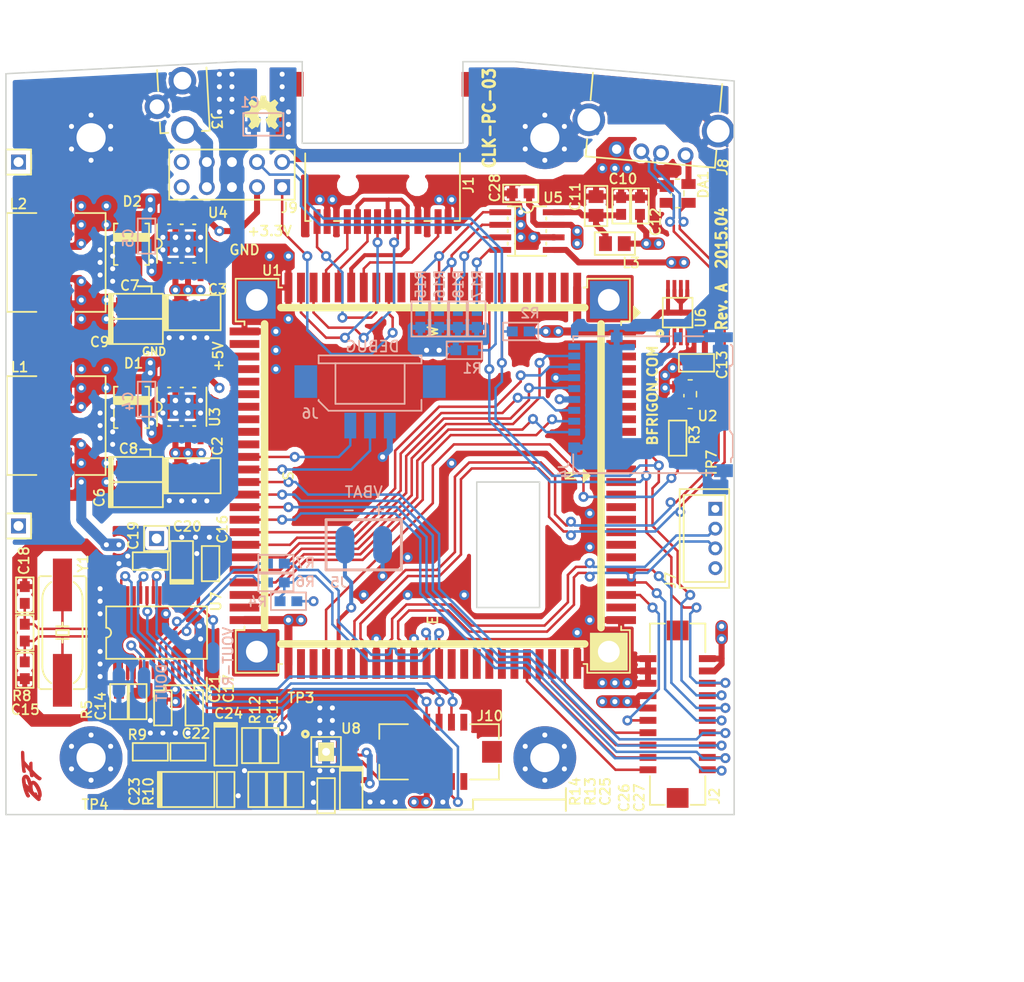
<source format=kicad_pcb>
(kicad_pcb (version 4) (host pcbnew "(2015-04-03 BZR 5570)-product")
  (title_block (title MOTHERBOARD) (date "Sat 04 Apr 2015") (rev A) (comment 1 CLK-PC-03) (comment 2 CLK-SCH-03) (comment 3 "ALARM CLOCK"))
  (layers (0 F.Cu signal) (1 2.GND power hide) (2 3.Power power hide) (31 B.Cu signal hide) (34 B.Paste user) (35 F.Paste user) (36 B.SilkS user) (37 F.SilkS user) (38 B.Mask user) (39 F.Mask user) (44 Edge.Cuts user))
  (net 0 "")
  (net 1 /ETH3V3)
  (net 2 GND)
  (net 3 /ETHACT)
  (net 4 /ETHLINK)
  (net 5 "Net-(U1-PadS2)")
  (net 6 "Net-(U1-PadS15)")
  (net 7 "Net-(U1-PadS17)")
  (net 8 "Net-(U1-PadS18)")
  (net 9 "Net-(U1-PadS19)")
  (net 10 "Net-(U1-PadS20)")
  (net 11 "Net-(U1-PadS21)")
  (net 12 "Net-(U1-PadS22)")
  (net 13 "Net-(U1-PadS23)")
  (net 14 "Net-(U1-PadE6)")
  (net 15 "Net-(U1-PadE7)")
  (net 16 "Net-(U1-PadE8)")
  (net 17 "Net-(U1-PadE9)")
  (net 18 "Net-(U1-PadE10)")
  (net 19 "Net-(U1-PadE11)")
  (net 20 "Net-(U1-PadE22)")
  (net 21 "Net-(U1-PadE23)")
  (net 22 "Net-(U1-PadN2)")
  (net 23 "Net-(U1-PadN3)")
  (net 24 "Net-(U1-PadN4)")
  (net 25 "Net-(U1-PadN5)")
  (net 26 "Net-(U1-PadN6)")
  (net 27 "Net-(U1-PadN7)")
  (net 28 "Net-(U1-PadN8)")
  (net 29 "Net-(U1-PadN9)")
  (net 30 "Net-(U1-PadN10)")
  (net 31 "Net-(U1-PadN11)")
  (net 32 "Net-(U1-PadN12)")
  (net 33 "Net-(U1-PadN13)")
  (net 34 "Net-(U1-PadN14)")
  (net 35 "Net-(U1-PadN15)")
  (net 36 "Net-(U1-PadN16)")
  (net 37 "Net-(U1-PadN17)")
  (net 38 "Net-(U1-PadN18)")
  (net 39 "Net-(U1-PadN19)")
  (net 40 "Net-(U1-PadN23)")
  (net 41 "Net-(U1-PadW10)")
  (net 42 "Net-(U1-PadW11)")
  (net 43 "Net-(U1-PadW12)")
  (net 44 "Net-(U1-PadW19)")
  (net 45 "Net-(U1-PadW20)")
  (net 46 "Net-(U1-PadW21)")
  (net 47 "Net-(U1-PadW22)")
  (net 48 "Net-(U1-PadW23)")
  (net 49 "Net-(U1-PadS16)")
  (net 50 GNDPWR)
  (net 51 /ETHRX+)
  (net 52 /ETHTX-)
  (net 53 /ETHRX-)
  (net 54 /ETHTX+)
  (net 55 /SD-DAT1)
  (net 56 /SD-DAT0)
  (net 57 /SD-CLK)
  (net 58 +3V3)
  (net 59 /SD-CMD)
  (net 60 /SD-DAT3)
  (net 61 /SD-DAT2)
  (net 62 /DBG-TX)
  (net 63 /DBG-RX)
  (net 64 "Net-(R3-Pad1)")
  (net 65 /SPI-MISO)
  (net 66 /SPI-MOSI)
  (net 67 /SPI-CLK)
  (net 68 /SPI-CS0)
  (net 69 /Audio/USBC+)
  (net 70 /Audio/USBC-)
  (net 71 /Peripherals/USBB-)
  (net 72 /Peripherals/USBB+)
  (net 73 /Peripherals/USBA-)
  (net 74 /Peripherals/USBA+)
  (net 75 /PSU/V_AUX_ON)
  (net 76 /PSU/SDA)
  (net 77 /PSU/SCL)
  (net 78 +9V)
  (net 79 "Net-(U3-Pad4)")
  (net 80 "Net-(U3-Pad6)")
  (net 81 +5V)
  (net 82 "Net-(U4-Pad4)")
  (net 83 "Net-(U4-Pad6)")
  (net 84 /Audio/SPK-)
  (net 85 "Net-(J10-Pad1)")
  (net 86 /Audio/SPK+)
  (net 87 /Audio/DAC_SHDN)
  (net 88 /Audio/HID2)
  (net 89 /Audio/HID0)
  (net 90 /Audio/HID1)
  (net 91 /PSU/VIN)
  (net 92 /PSU/SW_5V)
  (net 93 /PSU/SW_3V3)
  (net 94 /PSU/BST_5V)
  (net 95 /PSU/BST_3V3)
  (net 96 "Net-(C10-Pad2)")
  (net 97 /Peripherals/USB-FLAG1)
  (net 98 /Peripherals/USB-EN1)
  (net 99 /Peripherals/USB-FLAG2)
  (net 100 /Peripherals/USB-EN2)
  (net 101 "Net-(U6-Pad3)")
  (net 102 "Net-(U2-Pad3)")
  (net 103 /Peripherals/USBA_5V)
  (net 104 /Peripherals/USBB_5V)
  (net 105 /PC22/TXD3)
  (net 106 /PC23/RXD3)
  (net 107 /PC24)
  (net 108 /PC25)
  (net 109 /PC19/PWM1)
  (net 110 /PC18/PWM0)
  (net 111 /PC20/PWM2)
  (net 112 "Net-(C18-Pad2)")
  (net 113 /Audio/DAC_VDD)
  (net 114 "Net-(C19-Pad2)")
  (net 115 "Net-(C20-PadA)")
  (net 116 "Net-(C16-Pad2)")
  (net 117 "Net-(C15-Pad1)")
  (net 118 "Net-(U7-Pad2)")
  (net 119 "Net-(R5-Pad2)")
  (net 120 "Net-(C17-Pad2)")
  (net 121 "Net-(J11-Pad1)")
  (net 122 "Net-(J12-Pad1)")
  (net 123 /Audio/USB+)
  (net 124 /Audio/USB-)
  (net 125 "Net-(C22-Pad1)")
  (net 126 "Net-(C23-PadK)")
  (net 127 "Net-(C24-PadA)")
  (net 128 "Net-(C25-Pad2)")
  (net 129 "Net-(R11-Pad2)")
  (net 130 "Net-(R13-Pad2)")
  (net 131 "Net-(J4-PadDT)")
  (net 132 "Net-(J4-PadDC)")
  (net 133 "Net-(J10-Pad2)")
  (net 134 /Audio/VOUT-L)
  (net 135 /Audio/VOUT-R)
  (net 136 /Audio/DOUT)
  (net 137 /NRST)
  (net 138 "Net-(H3-PadP)")
  (net 139 "Net-(H4-PadP)")
  (net 140 "Net-(J16-Pad1)")
  (net 141 +BATT)
  (module Symbols:SIGNATURE (layer F.Cu) (at 104.14 148.59 90)
    (fp_text reference G*** hide)
    (fp_text value LOGO hide)
    (fp_poly (pts (xy 0.20104 -0.525379) (xy 0.197773 -0.462298) (xy 0.185688 -0.407945) (xy 0.180484 -0.394861) (xy 0.142676 -0.334545) (xy 0.084798 -0.274804) (xy 0.007948 -0.216342) (xy -0.080293 -0.163729) (xy -0.080293 -0.547248) (xy -0.106292 -0.56165) (xy -0.140345 -0.572792) (xy -0.192147 -0.57947) (xy -0.258777 -0.58178) (xy -0.337317 -0.57982) (xy -0.424846 -0.573687) (xy -0.518444 -0.563478) (xy -0.61519 -0.549291) (xy -0.64823 -0.543588) (xy -0.692329 -0.535365) (xy -0.7196 -0.528695) (xy -0.734082 -0.521578) (xy -0.739814 -0.512016) (xy -0.740834 -0.49801) (xy -0.740834 -0.497745) (xy -0.742774 -0.479918) (xy -0.749956 -0.461778) (xy -0.764426 -0.441001) (xy -0.788227 -0.415266) (xy -0.823403 -0.382251) (xy -0.871999 -0.339634) (xy -0.904482 -0.31186) (xy -0.94684 -0.275636) (xy -0.98282 -0.244486) (xy -1.009635 -0.220851) (xy -1.024501 -0.207175) (xy -1.026584 -0.204815) (xy -1.020407 -0.203756) (xy -1.000857 -0.206623) (xy -0.966404 -0.213746) (xy -0.915517 -0.225455) (xy -0.846667 -0.242082) (xy -0.79375 -0.255138) (xy -0.666707 -0.288794) (xy -0.546312 -0.324842) (xy -0.434873 -0.362393) (xy -0.334696 -0.400557) (xy -0.248087 -0.438444) (xy -0.177352 -0.475164) (xy -0.124797 -0.509828) (xy -0.116876 -0.516262) (xy -0.080293 -0.547248) (xy -0.080293 -0.163729) (xy -0.086776 -0.159863) (xy -0.198279 -0.106069) (xy -0.325463 -0.055664) (xy -0.375709 -0.038205) (xy -0.415992 -0.024686) (xy -0.449048 -0.013578) (xy -0.469346 -0.006741) (xy -0.472255 -0.005754) (xy -0.474286 0.005402) (xy -0.465546 0.03224) (xy -0.448442 0.069215) (xy -0.428719 0.111647) (xy -0.417868 0.146495) (xy -0.413405 0.184037) (xy -0.41275 0.21681) (xy -0.418041 0.28017) (xy -0.435015 0.340242) (xy -0.465326 0.400113) (xy -0.510626 0.462871) (xy -0.572571 0.531605) (xy -0.591604 0.550833) (xy -0.701179 0.64772) (xy -0.719667 0.660988) (xy -0.719667 0.198098) (xy -0.729693 0.180399) (xy -0.757583 0.164288) (xy -0.800052 0.150436) (xy -0.853818 0.139517) (xy -0.915597 0.132202) (xy -0.982106 0.129165) (xy -1.04775 0.130922) (xy -1.202656 0.148033) (xy -1.360084 0.178531) (xy -1.3876 0.185254) (xy -1.421876 0.195111) (xy -1.449935 0.207165) (xy -1.477424 0.224888) (xy -1.509986 0.251748) (xy -1.539965 0.2789) (xy -1.622356 0.354879) (xy -1.604928 0.38858) (xy -1.590565 0.432595) (xy -1.588232 0.480097) (xy -1.597704 0.522933) (xy -1.609235 0.543359) (xy -1.634246 0.564434) (xy -1.668297 0.580911) (xy -1.675381 0.583088) (xy -1.737784 0.60088) (xy -1.784266 0.616322) (xy -1.81964 0.631326) (xy -1.848719 0.647803) (xy -1.862887 0.657542) (xy -1.886449 0.676742) (xy -1.899307 0.691524) (xy -1.899957 0.696633) (xy -1.882775 0.705534) (xy -1.851898 0.714959) (xy -1.814675 0.723145) (xy -1.778454 0.728326) (xy -1.764325 0.72921) (xy -1.733891 0.727534) (xy -1.691655 0.722144) (xy -1.646419 0.714179) (xy -1.64355 0.713593) (xy -1.542537 0.687468) (xy -1.430574 0.649312) (xy -1.312453 0.60124) (xy -1.192969 0.545365) (xy -1.076916 0.483804) (xy -0.969088 0.418671) (xy -0.956781 0.410617) (xy -0.903087 0.373197) (xy -0.851359 0.333608) (xy -0.804461 0.294417) (xy -0.765255 0.258192) (xy -0.736607 0.227497) (xy -0.721378 0.204901) (xy -0.719667 0.198098) (xy -0.719667 0.660988) (xy -0.827978 0.738723) (xy -0.968453 0.822044) (xy -1.119061 0.895884) (xy -1.276254 0.958444) (xy -1.436488 1.007926) (xy -1.540588 1.032224) (xy -1.621828 1.045782) (xy -1.704281 1.054361) (xy -1.78311 1.057822) (xy -1.85348 1.056025) (xy -1.910554 1.04883) (xy -1.931459 1.043529) (xy -1.989611 1.021023) (xy -2.044564 0.989943) (xy -2.087958 0.95896) (xy -2.136151 0.922174) (xy -2.17668 0.943319) (xy -2.22887 0.959997) (xy -2.280457 0.95797) (xy -2.327995 0.939507) (xy -2.368041 0.906878) (xy -2.397151 0.862353) (xy -2.41188 0.808202) (xy -2.413 0.787582) (xy -2.410909 0.749267) (xy -2.405596 0.71516) (xy -2.402068 0.702873) (xy -2.387033 0.676391) (xy -2.357851 0.637205) (xy -2.316037 0.586853) (xy -2.263101 0.526874) (xy -2.200557 0.458805) (xy -2.129918 0.384185) (xy -2.052695 0.304552) (xy -1.970401 0.221443) (xy -1.884549 0.136399) (xy -1.796651 0.050956) (xy -1.70822 -0.033348) (xy -1.620768 -0.114973) (xy -1.535808 -0.192383) (xy -1.454851 -0.264037) (xy -1.431162 -0.284534) (xy -1.396308 -0.314821) (xy -1.368834 -0.339288) (xy -1.351806 -0.355164) (xy -1.347837 -0.359834) (xy -1.358825 -0.35659) (xy -1.386114 -0.347679) (xy -1.425992 -0.334337) (xy -1.474751 -0.317796) (xy -1.493191 -0.311492) (xy -1.605461 -0.270948) (xy -1.696862 -0.233375) (xy -1.767369 -0.198787) (xy -1.816955 -0.167194) (xy -1.826974 -0.158986) (xy -1.870313 -0.133483) (xy -1.917534 -0.126479) (xy -1.964355 -0.13694) (xy -2.006495 -0.163837) (xy -2.039672 -0.206137) (xy -2.042157 -0.21083) (xy -2.060085 -0.26777) (xy -2.058346 -0.325962) (xy -2.037752 -0.381309) (xy -1.999117 -0.429718) (xy -1.998635 -0.43016) (xy -1.968276 -0.452169) (xy -1.92078 -0.479333) (xy -1.859161 -0.510338) (xy -1.786436 -0.543868) (xy -1.70562 -0.578609) (xy -1.619729 -0.613244) (xy -1.531778 -0.64646) (xy -1.444783 -0.676941) (xy -1.397 -0.692518) (xy -1.27599 -0.728635) (xy -1.148965 -0.762641) (xy -1.018616 -0.794073) (xy -0.887633 -0.822465) (xy -0.758707 -0.847357) (xy -0.634528 -0.868283) (xy -0.517787 -0.884781) (xy -0.411175 -0.896387) (xy -0.317382 -0.902639) (xy -0.239099 -0.903072) (xy -0.194457 -0.8996) (xy -0.094042 -0.878518) (xy -0.005321 -0.843211) (xy 0.069976 -0.794854) (xy 0.130115 -0.734621) (xy 0.173363 -0.663685) (xy 0.18105 -0.645161) (xy 0.195472 -0.589047) (xy 0.20104 -0.525379) (xy 0.20104 -0.525379)) (layer F.Cu) (width 0.05))
    (fp_poly (pts (xy 2.624583 -0.881303) (xy 2.618048 -0.833837) (xy 2.600308 -0.787347) (xy 2.572425 -0.747337) (xy 2.556479 -0.732617) (xy 2.544276 -0.724819) (xy 2.528018 -0.718886) (xy 2.504353 -0.714368) (xy 2.469933 -0.710815) (xy 2.421409 -0.707776) (xy 2.355432 -0.704801) (xy 2.347163 -0.704467) (xy 2.281217 -0.701615) (xy 2.200282 -0.697799) (xy 2.110493 -0.693326) (xy 2.017989 -0.688506) (xy 1.928908 -0.683645) (xy 1.899708 -0.681994) (xy 1.826574 -0.677839) (xy 1.760163 -0.674116) (xy 1.703489 -0.670989) (xy 1.659563 -0.668624) (xy 1.631398 -0.667184) (xy 1.622297 -0.66681) (xy 1.60946 -0.660349) (xy 1.584331 -0.642854) (xy 1.550676 -0.617083) (xy 1.516464 -0.589306) (xy 1.485072 -0.562597) (xy 1.44432 -0.527076) (xy 1.396628 -0.484935) (xy 1.344416 -0.438367) (xy 1.290105 -0.389564) (xy 1.236114 -0.340718) (xy 1.184864 -0.294023) (xy 1.138774 -0.25167) (xy 1.100265 -0.215853) (xy 1.071757 -0.188763) (xy 1.055669 -0.172594) (xy 1.053205 -0.169599) (xy 1.060736 -0.166152) (xy 1.086967 -0.164336) (xy 1.129489 -0.164209) (xy 1.185892 -0.16583) (xy 1.193483 -0.166145) (xy 1.266285 -0.168289) (xy 1.322094 -0.167157) (xy 1.364932 -0.162008) (xy 1.398819 -0.152103) (xy 1.427779 -0.1367) (xy 1.451691 -0.118591) (xy 1.485535 -0.080696) (xy 1.509486 -0.035171) (xy 1.52167 0.012093) (xy 1.520215 0.0552) (xy 1.513102 0.074669) (xy 1.505192 0.087349) (xy 1.494957 0.097693) (xy 1.480254 0.105987) (xy 1.458945 0.112514) (xy 1.428886 0.117559) (xy 1.387937 0.121405) (xy 1.333956 0.124337) (xy 1.264802 0.126639) (xy 1.178335 0.128594) (xy 1.095375 0.130099) (xy 1.010329 0.131841) (xy 0.931153 0.134007) (xy 0.860569 0.136481) (xy 0.8013 0.139147) (xy 0.756068 0.141888) (xy 0.727596 0.144587) (xy 0.719567 0.146184) (xy 0.702933 0.157132) (xy 0.673809 0.181215) (xy 0.634384 0.216321) (xy 0.586847 0.260334) (xy 0.533387 0.311141) (xy 0.476193 0.366628) (xy 0.417455 0.424681) (xy 0.359362 0.483185) (xy 0.304102 0.540028) (xy 0.253864 0.593095) (xy 0.230347 0.618612) (xy 0.145557 0.714306) (xy 0.075934 0.798843) (xy 0.019994 0.874134) (xy -0.023748 0.94209) (xy -0.031462 0.955499) (xy -0.065118 1.005198) (xy -0.099992 1.034805) (xy -0.138434 1.045366) (xy -0.182793 1.037924) (xy -0.201008 1.03089) (xy -0.254713 0.998002) (xy -0.295817 0.950127) (xy -0.309095 0.926858) (xy -0.322717 0.887776) (xy -0.324155 0.845114) (xy -0.312675 0.796837) (xy -0.287543 0.740905) (xy -0.248023 0.67528) (xy -0.193382 0.597926) (xy -0.187807 0.590466) (xy -0.157438 0.550336) (xy -0.130505 0.51585) (xy -0.103861 0.483328) (xy -0.074356 0.449093) (xy -0.038841 0.409464) (xy 0.005832 0.360765) (xy 0.045 0.318487) (xy 0.117784 0.240099) (xy 0.079958 0.227095) (xy 0.041478 0.210551) (xy 0.017903 0.189727) (xy 0.003068 0.158344) (xy -0.000925 0.144732) (xy -0.007273 0.09581) (xy -0.002575 0.045115) (xy 0.011471 -0.001801) (xy 0.033167 -0.039384) (xy 0.060814 -0.062082) (xy 0.062533 -0.062812) (xy 0.08164 -0.067951) (xy 0.117798 -0.075434) (xy 0.167105 -0.084599) (xy 0.225659 -0.094785) (xy 0.289559 -0.105331) (xy 0.354904 -0.115575) (xy 0.417791 -0.124856) (xy 0.471981 -0.132214) (xy 0.488211 -0.134775) (xy 0.50355 -0.13904) (xy 0.520113 -0.146561) (xy 0.540015 -0.158888) (xy 0.565372 -0.177573) (xy 0.598297 -0.204167) (xy 0.640907 -0.240223) (xy 0.695316 -0.28729) (xy 0.758105 -0.342083) (xy 0.819973 -0.39613) (xy 0.878938 -0.447579) (xy 0.932462 -0.49422) (xy 0.978006 -0.533843) (xy 1.013034 -0.564238) (xy 1.035006 -0.583196) (xy 1.036799 -0.58473) (xy 1.05958 -0.605713) (xy 1.071737 -0.620098) (xy 1.071422 -0.624417) (xy 1.057608 -0.623345) (xy 1.026211 -0.62036) (xy 0.980692 -0.615808) (xy 0.924515 -0.610036) (xy 0.861141 -0.60339) (xy 0.85649 -0.602898) (xy 0.774615 -0.593482) (xy 0.709733 -0.584439) (xy 0.663085 -0.575972) (xy 0.63591 -0.568285) (xy 0.631284 -0.565856) (xy 0.607476 -0.557056) (xy 0.571289 -0.551671) (xy 0.531314 -0.550217) (xy 0.496139 -0.553207) (xy 0.482015 -0.556908) (xy 0.459671 -0.57594) (xy 0.443914 -0.609998) (xy 0.435369 -0.653797) (xy 0.434662 -0.702051) (xy 0.442419 -0.749478) (xy 0.455219 -0.783434) (xy 0.474274 -0.813508) (xy 0.495524 -0.837037) (xy 0.501074 -0.841278) (xy 0.523621 -0.849832) (xy 0.565467 -0.859281) (xy 0.624771 -0.869453) (xy 0.699691 -0.880175) (xy 0.788385 -0.891275) (xy 0.889014 -0.90258) (xy 0.999735 -0.913918) (xy 1.118707 -0.925117) (xy 1.244089 -0.936004) (xy 1.374041 -0.946406) (xy 1.50672 -0.956152) (xy 1.640285 -0.965069) (xy 1.772896 -0.972984) (xy 1.902711 -0.979726) (xy 2.027889 -0.985121) (xy 2.043444 -0.985704) (xy 2.169144 -0.989847) (xy 2.27532 -0.992211) (xy 2.363545 -0.992714) (xy 2.435395 -0.991276) (xy 2.492443 -0.987817) (xy 2.536264 -0.982254) (xy 2.568431 -0.974509) (xy 2.590518 -0.964499) (xy 2.599796 -0.957167) (xy 2.618853 -0.924247) (xy 2.624583 -0.881303) (xy 2.624583 -0.881303)) (layer F.Cu) (width 0.05))
  )
  (module Conn-Power:CUI-PJ-031CH (layer F.Cu) (at 119.126 71.9328 273)
    (fp_text reference J3 (at 11.43 -3.81 273) (layer F.SilkS) (effects (font (thickness 0.18)) (justify right top)))
    (fp_text value PJ-013C hide)
    (pad 2 thru_hole circle (at 6.2 0 3) (size 2.8 2.8) (drill 1.8) (layers *.Cu *.Mask) (net 2 GND))
    (pad 1 thru_hole circle (at 11.2 0 3) (size 2.8 2.8) (drill 1.8) (layers *.Cu *.Mask) (net 91 /PSU/VIN))
    (pad 3 thru_hole circle (at 8.7 2.7 273) (size 2.5 2.5) (drill 1.5) (layers *.Cu *.Mask) (net 2 GND))
  )
  (module Symbols:Gauge-X-100mm (layer B.Cu) (at 88.9 152.4 90)
    (fp_text reference REF** hide)
    (fp_text value Val** hide)
  )
  (module Conn-IO:RJ45-WURTH-7498011122R (layer F.Cu) (at 139.7 70.485)
    (fp_text reference J1 (at 9.271 19.177 90) (layer F.SilkS) (effects (font (thickness 0.18)) (justify left bottom)))
    (fp_text value 7498011122R hide)
    (pad 4 smd rect (at -0.51 21.9 90) (size 2.5 0.71) (layers F.Cu F.Paste F.Mask) (net 51 /ETHRX+) (clearance 0.254))
    (pad 5 smd rect (at 0.51 21.9 90) (size 2.5 0.71) (layers F.Cu F.Paste F.Mask) (net 1 /ETH3V3) (clearance 0.254))
    (pad 3 smd rect (at -1.53 21.9 90) (size 2.5 0.71) (layers F.Cu F.Paste F.Mask) (net 52 /ETHTX-) (clearance 0.254))
    (pad 6 smd rect (at 1.53 21.9 90) (size 2.5 0.71) (layers F.Cu F.Paste F.Mask) (net 53 /ETHRX-) (clearance 0.254))
    (pad 2 smd rect (at -2.55 21.9 90) (size 2.5 0.71) (layers F.Cu F.Paste F.Mask) (net 1 /ETH3V3) (clearance 0.254))
    (pad 1 smd rect (at -3.57 21.9 90) (size 2.5 0.71) (layers F.Cu F.Paste F.Mask) (net 54 /ETHTX+) (clearance 0.254))
    (pad 8 smd rect (at 3.57 21.9 90) (size 2.5 0.71) (layers F.Cu F.Paste F.Mask) (net 2 GND) (clearance 0.254))
    (pad RK smd rect (at -5.61 21.9 90) (size 2.5 0.71) (layers F.Cu F.Paste F.Mask) (net 2 GND) (clearance 0.254))
    (pad LA smd rect (at 5.61 21.9 90) (size 2.5 0.71) (layers F.Cu F.Paste F.Mask) (net 3 /ETHACT) (clearance 0.254))
    (pad RA smd rect (at -6.63 21.9 90) (size 2.5 0.71) (layers F.Cu F.Paste F.Mask) (net 4 /ETHLINK) (clearance 0.254))
    (pad LK smd rect (at 6.63 21.9 90) (size 2.5 0.71) (layers F.Cu F.Paste F.Mask) (net 2 GND) (clearance 0.254))
    (pad SH smd rect (at -8.6 8 90) (size 2.5 1.2) (layers F.Cu F.Paste F.Mask) (net 50 GNDPWR))
    (pad SH smd rect (at 8.6 8.01 90) (size 2.5 1.2) (layers F.Cu F.Paste F.Mask) (net 50 GNDPWR))
    (pad "" np_thru_hole circle (at -3.5 18.21) (size 1.4 1.4) (drill 1.4) (layers *.Cu))
    (pad "" np_thru_hole circle (at 3.5 18.21) (size 1.4 1.4) (drill 1.4) (layers *.Cu))
  )
  (module Conn-IO:USBA-TE-292303-1 (layer F.Cu) (at 167.9956 72.4154 265)
    (fp_text reference J8 (at 14.831947 -7.95235 265) (layer F.SilkS) (effects (font (thickness 0.18)) (justify left bottom)))
    (fp_text value 292303-1 hide)
    (pad 1 thru_hole circle (at 13 -3.5 265) (size 1.6 1.6) (drill 0.95) (layers *.Cu *.Mask) (net 103 /Peripherals/USBA_5V))
    (pad 2 thru_hole circle (at 13 -1 265) (size 1.6 1.6) (drill 0.95) (layers *.Cu *.Mask) (net 73 /Peripherals/USBA-))
    (pad 3 thru_hole circle (at 13 1 265) (size 1.6 1.6) (drill 0.95) (layers *.Cu *.Mask) (net 74 /Peripherals/USBA+))
    (pad 4 thru_hole circle (at 13 3.5 265) (size 1.6 1.6) (drill 0.95) (layers *.Cu *.Mask) (net 2 GND))
    (pad SH thru_hole circle (at 10.28 -6.57 265) (size 3.3 3.3) (drill 2.3) (layers *.Cu *.Mask) (net 50 GNDPWR))
    (pad SH thru_hole circle (at 10.28 6.57 265) (size 3.3 3.3) (drill 2.3) (layers *.Cu *.Mask) (net 50 GNDPWR))
  )
  (module Conn-Hirose:DF13A-20DP-1.25 (layer F.Cu) (at 169.545 142.24 270)
    (fp_text reference J2 (at 9.271 -4.318 450) (layer F.SilkS) (effects (font (thickness 0.18)) (justify left bottom)))
    (fp_text value "DF13A-20DP-1.25V(25)" hide)
    (pad 5 smd rect (at -3.125 -3 270) (size 0.7 1.7) (layers F.Cu F.Paste F.Mask) (net 76 /PSU/SDA))
    (pad 3 smd rect (at -4.375 -3 270) (size 0.7 1.7) (layers F.Cu F.Paste F.Mask) (net 81 +5V))
    (pad 1 smd rect (at -5.625 -3 270) (size 0.7 1.7) (layers F.Cu F.Paste F.Mask) (net 81 +5V))
    (pad 19 smd rect (at 5.625 -3 270) (size 0.7 1.7) (layers F.Cu F.Paste F.Mask) (net 68 /SPI-CS0))
    (pad 17 smd rect (at 4.375 -3 270) (size 0.7 1.7) (layers F.Cu F.Paste F.Mask) (net 67 /SPI-CLK))
    (pad 15 smd rect (at 3.125 -3 270) (size 0.7 1.7) (layers F.Cu F.Paste F.Mask) (net 66 /SPI-MOSI))
    (pad 13 smd rect (at 1.875 -3 270) (size 0.7 1.7) (layers F.Cu F.Paste F.Mask) (net 65 /SPI-MISO))
    (pad 11 smd rect (at 0.625 -3 270) (size 0.7 1.7) (layers F.Cu F.Paste F.Mask) (net 109 /PC19/PWM1))
    (pad 9 smd rect (at -0.625 -3 270) (size 0.7 1.7) (layers F.Cu F.Paste F.Mask) (net 110 /PC18/PWM0))
    (pad 7 smd rect (at -1.875 -3 270) (size 0.7 1.7) (layers F.Cu F.Paste F.Mask) (net 77 /PSU/SCL))
    (pad 2 smd rect (at -5.625 3 270) (size 0.7 1.7) (layers F.Cu F.Paste F.Mask) (net 2 GND))
    (pad 4 smd rect (at -4.375 3 270) (size 0.7 1.7) (layers F.Cu F.Paste F.Mask) (net 2 GND))
    (pad 6 smd rect (at -3.125 3 270) (size 0.7 1.7) (layers F.Cu F.Paste F.Mask) (net 2 GND))
    (pad 8 smd rect (at -1.875 3 270) (size 0.7 1.7) (layers F.Cu F.Paste F.Mask) (net 58 +3V3))
    (pad 10 smd rect (at -0.625 3 270) (size 0.7 1.7) (layers F.Cu F.Paste F.Mask) (net 58 +3V3))
    (pad 12 smd rect (at 0.625 3 270) (size 0.7 1.7) (layers F.Cu F.Paste F.Mask) (net 111 /PC20/PWM2))
    (pad 14 smd rect (at 1.875 3 270) (size 0.7 1.7) (layers F.Cu F.Paste F.Mask) (net 105 /PC22/TXD3))
    (pad 16 smd rect (at 3.125 3 270) (size 0.7 1.7) (layers F.Cu F.Paste F.Mask) (net 106 /PC23/RXD3))
    (pad 18 smd rect (at 4.375 3 270) (size 0.7 1.7) (layers F.Cu F.Paste F.Mask) (net 107 /PC24))
    (pad 20 smd rect (at 5.625 3 270) (size 0.7 1.7) (layers F.Cu F.Paste F.Mask) (net 108 /PC25))
    (pad PAD smd rect (at -8.475 0 270) (size 2 2.2) (layers F.Cu F.Paste F.Mask))
    (pad PAD smd rect (at 8.475 0 270) (size 2 2.2) (layers F.Cu F.Paste F.Mask))
  )
  (module Conn-Hirose:DF3DZ-3P-2VXX (layer B.Cu) (at 138.43 113.03 180)
    (fp_text reference J6 (at 5.08 0.635 180) (layer B.SilkS) (effects (font (thickness 0.18)) (justify left bottom mirror)))
    (fp_text value DF3DZ-3P-2V21 hide)
    (pad 2 smd rect (at 0 0 180) (size 1.2 2.6) (layers B.Cu B.Paste B.Mask) (net 62 /DBG-TX))
    (pad 1 smd rect (at 2 0 180) (size 1.2 2.6) (layers B.Cu B.Paste B.Mask) (net 63 /DBG-RX))
    (pad TAB smd rect (at -6.5 4.45 180) (size 2.3 3.3) (layers B.Cu B.Paste B.Mask))
    (pad TAB smd rect (at 6.5 4.45 180) (size 2.3 3.3) (layers B.Cu B.Paste B.Mask))
    (pad 3 smd rect (at -2 0 180) (size 1.2 2.6) (layers B.Cu B.Paste B.Mask) (net 2 GND))
  )
  (module SMT:R-0603 (layer F.Cu) (at 169.545 114.3 270)
    (fp_text reference R3 (at 0.762 -2.286 270) (layer F.SilkS) (effects (font (thickness 0.18)) (justify left bottom)))
    (fp_text value 2.2k hide)
    (pad 1 smd rect (at -0.85 0 270) (size 1.1 1) (layers F.Cu F.Paste F.Mask) (net 64 "Net-(R3-Pad1)"))
    (pad 2 smd rect (at 0.85 0 270) (size 1.1 1) (layers F.Cu F.Paste F.Mask) (net 137 /NRST))
  )
  (module Conn-Hirose:DF3A-4P-2DSA (layer F.Cu) (at 173.355 124.46 90)
    (fp_text reference J7 (at -5.207 -3.937 90) (layer F.SilkS) (effects (font (thickness 0.18)) (justify left bottom)))
    (fp_text value DF3A-4P-2DSA hide)
    (pad 1 thru_hole rect (at 3 0 90) (size 1.4 1.4) (drill 0.8) (layers *.Cu *.Mask) (net 104 /Peripherals/USBB_5V))
    (pad 2 thru_hole circle (at 1 0 90) (size 1.4 1.4) (drill 0.8) (layers *.Cu *.Mask) (net 72 /Peripherals/USBB+))
    (pad 3 thru_hole circle (at -1 0 90) (size 1.4 1.4) (drill 0.8) (layers *.Cu *.Mask) (net 71 /Peripherals/USBB-))
    (pad 4 thru_hole circle (at -3 0 90) (size 1.4 1.4) (drill 0.8) (layers *.Cu *.Mask) (net 2 GND))
  )
  (module Conn-Hirose:DF13A-10DP-1.25 (layer F.Cu) (at 145.415 146.05 180)
    (fp_text reference J10 (at -3.683 3.048 180) (layer F.SilkS) (effects (font (thickness 0.18)) (justify left bottom)))
    (fp_text value DF13A-10DP-1.25V hide)
    (pad 9 smd rect (at 2.5 -3 180) (size 0.7 1.7) (layers F.Cu F.Paste F.Mask) (net 86 /Audio/SPK+))
    (pad 7 smd rect (at 1.25 -3 180) (size 0.7 1.7) (layers F.Cu F.Paste F.Mask) (net 81 +5V))
    (pad 5 smd rect (at 0 -3 180) (size 0.7 1.7) (layers F.Cu F.Paste F.Mask) (net 2 GND))
    (pad 3 smd rect (at -1.25 -3 180) (size 0.7 1.7) (layers F.Cu F.Paste F.Mask) (net 87 /Audio/DAC_SHDN))
    (pad 1 smd rect (at -2.5 -3 180) (size 0.7 1.7) (layers F.Cu F.Paste F.Mask) (net 85 "Net-(J10-Pad1)"))
    (pad 2 smd rect (at -2.5 3 180) (size 0.7 1.7) (layers F.Cu F.Paste F.Mask) (net 133 "Net-(J10-Pad2)"))
    (pad 4 smd rect (at -1.25 3 180) (size 0.7 1.7) (layers F.Cu F.Paste F.Mask) (net 89 /Audio/HID0))
    (pad 6 smd rect (at 0 3 180) (size 0.7 1.7) (layers F.Cu F.Paste F.Mask) (net 90 /Audio/HID1))
    (pad 8 smd rect (at 1.25 3 180) (size 0.7 1.7) (layers F.Cu F.Paste F.Mask) (net 88 /Audio/HID2))
    (pad 10 smd rect (at 2.5 3 180) (size 0.7 1.7) (layers F.Cu F.Paste F.Mask) (net 84 /Audio/SPK-))
    (pad PAD smd rect (at -5.35 0 180) (size 2 2.2) (layers F.Cu F.Paste F.Mask))
    (pad PAD smd rect (at 5.35 0 180) (size 2 2.2) (layers F.Cu F.Paste F.Mask))
  )
  (module SMT:C-0603 (layer B.Cu) (at 115.824 110.363 90)
    (fp_text reference C4 (at 0.889 -1.27 90) (layer B.SilkS) (effects (font (thickness 0.18)) (justify left bottom mirror)))
    (fp_text value "100nF 25V" hide)
    (pad 1 smd rect (at -0.85 0 90) (size 1.1 1) (layers B.Cu B.Paste B.Mask) (net 94 /PSU/BST_5V))
    (pad 2 smd rect (at 0.85 0 90) (size 1.1 1) (layers B.Cu B.Paste B.Mask) (net 92 /PSU/SW_5V))
  )
  (module SMT:C-0603 (layer B.Cu) (at 115.824 93.853 90)
    (fp_text reference C5 (at 0.889 -1.27 90) (layer B.SilkS) (effects (font (thickness 0.18)) (justify left bottom mirror)))
    (fp_text value "100nF 25V" hide)
    (pad 1 smd rect (at -0.85 0 90) (size 1.1 1) (layers B.Cu B.Paste B.Mask) (net 95 /PSU/BST_3V3))
    (pad 2 smd rect (at 0.85 0 90) (size 1.1 1) (layers B.Cu B.Paste B.Mask) (net 93 /PSU/SW_3V3))
  )
  (module SMT:C-0805 (layer B.Cu) (at 127.635 82.55 180)
    (fp_text reference C1 (at 0.254 1.651 180) (layer B.SilkS) (effects (font (thickness 0.18)) (justify left bottom mirror)))
    (fp_text value "1nF (1kV)" hide)
    (pad 1 smd rect (at -0.95 0 180) (size 1.3 1.5) (layers B.Cu B.Paste B.Mask) (net 50 GNDPWR))
    (pad 2 smd rect (at 0.95 0 180) (size 1.3 1.5) (layers B.Cu B.Paste B.Mask) (net 2 GND))
  )
  (module SMT:C-0603 (layer F.Cu) (at 163.83 90.805 270)
    (fp_text reference C10 (at -2.159 1.397 360) (layer F.SilkS) (effects (font (thickness 0.18)) (justify left bottom)))
    (fp_text value 100nF hide)
    (pad 1 smd rect (at -0.85 0 270) (size 1.1 1) (layers F.Cu F.Paste F.Mask) (net 2 GND))
    (pad 2 smd rect (at 0.85 0 270) (size 1.1 1) (layers F.Cu F.Paste F.Mask) (net 96 "Net-(C10-Pad2)"))
  )
  (module SMT:C-0805 (layer F.Cu) (at 161.29 90.805 270)
    (fp_text reference C11 (at 0.635 1.524 270) (layer F.SilkS) (effects (font (thickness 0.18)) (justify left bottom)))
    (fp_text value 100uF hide)
    (pad 1 smd rect (at -0.95 0 270) (size 1.3 1.5) (layers F.Cu F.Paste F.Mask) (net 2 GND))
    (pad 2 smd rect (at 0.95 0 270) (size 1.3 1.5) (layers F.Cu F.Paste F.Mask) (net 96 "Net-(C10-Pad2)"))
  )
  (module SMT:C-0603 (layer F.Cu) (at 165.735 90.805 270)
    (fp_text reference C12 (at 3.175 -2.159 450) (layer F.SilkS) (effects (font (thickness 0.18)) (justify left bottom)))
    (fp_text value 100nF hide)
    (pad 1 smd rect (at -0.85 0 270) (size 1.1 1) (layers F.Cu F.Paste F.Mask) (net 2 GND))
    (pad 2 smd rect (at 0.85 0 270) (size 1.1 1) (layers F.Cu F.Paste F.Mask) (net 103 /Peripherals/USBA_5V))
  )
  (module SMT-SOIC:8 (layer F.Cu) (at 154.305 93.345 270)
    (fp_text reference U5 (at -2.794 -1.524 360) (layer F.SilkS) (effects (font (thickness 0.18)) (justify left bottom)))
    (fp_text value LM3526M-H hide)
    (pad 2 smd rect (at -0.635 2.7 270) (size 0.6 2.2) (layers F.Cu F.Paste F.Mask) (net 97 /Peripherals/USB-FLAG1))
    (pad 7 smd rect (at -0.635 -2.7 270) (size 0.6 2.2) (layers F.Cu F.Paste F.Mask) (net 81 +5V))
    (pad 1 smd rect (at -1.905 2.7 270) (size 0.6 2.2) (layers F.Cu F.Paste F.Mask) (net 98 /Peripherals/USB-EN1))
    (pad 3 smd rect (at 0.635 2.7 270) (size 0.6 2.2) (layers F.Cu F.Paste F.Mask) (net 99 /Peripherals/USB-FLAG2))
    (pad 4 smd rect (at 1.905 2.7 270) (size 0.6 2.2) (layers F.Cu F.Paste F.Mask) (net 100 /Peripherals/USB-EN2))
    (pad 8 smd rect (at -1.905 -2.7 270) (size 0.6 2.2) (layers F.Cu F.Paste F.Mask) (net 96 "Net-(C10-Pad2)"))
    (pad 6 smd rect (at 0.635 -2.7 270) (size 0.6 2.2) (layers F.Cu F.Paste F.Mask) (net 2 GND))
    (pad 5 smd rect (at 1.905 -2.7 270) (size 0.6 2.2) (layers F.Cu F.Paste F.Mask) (net 104 /Peripherals/USBB_5V))
  )
  (module SMT:C-0603 (layer F.Cu) (at 171.45 106.68 180)
    (fp_text reference C13 (at -3.175 -1.778 270) (layer F.SilkS) (effects (font (thickness 0.18)) (justify left bottom)))
    (fp_text value 100nF hide)
    (pad 1 smd rect (at -0.85 0 180) (size 1.1 1) (layers F.Cu F.Paste F.Mask) (net 58 +3V3))
    (pad 2 smd rect (at 0.85 0 180) (size 1.1 1) (layers F.Cu F.Paste F.Mask) (net 2 GND))
  )
  (module SMT:R-0603 (layer B.Cu) (at 147.955 105.41)
    (fp_text reference R1 (at 1.905 2.413) (layer B.SilkS) (effects (font (thickness 0.18)) (justify left bottom mirror)))
    (fp_text value 10k hide)
    (pad 1 smd rect (at -0.85 0) (size 1.1 1) (layers B.Cu B.Paste B.Mask) (net 58 +3V3))
    (pad 2 smd rect (at 0.85 0) (size 1.1 1) (layers B.Cu B.Paste B.Mask) (net 76 /PSU/SDA))
  )
  (module SMT:R-0603 (layer B.Cu) (at 153.67 103.505 180)
    (fp_text reference R2 (at -2.032 1.27 180) (layer B.SilkS) (effects (font (thickness 0.18)) (justify left bottom mirror)))
    (fp_text value 10k hide)
    (pad 1 smd rect (at -0.85 0 180) (size 1.1 1) (layers B.Cu B.Paste B.Mask) (net 58 +3V3))
    (pad 2 smd rect (at 0.85 0 180) (size 1.1 1) (layers B.Cu B.Paste B.Mask) (net 77 /PSU/SCL))
  )
  (module SMT-SOP:SSOP28 (layer F.Cu) (at 116.84 133.985)
    (fp_text reference U7 (at 6.604 -2.032 90) (layer F.SilkS) (effects (font (thickness 0.18)) (justify left bottom)))
    (fp_text value PCM2704C hide)
    (pad 28 smd rect (at -4.225 -3.8) (size 0.35 1.8) (layers F.Cu F.Paste F.Mask) (net 112 "Net-(C18-Pad2)"))
    (pad 27 smd rect (at -3.575 -3.8) (size 0.35 1.8) (layers F.Cu F.Paste F.Mask) (net 87 /Audio/DAC_SHDN))
    (pad 26 smd rect (at -2.925 -3.8) (size 0.35 1.8) (layers F.Cu F.Paste F.Mask) (net 113 /Audio/DAC_VDD))
    (pad 25 smd rect (at -2.275 -3.8) (size 0.35 1.8) (layers F.Cu F.Paste F.Mask) (net 113 /Audio/DAC_VDD))
    (pad 24 smd rect (at -1.625 -3.8) (size 0.35 1.8) (layers F.Cu F.Paste F.Mask) (net 88 /Audio/HID2))
    (pad 23 smd rect (at -0.975 -3.8) (size 0.35 1.8) (layers F.Cu F.Paste F.Mask) (net 90 /Audio/HID1))
    (pad 22 smd rect (at -0.325 -3.8) (size 0.35 1.8) (layers F.Cu F.Paste F.Mask) (net 89 /Audio/HID0))
    (pad 21 smd rect (at 0.325 -3.8) (size 0.35 1.8) (layers F.Cu F.Paste F.Mask) (net 113 /Audio/DAC_VDD))
    (pad 20 smd rect (at 0.975 -3.8) (size 0.35 1.8) (layers F.Cu F.Paste F.Mask) (net 114 "Net-(C19-Pad2)"))
    (pad 19 smd rect (at 1.625 -3.8) (size 0.35 1.8) (layers F.Cu F.Paste F.Mask) (net 2 GND))
    (pad 18 smd rect (at 2.275 -3.8) (size 0.35 1.8) (layers F.Cu F.Paste F.Mask) (net 115 "Net-(C20-PadA)"))
    (pad 17 smd rect (at 2.925 -3.8) (size 0.35 1.8) (layers F.Cu F.Paste F.Mask) (net 2 GND))
    (pad 16 smd rect (at 3.575 -3.8) (size 0.35 1.8) (layers F.Cu F.Paste F.Mask) (net 116 "Net-(C16-Pad2)"))
    (pad 15 smd rect (at 4.225 -3.8) (size 0.35 1.8) (layers F.Cu F.Paste F.Mask) (net 135 /Audio/VOUT-R))
    (pad 1 smd rect (at -4.225 3.8) (size 0.35 1.8) (layers F.Cu F.Paste F.Mask) (net 117 "Net-(C15-Pad1)"))
    (pad 2 smd rect (at -3.575 3.8) (size 0.35 1.8) (layers F.Cu F.Paste F.Mask) (net 118 "Net-(U7-Pad2)"))
    (pad 3 smd rect (at -2.925 3.8) (size 0.35 1.8) (layers F.Cu F.Paste F.Mask) (net 119 "Net-(R5-Pad2)"))
    (pad 4 smd rect (at -2.275 3.8) (size 0.35 1.8) (layers F.Cu F.Paste F.Mask) (net 113 /Audio/DAC_VDD))
    (pad 5 smd rect (at -1.625 3.8) (size 0.35 1.8) (layers F.Cu F.Paste F.Mask) (net 136 /Audio/DOUT))
    (pad 6 smd rect (at -0.975 3.8) (size 0.35 1.8) (layers F.Cu F.Paste F.Mask) (net 2 GND))
    (pad 7 smd rect (at -0.325 3.8) (size 0.35 1.8) (layers F.Cu F.Paste F.Mask) (net 113 /Audio/DAC_VDD))
    (pad 8 smd rect (at 0.325 3.8) (size 0.35 1.8) (layers F.Cu F.Paste F.Mask) (net 124 /Audio/USB-))
    (pad 9 smd rect (at 0.975 3.8) (size 0.35 1.8) (layers F.Cu F.Paste F.Mask) (net 123 /Audio/USB+))
    (pad 10 smd rect (at 1.625 3.8) (size 0.35 1.8) (layers F.Cu F.Paste F.Mask) (net 81 +5V) (clearance 0.254))
    (pad 11 smd rect (at 2.275 3.8) (size 0.35 1.8) (layers F.Cu F.Paste F.Mask) (net 2 GND))
    (pad 12 smd rect (at 2.925 3.8) (size 0.35 1.8) (layers F.Cu F.Paste F.Mask) (net 2 GND))
    (pad 13 smd rect (at 3.575 3.8) (size 0.35 1.8) (layers F.Cu F.Paste F.Mask) (net 120 "Net-(C17-Pad2)"))
    (pad 14 smd rect (at 4.225 3.8) (size 0.35 1.8) (layers F.Cu F.Paste F.Mask) (net 134 /Audio/VOUT-L))
  )
  (module Conn-Header:HDR-M-2x05 (layer F.Cu) (at 124.46 87.63)
    (fp_text reference J9 (at 4.826 3.937 180) (layer F.SilkS) (effects (font (thickness 0.18)) (justify left bottom)))
    (fp_text value 103777-5 hide)
    (pad 1 thru_hole rect (at 5.08 1.27) (size 1.6 1.6) (drill 1) (layers *.Cu *.Mask) (net 75 /PSU/V_AUX_ON))
    (pad 2 thru_hole circle (at 5.08 -1.27) (size 1.6 1.6) (drill 1) (layers *.Cu *.Mask) (net 77 /PSU/SCL))
    (pad 3 thru_hole circle (at 2.54 1.27) (size 1.6 1.6) (drill 1) (layers *.Cu *.Mask) (net 58 +3V3))
    (pad 4 thru_hole circle (at 2.54 -1.27) (size 1.6 1.6) (drill 1) (layers *.Cu *.Mask) (net 76 /PSU/SDA))
    (pad 5 thru_hole circle (at 0 1.27) (size 1.6 1.6) (drill 1) (layers *.Cu *.Mask) (net 2 GND))
    (pad 6 thru_hole circle (at 0 -1.27) (size 1.6 1.6) (drill 1) (layers *.Cu *.Mask) (net 2 GND))
    (pad 7 thru_hole circle (at -2.54 1.27) (size 1.6 1.6) (drill 1) (layers *.Cu *.Mask) (net 91 /PSU/VIN))
    (pad 8 thru_hole circle (at -2.54 -1.27) (size 1.6 1.6) (drill 1) (layers *.Cu *.Mask) (net 91 /PSU/VIN))
    (pad 9 thru_hole circle (at -5.08 1.27) (size 1.6 1.6) (drill 1) (layers *.Cu *.Mask) (net 78 +9V))
    (pad 10 thru_hole circle (at -5.08 -1.27) (size 1.6 1.6) (drill 1) (layers *.Cu *.Mask) (net 78 +9V))
  )
  (module SMT:DO-214-AA (layer F.Cu) (at 114.3 94.615 90)
    (fp_text reference D2 (at 3.683 -1.016 360) (layer F.SilkS) (effects (font (thickness 0.18)) (justify left bottom)))
    (fp_text value "30V 2A" hide)
    (pad A smd rect (at -2.286 0 180) (size 2.1844 2.032) (layers F.Cu F.Paste F.Mask) (net 2 GND))
    (pad K smd rect (at 2.286 0 180) (size 2.1844 2.032) (layers F.Cu F.Paste F.Mask) (net 93 /PSU/SW_3V3))
  )
  (module SMT:DO-214-AA (layer F.Cu) (at 114.3 111.125 90)
    (fp_text reference D1 (at 3.81 -0.889 180) (layer F.SilkS) (effects (font (thickness 0.18)) (justify left bottom)))
    (fp_text value "30V 2A" hide)
    (pad A smd rect (at -2.286 0 180) (size 2.1844 2.032) (layers F.Cu F.Paste F.Mask) (net 2 GND))
    (pad K smd rect (at 2.286 0 180) (size 2.1844 2.032) (layers F.Cu F.Paste F.Mask) (net 92 /PSU/SW_5V))
  )
  (module SMT:CPL-1206 (layer F.Cu) (at 114.935 103.505)
    (fp_text reference C9 (at -4.953 1.651) (layer F.SilkS) (effects (font (thickness 0.18)) (justify left bottom)))
    (fp_text value "47uF 6.3v" hide)
    (pad A smd rect (at -1.4 0) (size 1.6 1.8) (layers F.Cu F.Paste F.Mask) (net 58 +3V3))
    (pad K smd rect (at 1.4 0) (size 1.6 1.8) (layers F.Cu F.Paste F.Mask) (net 2 GND))
  )
  (module SMT:CPL-1206 (layer F.Cu) (at 114.935 100.965)
    (fp_text reference C7 (at -1.905 -1.524) (layer F.SilkS) (effects (font (thickness 0.18)) (justify left bottom)))
    (fp_text value "47uF 6.3v" hide)
    (pad A smd rect (at -1.4 0) (size 1.6 1.8) (layers F.Cu F.Paste F.Mask) (net 58 +3V3))
    (pad K smd rect (at 1.4 0) (size 1.6 1.8) (layers F.Cu F.Paste F.Mask) (net 2 GND))
  )
  (module SMT:CPL-1206 (layer F.Cu) (at 114.935 117.475)
    (fp_text reference C8 (at -2.032 -1.524) (layer F.SilkS) (effects (font (thickness 0.18)) (justify left bottom)))
    (fp_text value "47uF (10v)" hide)
    (pad A smd rect (at -1.4 0) (size 1.6 1.8) (layers F.Cu F.Paste F.Mask) (net 81 +5V))
    (pad K smd rect (at 1.4 0) (size 1.6 1.8) (layers F.Cu F.Paste F.Mask) (net 2 GND))
  )
  (module SMT:CPL-1206 (layer F.Cu) (at 114.935 120.015)
    (fp_text reference C6 (at -3.302 1.397 270) (layer F.SilkS) (effects (font (thickness 0.18)) (justify left bottom)))
    (fp_text value "47uF (10v)" hide)
    (pad A smd rect (at -1.4 0) (size 1.6 1.8) (layers F.Cu F.Paste F.Mask) (net 81 +5V))
    (pad K smd rect (at 1.4 0) (size 1.6 1.8) (layers F.Cu F.Paste F.Mask) (net 2 GND))
  )
  (module SMT:CPL-1210 (layer F.Cu) (at 120.65 101.6)
    (fp_text reference C3 (at 1.27 -1.778 180) (layer F.SilkS) (effects (font (thickness 0.18)) (justify left bottom)))
    (fp_text value "100uF (16v)" hide)
    (pad A smd rect (at -1.4 0) (size 1.6 2.7) (layers F.Cu F.Paste F.Mask) (net 78 +9V))
    (pad K smd rect (at 1.4 0) (size 1.6 2.7) (layers F.Cu F.Paste F.Mask) (net 2 GND))
  )
  (module SMT:CPL-1210 (layer F.Cu) (at 120.65 118.11)
    (fp_text reference C2 (at 2.921 -1.905 90) (layer F.SilkS) (effects (font (thickness 0.18)) (justify left bottom)))
    (fp_text value "100uF (16v)" hide)
    (pad A smd rect (at -1.4 0) (size 1.6 2.7) (layers F.Cu F.Paste F.Mask) (net 78 +9V))
    (pad K smd rect (at 1.4 0) (size 1.6 2.7) (layers F.Cu F.Paste F.Mask) (net 2 GND))
  )
  (module Conn-Header:HDR-M-1x01 (layer F.Cu) (at 102.87 86.36)
    (fp_text reference J11 hide)
    (fp_text value 103741-1 hide)
    (pad 1 thru_hole rect (at 0 0) (size 1.508 1.508) (drill 1) (layers *.Cu *.Mask) (net 121 "Net-(J11-Pad1)"))
  )
  (module Conn-Header:HDR-M-1x01 (layer F.Cu) (at 102.87 123.19)
    (fp_text reference J12 hide)
    (fp_text value 103741-1 hide)
    (pad 1 thru_hole rect (at 0 0) (size 1.508 1.508) (drill 1) (layers *.Cu *.Mask) (net 122 "Net-(J12-Pad1)"))
  )
  (module SMT:C-0603 (layer F.Cu) (at 114.935 140.97 90)
    (fp_text reference C14 (at -2.032 -3.175 90) (layer F.SilkS) (effects (font (thickness 0.18)) (justify left bottom)))
    (fp_text value 1uF hide)
    (pad 1 smd rect (at -0.85 0 90) (size 1.1 1) (layers F.Cu F.Paste F.Mask) (net 2 GND))
    (pad 2 smd rect (at 0.85 0 90) (size 1.1 1) (layers F.Cu F.Paste F.Mask) (net 113 /Audio/DAC_VDD))
  )
  (module SMT:C-0603 (layer F.Cu) (at 103.505 137.795 270)
    (fp_text reference C15 (at 4.572 1.524 360) (layer F.SilkS) (effects (font (thickness 0.18)) (justify left bottom)))
    (fp_text value 18pF hide)
    (pad 1 smd rect (at -0.85 0 270) (size 1.1 1) (layers F.Cu F.Paste F.Mask) (net 117 "Net-(C15-Pad1)"))
    (pad 2 smd rect (at 0.85 0 270) (size 1.1 1) (layers F.Cu F.Paste F.Mask) (net 2 GND))
  )
  (module SMT:C-0603 (layer F.Cu) (at 122.301 127 270)
    (fp_text reference C16 (at -1.905 -1.778 270) (layer F.SilkS) (effects (font (thickness 0.18)) (justify left bottom)))
    (fp_text value 1uF hide)
    (pad 1 smd rect (at -0.85 0 270) (size 1.1 1) (layers F.Cu F.Paste F.Mask) (net 2 GND))
    (pad 2 smd rect (at 0.85 0 270) (size 1.1 1) (layers F.Cu F.Paste F.Mask) (net 116 "Net-(C16-Pad2)"))
  )
  (module SMT:C-0603 (layer F.Cu) (at 120.65 141.605 90)
    (fp_text reference C17 (at 0.381 4.064 270) (layer F.SilkS) (effects (font (thickness 0.18)) (justify left bottom)))
    (fp_text value 1uF hide)
    (pad 1 smd rect (at -0.85 0 90) (size 1.1 1) (layers F.Cu F.Paste F.Mask) (net 2 GND))
    (pad 2 smd rect (at 0.85 0 90) (size 1.1 1) (layers F.Cu F.Paste F.Mask) (net 120 "Net-(C17-Pad2)"))
  )
  (module SMT:C-0603 (layer F.Cu) (at 103.505 130.175 270)
    (fp_text reference C18 (at -1.905 -0.508 270) (layer F.SilkS) (effects (font (thickness 0.18)) (justify left bottom)))
    (fp_text value 18pF hide)
    (pad 1 smd rect (at -0.85 0 270) (size 1.1 1) (layers F.Cu F.Paste F.Mask) (net 2 GND))
    (pad 2 smd rect (at 0.85 0 270) (size 1.1 1) (layers F.Cu F.Paste F.Mask) (net 112 "Net-(C18-Pad2)"))
  )
  (module SMT:C-0603 (layer F.Cu) (at 116.205 126.746)
    (fp_text reference C19 (at -1.143 -1.016 90) (layer F.SilkS) (effects (font (thickness 0.18)) (justify left bottom)))
    (fp_text value 1uF hide)
    (pad 1 smd rect (at -0.85 0) (size 1.1 1) (layers F.Cu F.Paste F.Mask) (net 2 GND))
    (pad 2 smd rect (at 0.85 0) (size 1.1 1) (layers F.Cu F.Paste F.Mask) (net 114 "Net-(C19-Pad2)"))
  )
  (module SMT:CPL-0805 (layer F.Cu) (at 119.38 126.746 90)
    (fp_text reference C20 (at 2.921 -1.016 180) (layer F.SilkS) (effects (font (thickness 0.18)) (justify left bottom)))
    (fp_text value 10uF hide)
    (pad A smd rect (at -0.95 0 90) (size 1.3 1.5) (layers F.Cu F.Paste F.Mask) (net 115 "Net-(C20-PadA)"))
    (pad K smd rect (at 0.95 0 90) (size 1.3 1.5) (layers F.Cu F.Paste F.Mask) (net 2 GND))
  )
  (module SMT:C-0603 (layer F.Cu) (at 117.475 141.605 90)
    (fp_text reference C21 (at 0.381 5.842 270) (layer F.SilkS) (effects (font (thickness 0.18)) (justify left bottom)))
    (fp_text value 1uF hide)
    (pad 1 smd rect (at -0.85 0 90) (size 1.1 1) (layers F.Cu F.Paste F.Mask) (net 2 GND))
    (pad 2 smd rect (at 0.85 0 90) (size 1.1 1) (layers F.Cu F.Paste F.Mask) (net 81 +5V))
  )
  (module SMT:R-0603 (layer B.Cu) (at 130.175 130.81 180)
    (fp_text reference R4 (at 2.032 -0.635 180) (layer B.SilkS) (effects (font (thickness 0.18)) (justify left bottom mirror)))
    (fp_text value 1.5k hide)
    (pad 1 smd rect (at -0.85 0 180) (size 1.1 1) (layers B.Cu B.Paste B.Mask) (net 113 /Audio/DAC_VDD))
    (pad 2 smd rect (at 0.85 0 180) (size 1.1 1) (layers B.Cu B.Paste B.Mask) (net 69 /Audio/USBC+))
  )
  (module SMT:R-0603 (layer F.Cu) (at 113.03 140.97 90)
    (fp_text reference R5 (at -1.905 -2.667 90) (layer F.SilkS) (effects (font (thickness 0.18)) (justify left bottom)))
    (fp_text value 1.5k hide)
    (pad 1 smd rect (at -0.85 0 90) (size 1.1 1) (layers F.Cu F.Paste F.Mask) (net 113 /Audio/DAC_VDD))
    (pad 2 smd rect (at 0.85 0 90) (size 1.1 1) (layers F.Cu F.Paste F.Mask) (net 119 "Net-(R5-Pad2)"))
  )
  (module SMT:R-0603 (layer B.Cu) (at 128.905 128.905 180)
    (fp_text reference R6 (at -4.064 -0.508 180) (layer B.SilkS) (effects (font (thickness 0.18)) (justify left bottom mirror)))
    (fp_text value 22 hide)
    (pad 1 smd rect (at -0.85 0 180) (size 1.1 1) (layers B.Cu B.Paste B.Mask) (net 69 /Audio/USBC+))
    (pad 2 smd rect (at 0.85 0 180) (size 1.1 1) (layers B.Cu B.Paste B.Mask) (net 123 /Audio/USB+))
  )
  (module SMT:R-0603 (layer B.Cu) (at 128.905 127 180)
    (fp_text reference R7 (at -4.064 -0.508 180) (layer B.SilkS) (effects (font (thickness 0.18)) (justify left bottom mirror)))
    (fp_text value 22 hide)
    (pad 1 smd rect (at -0.85 0 180) (size 1.1 1) (layers B.Cu B.Paste B.Mask) (net 70 /Audio/USBC-))
    (pad 2 smd rect (at 0.85 0 180) (size 1.1 1) (layers B.Cu B.Paste B.Mask) (net 124 /Audio/USB-))
  )
  (module SMT:R-0603 (layer F.Cu) (at 103.505 133.985 90)
    (fp_text reference R8 (at -6.985 -1.397 180) (layer F.SilkS) (effects (font (thickness 0.18)) (justify left bottom)))
    (fp_text value 1M hide)
    (pad 1 smd rect (at -0.85 0 90) (size 1.1 1) (layers F.Cu F.Paste F.Mask) (net 117 "Net-(C15-Pad1)"))
    (pad 2 smd rect (at 0.85 0 90) (size 1.1 1) (layers F.Cu F.Paste F.Mask) (net 112 "Net-(C18-Pad2)"))
  )
  (module Crystals:HC49UP (layer F.Cu) (at 107.315 133.985 90)
    (fp_text reference Y1 (at 5.969 2.667 90) (layer F.SilkS) (effects (font (thickness 0.18)) (justify left bottom)))
    (fp_text value "12.00 Mhz" hide)
    (pad 1 smd rect (at -4.826 0 90) (size 5.334 1.9304) (layers F.Cu F.Paste F.Mask) (net 117 "Net-(C15-Pad1)"))
    (pad 2 smd rect (at 4.826 0 90) (size 5.334 1.9304) (layers F.Cu F.Paste F.Mask) (net 112 "Net-(C18-Pad2)"))
  )
  (module SMT:IND-10X10 (layer F.Cu) (at 106.68 113.03 270)
    (fp_text reference L1 (at -5.334 4.699 360) (layer F.SilkS) (effects (font (thickness 0.18)) (justify left bottom)))
    (fp_text value 4.3uH hide)
    (pad 1 smd rect (at -4.246 0 270) (size 4 3.2) (layers F.Cu F.Paste F.Mask) (net 92 /PSU/SW_5V))
    (pad 2 smd rect (at 4.246 0 270) (size 4 3.2) (layers F.Cu F.Paste F.Mask) (net 81 +5V))
  )
  (module SMT:IND-10X10 (layer F.Cu) (at 106.68 96.52 270)
    (fp_text reference L2 (at -5.334 4.826 360) (layer F.SilkS) (effects (font (thickness 0.18)) (justify left bottom)))
    (fp_text value 4.3uH hide)
    (pad 1 smd rect (at -4.246 0 270) (size 4 3.2) (layers F.Cu F.Paste F.Mask) (net 93 /PSU/SW_3V3))
    (pad 2 smd rect (at 4.246 0 270) (size 4 3.2) (layers F.Cu F.Paste F.Mask) (net 58 +3V3))
  )
  (module SMT:FER-0805 (layer F.Cu) (at 163.195 94.615)
    (fp_text reference L3 (at 0.635 2.54) (layer F.SilkS) (effects (font (thickness 0.18)) (justify left bottom)))
    (fp_text value 1A hide)
    (pad 1 smd rect (at -0.95 0) (size 1.3 1.5) (layers F.Cu F.Paste F.Mask) (net 96 "Net-(C10-Pad2)"))
    (pad 2 smd rect (at 0.95 0) (size 1.3 1.5) (layers F.Cu F.Paste F.Mask) (net 103 /Peripherals/USBA_5V))
  )
  (module SMT:C-0603 (layer F.Cu) (at 120.015 146.05)
    (fp_text reference C22 (at -0.762 -1.27 180) (layer F.SilkS) (effects (font (thickness 0.18)) (justify left bottom)))
    (fp_text value "0.022uF (10V)" hide)
    (pad 1 smd rect (at -0.85 0) (size 1.1 1) (layers F.Cu F.Paste F.Mask) (net 125 "Net-(C22-Pad1)"))
    (pad 2 smd rect (at 0.85 0) (size 1.1 1) (layers F.Cu F.Paste F.Mask) (net 134 /Audio/VOUT-L))
  )
  (module SMT:CPL-1210 (layer F.Cu) (at 120.015 149.86)
    (fp_text reference C23 (at -4.826 1.778 90) (layer F.SilkS) (effects (font (thickness 0.18)) (justify left bottom)))
    (fp_text value "100uF (10V)" hide)
    (pad A smd rect (at -1.4 0) (size 1.6 2.7) (layers F.Cu F.Paste F.Mask) (net 134 /Audio/VOUT-L))
    (pad K smd rect (at 1.4 0) (size 1.6 2.7) (layers F.Cu F.Paste F.Mask) (net 126 "Net-(C23-PadK)"))
  )
  (module SMT:CPL-0805 (layer F.Cu) (at 123.825 145.415 270)
    (fp_text reference C24 (at -2.667 1.27 360) (layer F.SilkS) (effects (font (thickness 0.18)) (justify left bottom)))
    (fp_text value "100uF (10V)" hide)
    (pad A smd rect (at -0.95 0 270) (size 1.3 1.5) (layers F.Cu F.Paste F.Mask) (net 127 "Net-(C24-PadA)"))
    (pad K smd rect (at 0.95 0 270) (size 1.3 1.5) (layers F.Cu F.Paste F.Mask) (net 126 "Net-(C23-PadK)"))
  )
  (module SMT:C-0603 (layer F.Cu) (at 130.81 149.86 270)
    (fp_text reference C25 (at 1.778 -32.004 270) (layer F.SilkS) (effects (font (thickness 0.18)) (justify left bottom)))
    (fp_text value 1uF hide)
    (pad 1 smd rect (at -0.85 0 270) (size 1.1 1) (layers F.Cu F.Paste F.Mask) (net 2 GND))
    (pad 2 smd rect (at 0.85 0 270) (size 1.1 1) (layers F.Cu F.Paste F.Mask) (net 128 "Net-(C25-Pad2)"))
  )
  (module SMT:C-0603 (layer F.Cu) (at 133.985 150.495 90)
    (fp_text reference C26 (at -1.778 30.734 90) (layer F.SilkS) (effects (font (thickness 0.18)) (justify left bottom)))
    (fp_text value 1uF hide)
    (pad 1 smd rect (at -0.85 0 90) (size 1.1 1) (layers F.Cu F.Paste F.Mask) (net 2 GND))
    (pad 2 smd rect (at 0.85 0 90) (size 1.1 1) (layers F.Cu F.Paste F.Mask) (net 81 +5V))
  )
  (module SMT:CPL-0805 (layer F.Cu) (at 136.525 149.86 270)
    (fp_text reference C27 (at 2.413 -29.718 270) (layer F.SilkS) (effects (font (thickness 0.18)) (justify left bottom)))
    (fp_text value 10uF hide)
    (pad A smd rect (at -0.95 0 270) (size 1.3 1.5) (layers F.Cu F.Paste F.Mask) (net 81 +5V))
    (pad K smd rect (at 0.95 0 270) (size 1.3 1.5) (layers F.Cu F.Paste F.Mask) (net 2 GND))
  )
  (module SMT:R-0603 (layer F.Cu) (at 116.205 146.05)
    (fp_text reference R9 (at -2.413 -1.143 180) (layer F.SilkS) (effects (font (thickness 0.18)) (justify left bottom)))
    (fp_text value "16 (1%)" hide)
    (pad 1 smd rect (at -0.85 0) (size 1.1 1) (layers F.Cu F.Paste F.Mask) (net 2 GND))
    (pad 2 smd rect (at 0.85 0) (size 1.1 1) (layers F.Cu F.Paste F.Mask) (net 125 "Net-(C22-Pad1)"))
  )
  (module SMT:R-0603 (layer F.Cu) (at 123.825 149.86 90)
    (fp_text reference R10 (at -1.778 -7.239 90) (layer F.SilkS) (effects (font (thickness 0.18)) (justify left bottom)))
    (fp_text value 330 hide)
    (pad 1 smd rect (at -0.85 0 90) (size 1.1 1) (layers F.Cu F.Paste F.Mask) (net 2 GND))
    (pad 2 smd rect (at 0.85 0 90) (size 1.1 1) (layers F.Cu F.Paste F.Mask) (net 126 "Net-(C23-PadK)"))
  )
  (module SMT:R-0603 (layer F.Cu) (at 128.27 145.415 270)
    (fp_text reference R11 (at -2.032 -0.889 270) (layer F.SilkS) (effects (font (thickness 0.18)) (justify left bottom)))
    (fp_text value 100k hide)
    (pad 1 smd rect (at -0.85 0 270) (size 1.1 1) (layers F.Cu F.Paste F.Mask) (net 127 "Net-(C24-PadA)"))
    (pad 2 smd rect (at 0.85 0 270) (size 1.1 1) (layers F.Cu F.Paste F.Mask) (net 129 "Net-(R11-Pad2)"))
  )
  (module SMT:R-0603 (layer F.Cu) (at 126.365 145.415 270)
    (fp_text reference R12 (at -2.032 -1.016 270) (layer F.SilkS) (effects (font (thickness 0.18)) (justify left bottom)))
    (fp_text value 150k hide)
    (pad 1 smd rect (at -0.85 0 270) (size 1.1 1) (layers F.Cu F.Paste F.Mask) (net 127 "Net-(C24-PadA)"))
    (pad 2 smd rect (at 0.85 0 270) (size 1.1 1) (layers F.Cu F.Paste F.Mask) (net 129 "Net-(R11-Pad2)"))
  )
  (module SMT:R-0603 (layer F.Cu) (at 128.905 149.86 90)
    (fp_text reference R13 (at -1.778 32.385 90) (layer F.SilkS) (effects (font (thickness 0.18)) (justify left bottom)))
    (fp_text value 150k hide)
    (pad 1 smd rect (at -0.85 0 90) (size 1.1 1) (layers F.Cu F.Paste F.Mask) (net 128 "Net-(C25-Pad2)"))
    (pad 2 smd rect (at 0.85 0 90) (size 1.1 1) (layers F.Cu F.Paste F.Mask) (net 130 "Net-(R13-Pad2)"))
  )
  (module SMT:R-0603 (layer F.Cu) (at 127 149.86 90)
    (fp_text reference R14 (at -1.778 32.766 90) (layer F.SilkS) (effects (font (thickness 0.18)) (justify left bottom)))
    (fp_text value 100k hide)
    (pad 1 smd rect (at -0.85 0 90) (size 1.1 1) (layers F.Cu F.Paste F.Mask) (net 128 "Net-(C25-Pad2)"))
    (pad 2 smd rect (at 0.85 0 90) (size 1.1 1) (layers F.Cu F.Paste F.Mask) (net 130 "Net-(R13-Pad2)"))
  )
  (module SMT-SOP:MSOP8 (layer F.Cu) (at 169.545 101.6)
    (fp_text reference U6 (at 2.921 1.651 90) (layer F.SilkS) (effects (font (thickness 0.18)) (justify left bottom)))
    (fp_text value MCP9804 hide)
    (pad 7 smd rect (at -0.325 -2.45 270) (size 1.7 0.38) (layers F.Cu F.Paste F.Mask) (net 58 +3V3))
    (pad 6 smd rect (at 0.325 -2.45 270) (size 1.7 0.38) (layers F.Cu F.Paste F.Mask) (net 58 +3V3))
    (pad 5 smd rect (at 0.975 -2.45 270) (size 1.7 0.38) (layers F.Cu F.Paste F.Mask) (net 58 +3V3))
    (pad 8 smd rect (at -0.975 -2.45 270) (size 1.7 0.38) (layers F.Cu F.Paste F.Mask) (net 58 +3V3))
    (pad 1 smd rect (at -0.975 2.45 270) (size 1.7 0.38) (layers F.Cu F.Paste F.Mask) (net 76 /PSU/SDA))
    (pad 2 smd rect (at -0.325 2.45 270) (size 1.7 0.38) (layers F.Cu F.Paste F.Mask) (net 77 /PSU/SCL))
    (pad 3 smd rect (at 0.325 2.45 270) (size 1.7 0.38) (layers F.Cu F.Paste F.Mask) (net 101 "Net-(U6-Pad3)"))
    (pad 4 smd rect (at 0.975 2.45 270) (size 1.7 0.38) (layers F.Cu F.Paste F.Mask) (net 2 GND))
  )
  (module SMT-SOP:PPSOP8 (layer F.Cu) (at 133.985 146.05 270)
    (fp_text reference U8 (at -1.778 -1.397 360) (layer F.SilkS) (effects (font (thickness 0.18)) (justify left bottom)))
    (fp_text value TPA2005 hide)
    (pad 7 smd rect (at -0.325 -2.45 180) (size 1.7 0.38) (layers F.Cu F.Paste F.Mask) (net 2 GND))
    (pad 6 smd rect (at 0.325 -2.45 180) (size 1.7 0.38) (layers F.Cu F.Paste F.Mask) (net 81 +5V))
    (pad 5 smd rect (at 0.975 -2.45 180) (size 1.7 0.38) (layers F.Cu F.Paste F.Mask) (net 86 /Audio/SPK+))
    (pad 8 smd rect (at -0.975 -2.45 180) (size 1.7 0.38) (layers F.Cu F.Paste F.Mask) (net 84 /Audio/SPK-))
    (pad 1 smd rect (at -0.975 2.45 180) (size 1.7 0.38) (layers F.Cu F.Paste F.Mask) (net 87 /Audio/DAC_SHDN))
    (pad 2 smd rect (at -0.325 2.45 180) (size 1.7 0.38) (layers F.Cu F.Paste F.Mask))
    (pad 3 smd rect (at 0.325 2.45 180) (size 1.7 0.38) (layers F.Cu F.Paste F.Mask) (net 129 "Net-(R11-Pad2)"))
    (pad 4 smd rect (at 0.975 2.45 180) (size 1.7 0.38) (layers F.Cu F.Paste F.Mask) (net 130 "Net-(R13-Pad2)"))
    (pad EP thru_hole rect (at 0 0 270) (size 1.9 1.6) (drill 0.8) (layers *.Cu *.Mask F.SilkS) (net 2 GND) (clearance 0.254) (thermal_gap 0.254))
  )
  (module Conn-IO:HIROSE-MICROSD-DM3AT-SF (layer B.Cu) (at 176.53 110.49 270)
    (fp_text reference J4 (at 6.096 17.907 270) (layer B.SilkS) (effects (font (thickness 0.18)) (justify left bottom mirror)))
    (fp_text value DM3AT-SF-PEJM5 hide)
    (pad SH smd rect (at 7.1 2.35 270) (size 1.3 1.9) (layers B.Cu B.Paste B.Mask) (net 50 GNDPWR) (clearance 0.254))
    (pad SH smd rect (at -6.4 2.8 270) (size 1 2.8) (layers B.Cu B.Paste B.Mask) (net 50 GNDPWR) (clearance 0.254))
    (pad 1 smd rect (at 3.2 17.45 270) (size 0.7 1.2) (layers B.Cu B.Paste B.Mask) (net 61 /SD-DAT2) (clearance 0.254))
    (pad 2 smd rect (at 2.1 17.45 270) (size 0.7 1.2) (layers B.Cu B.Paste B.Mask) (net 60 /SD-DAT3) (clearance 0.254))
    (pad 3 smd rect (at 1 17.45 270) (size 0.7 1.2) (layers B.Cu B.Paste B.Mask) (net 59 /SD-CMD) (clearance 0.254))
    (pad 4 smd rect (at -0.1 17.45 270) (size 0.7 1.2) (layers B.Cu B.Paste B.Mask) (net 58 +3V3) (clearance 0.254))
    (pad 5 smd rect (at -1.2 17.45 270) (size 0.7 1.2) (layers B.Cu B.Paste B.Mask) (net 57 /SD-CLK) (clearance 0.254))
    (pad 6 smd rect (at -2.3 17.45 270) (size 0.7 1.2) (layers B.Cu B.Paste B.Mask) (net 2 GND) (clearance 0.254))
    (pad 7 smd rect (at -3.4 17.45 270) (size 0.7 1.2) (layers B.Cu B.Paste B.Mask) (net 56 /SD-DAT0) (clearance 0.254))
    (pad 8 smd rect (at -4.5 17.45 270) (size 0.7 1.2) (layers B.Cu B.Paste B.Mask) (net 55 /SD-DAT1) (clearance 0.254))
    (pad SH smd rect (at 4.75 17.45 270) (size 1 1.2) (layers B.Cu B.Paste B.Mask) (net 50 GNDPWR) (clearance 0.254))
    (pad DT smd rect (at -5.45 17.45 270) (size 0.65 1.2) (layers B.Cu B.Paste B.Mask) (net 131 "Net-(J4-PadDT)") (clearance 0.254))
    (pad DC smd rect (at -6.4 6.95 270) (size 1 0.8) (layers B.Cu B.Paste B.Mask) (net 132 "Net-(J4-PadDC)") (clearance 0.254))
    (pad SH smd rect (at -6.4 13.15 270) (size 1 1.2) (layers B.Cu B.Paste B.Mask) (net 50 GNDPWR) (clearance 0.254))
  )
  (module SMT-SOIC:8-EP (layer F.Cu) (at 119.38 111.125)
    (fp_text reference U3 (at 3.937 2.159 90) (layer F.SilkS) (effects (font (thickness 0.18)) (justify left bottom)))
    (fp_text value ADP2302ARDZ-5.0 hide)
    (pad 2 smd rect (at -0.635 2.8) (size 0.6 2) (layers F.Cu F.Paste F.Mask) (net 78 +9V))
    (pad 7 smd rect (at -0.635 -2.8) (size 0.6 2) (layers F.Cu F.Paste F.Mask) (net 2 GND))
    (pad 1 smd rect (at -1.905 2.8) (size 0.6 2) (layers F.Cu F.Paste F.Mask) (net 94 /PSU/BST_5V))
    (pad 3 smd rect (at 0.635 2.8) (size 0.6 2) (layers F.Cu F.Paste F.Mask) (net 78 +9V))
    (pad 4 smd rect (at 1.905 2.8) (size 0.6 2) (layers F.Cu F.Paste F.Mask) (net 79 "Net-(U3-Pad4)"))
    (pad 8 smd rect (at -1.905 -2.8) (size 0.6 2) (layers F.Cu F.Paste F.Mask) (net 92 /PSU/SW_5V))
    (pad 6 smd rect (at 0.635 -2.8) (size 0.6 2) (layers F.Cu F.Paste F.Mask) (net 80 "Net-(U3-Pad6)"))
    (pad 5 smd rect (at 1.905 -2.8) (size 0.6 2) (layers F.Cu F.Paste F.Mask) (net 81 +5V))
    (pad EP thru_hole circle (at -0.635 -0.635) (size 1 1) (drill 0.55) (layers *.Cu) (net 2 GND))
    (pad EP thru_hole circle (at -0.635 0.635) (size 1 1) (drill 0.55) (layers *.Cu) (net 2 GND))
    (pad EP thru_hole circle (at 0.635 -0.635) (size 1 1) (drill 0.55) (layers *.Cu) (net 2 GND))
    (pad EP thru_hole circle (at 0.635 0.635) (size 1 1) (drill 0.55) (layers *.Cu) (net 2 GND))
    (pad EP smd rect (at 0 0) (size 3.5 2.4) (layers F.Cu F.Paste F.Mask) (net 2 GND))
    (pad EP smd rect (at 0 0) (size 2.4 2.4) (layers B.Cu B.Mask) (net 2 GND))
  )
  (module SMT-SOIC:8-EP (layer F.Cu) (at 119.38 94.615)
    (fp_text reference U4 (at 2.54 -2.54 180) (layer F.SilkS) (effects (font (thickness 0.18)) (justify left bottom)))
    (fp_text value ADP2303ARDZ-3.3 hide)
    (pad 2 smd rect (at -0.635 2.8) (size 0.6 2) (layers F.Cu F.Paste F.Mask) (net 78 +9V))
    (pad 7 smd rect (at -0.635 -2.8) (size 0.6 2) (layers F.Cu F.Paste F.Mask) (net 2 GND))
    (pad 1 smd rect (at -1.905 2.8) (size 0.6 2) (layers F.Cu F.Paste F.Mask) (net 95 /PSU/BST_3V3))
    (pad 3 smd rect (at 0.635 2.8) (size 0.6 2) (layers F.Cu F.Paste F.Mask) (net 78 +9V))
    (pad 4 smd rect (at 1.905 2.8) (size 0.6 2) (layers F.Cu F.Paste F.Mask) (net 82 "Net-(U4-Pad4)"))
    (pad 8 smd rect (at -1.905 -2.8) (size 0.6 2) (layers F.Cu F.Paste F.Mask) (net 93 /PSU/SW_3V3))
    (pad 6 smd rect (at 0.635 -2.8) (size 0.6 2) (layers F.Cu F.Paste F.Mask) (net 83 "Net-(U4-Pad6)"))
    (pad 5 smd rect (at 1.905 -2.8) (size 0.6 2) (layers F.Cu F.Paste F.Mask) (net 58 +3V3))
    (pad EP thru_hole circle (at -0.635 -0.635) (size 1 1) (drill 0.55) (layers *.Cu) (net 2 GND))
    (pad EP thru_hole circle (at -0.635 0.635) (size 1 1) (drill 0.55) (layers *.Cu) (net 2 GND))
    (pad EP thru_hole circle (at 0.635 -0.635) (size 1 1) (drill 0.55) (layers *.Cu) (net 2 GND))
    (pad EP thru_hole circle (at 0.635 0.635) (size 1 1) (drill 0.55) (layers *.Cu) (net 2 GND))
    (pad EP smd rect (at 0 0) (size 3.5 2.4) (layers F.Cu F.Paste F.Mask) (net 2 GND))
    (pad EP smd rect (at 0 0) (size 2.4 2.4) (layers B.Cu B.Mask) (net 2 GND))
  )
  (module SMT-SOT:SOT-143 (layer F.Cu) (at 170.815 109.855 270)
    (fp_text reference U2 (at 2.794 -0.635 540) (layer F.SilkS) (effects (font (thickness 0.18)) (justify left bottom)))
    (fp_text value CAT811TTBI-T3 hide)
    (pad 4 smd rect (at -0.95 -1.1 270) (size 1 1.44) (layers F.Cu F.Paste F.Mask) (net 58 +3V3))
    (pad 3 smd rect (at 0.95 -1.1 270) (size 1 1.44) (layers F.Cu F.Paste F.Mask) (net 102 "Net-(U2-Pad3)"))
    (pad 2 smd rect (at 0.95 1.1 270) (size 1 1.44) (layers F.Cu F.Paste F.Mask) (net 64 "Net-(R3-Pad1)"))
    (pad 1 smd rect (at -0.75 1.1 270) (size 1.2 1.44) (layers F.Cu F.Paste F.Mask) (net 2 GND))
  )
  (module SMT-SOT:SOT-143 (layer F.Cu) (at 169.545 89.535 270)
    (fp_text reference DA1 (at 0.635 -3.175 450) (layer F.SilkS) (effects (font (thickness 0.18)) (justify left bottom)))
    (fp_text value CD143A-SR05 hide)
    (pad 4 smd rect (at -0.95 -1.1 270) (size 1 1.44) (layers F.Cu F.Paste F.Mask) (net 103 /Peripherals/USBA_5V))
    (pad 3 smd rect (at 0.95 -1.1 270) (size 1 1.44) (layers F.Cu F.Paste F.Mask) (net 73 /Peripherals/USBA-))
    (pad 2 smd rect (at 0.95 1.1 270) (size 1 1.44) (layers F.Cu F.Paste F.Mask) (net 74 /Peripherals/USBA+))
    (pad 1 smd rect (at -0.75 1.1 270) (size 1.2 1.44) (layers F.Cu F.Paste F.Mask) (net 2 GND))
  )
  (module Conn-Wire-Pads:WP-75mil-1x02 (layer B.Cu) (at 137.795 125.095)
    (fp_text reference J5 (at -2.54 3.81) (layer B.SilkS) (effects (font (thickness 0.18)) (justify mirror)))
    (fp_text value VBAT hide)
    (pad 1 smd oval (at -1.905 0) (size 1.905 3.81) (layers B.Cu B.Paste B.Mask) (net 141 +BATT))
    (pad 2 smd oval (at 1.905 0) (size 1.905 3.81) (layers B.Cu B.Paste B.Mask) (net 2 GND))
  )
  (module Conn-Wire-Pads:WP-50mil-1x01 (layer B.Cu) (at 115.57 139.065 180)
    (fp_text reference J13 hide)
    (fp_text value DOUT (at -1.778 0 270) (layer B.SilkS) (effects (font (thickness 0.18)) (justify mirror)))
    (pad 1 smd oval (at 0 0 180) (size 1.27 3.175) (layers B.Cu B.Paste B.Mask) (net 136 /Audio/DOUT))
  )
  (module Conn-Wire-Pads:WP-50mil-1x01 (layer B.Cu) (at 122.555 136.525 180)
    (fp_text reference J14 hide)
    (fp_text value VOUT-R (at -1.524 0.127 270) (layer B.SilkS) (effects (font (thickness 0.18)) (justify mirror)))
    (pad 1 smd oval (at 0 0 180) (size 1.27 3.175) (layers B.Cu B.Paste B.Mask) (net 135 /Audio/VOUT-R))
  )
  (module Conn-Wire-Pads:TEST-POINT-50 (layer F.Cu) (at 121.285 106.045)
    (fp_text reference TP1 hide)
    (fp_text value +5V (at 1.778 0 90) (layer F.SilkS) (effects (font (thickness 0.18))))
    (pad 1 smd circle (at 0 0) (size 1.27 1.27) (layers F.Cu F.Paste F.Mask) (net 81 +5V))
  )
  (module Conn-Wire-Pads:TEST-POINT-50 (layer F.Cu) (at 125.095 93.345)
    (fp_text reference TP2 hide)
    (fp_text value +3.3V (at 3.175 0) (layer F.SilkS) (effects (font (thickness 0.18))))
    (pad 1 smd circle (at 0 0) (size 1.27 1.27) (layers F.Cu F.Paste F.Mask) (net 58 +3V3))
  )
  (module Conn-Wire-Pads:TEST-POINT-50 (layer F.Cu) (at 131.445 142.24)
    (fp_text reference TP3 (at 0 -1.651) (layer F.SilkS) (effects (font (thickness 0.18))))
    (fp_text value DAC_SHDN hide)
    (pad 1 smd circle (at 0 0) (size 1.27 1.27) (layers F.Cu F.Paste F.Mask) (net 87 /Audio/DAC_SHDN))
  )
  (module Conn-Wire-Pads:TEST-POINT-50 (layer F.Cu) (at 112.776 150.876)
    (fp_text reference TP4 (at -2.159 0.508 180) (layer F.SilkS) (effects (font (thickness 0.18))))
    (fp_text value VOUT-L hide)
    (pad 1 smd circle (at 0 0) (size 1.27 1.27) (layers F.Cu F.Paste F.Mask) (net 134 /Audio/VOUT-L))
  )
  (module Conn-Wire-Pads:TEST-POINT-50 (layer F.Cu) (at 118.745 106.045)
    (fp_text reference TP5 hide)
    (fp_text value GND (at -2.159 -0.508) (layer F.SilkS) (effects (font (size 0.8 0.8) (thickness 0.18))))
    (pad 1 smd circle (at 0 0) (size 1.27 1.27) (layers F.Cu F.Paste F.Mask) (net 2 GND))
  )
  (module Conn-Wire-Pads:TEST-POINT-50 (layer F.Cu) (at 123.19 95.25)
    (fp_text reference TP6 hide)
    (fp_text value GND (at 2.54 0) (layer F.SilkS) (effects (font (thickness 0.18))))
    (pad 1 smd circle (at 0 0) (size 1.27 1.27) (layers F.Cu F.Paste F.Mask) (net 2 GND))
  )
  (module SMT:R-0603 (layer B.Cu) (at 143.51 102.235 270)
    (fp_text reference R15 (at -5.08 -0.635 270) (layer B.SilkS) (effects (font (thickness 0.18)) (justify left bottom mirror)))
    (fp_text value 100k hide)
    (pad 1 smd rect (at -0.85 0 270) (size 1.1 1) (layers B.Cu B.Paste B.Mask) (net 98 /Peripherals/USB-EN1))
    (pad 2 smd rect (at 0.85 0 270) (size 1.1 1) (layers B.Cu B.Paste B.Mask) (net 58 +3V3))
  )
  (module SMT:R-0603 (layer B.Cu) (at 145.415 102.235 270)
    (fp_text reference R16 (at -5.08 -0.635 270) (layer B.SilkS) (effects (font (thickness 0.18)) (justify left bottom mirror)))
    (fp_text value 100k hide)
    (pad 1 smd rect (at -0.85 0 270) (size 1.1 1) (layers B.Cu B.Paste B.Mask) (net 97 /Peripherals/USB-FLAG1))
    (pad 2 smd rect (at 0.85 0 270) (size 1.1 1) (layers B.Cu B.Paste B.Mask) (net 58 +3V3))
  )
  (module SMT:R-0603 (layer B.Cu) (at 149.225 102.235 270)
    (fp_text reference R17 (at -5.08 -0.635 450) (layer B.SilkS) (effects (font (thickness 0.18)) (justify left bottom mirror)))
    (fp_text value 100k hide)
    (pad 1 smd rect (at -0.85 0 270) (size 1.1 1) (layers B.Cu B.Paste B.Mask) (net 100 /Peripherals/USB-EN2))
    (pad 2 smd rect (at 0.85 0 270) (size 1.1 1) (layers B.Cu B.Paste B.Mask) (net 58 +3V3))
  )
  (module SMT:R-0603 (layer B.Cu) (at 147.32 102.235 270)
    (fp_text reference R18 (at -5.08 -0.635 270) (layer B.SilkS) (effects (font (thickness 0.18)) (justify left bottom mirror)))
    (fp_text value 100k hide)
    (pad 1 smd rect (at -0.85 0 270) (size 1.1 1) (layers B.Cu B.Paste B.Mask) (net 99 /Peripherals/USB-FLAG2))
    (pad 2 smd rect (at 0.85 0 270) (size 1.1 1) (layers B.Cu B.Paste B.Mask) (net 58 +3V3))
  )
  (module Misc:ARIA-G25 (layer F.Cu) (at 144.78 118.11 270)
    (fp_text reference U1 (at -20.193 17.399 360) (layer F.SilkS) (effects (font (thickness 0.18)) (justify left bottom)))
    (fp_text value ARIA-G25 hide)
    (fp_text user N (at 0 -13.97 270) (layer F.SilkS) (effects (font (thickness 0.18))))
    (fp_text user S (at 0 14.605 270) (layer F.SilkS) (effects (font (thickness 0.18))))
    (fp_text user E (at 14.605 0 270) (layer F.SilkS) (effects (font (thickness 0.18))))
    (fp_text user W (at -14.605 0 270) (layer F.SilkS) (effects (font (thickness 0.18))))
    (pad E1 smd rect (at 19.05 -14.605 270) (size 3 0.8) (layers F.Cu F.Paste F.Mask) (net 2 GND))
    (pad S1 smd rect (at 14.605 19.05 180) (size 3 0.8) (layers F.Cu F.Paste F.Mask) (net 58 +3V3))
    (pad S2 smd rect (at 13.335 19.05 180) (size 3 0.8) (layers F.Cu F.Paste F.Mask) (net 5 "Net-(U1-PadS2)"))
    (pad S3 smd rect (at 12.065 19.05 180) (size 3 0.8) (layers F.Cu F.Paste F.Mask) (net 60 /SD-DAT3))
    (pad S4 smd rect (at 10.795 19.05 180) (size 3 0.8) (layers F.Cu F.Paste F.Mask) (net 61 /SD-DAT2))
    (pad S5 smd rect (at 9.525 19.05 180) (size 3 0.8) (layers F.Cu F.Paste F.Mask) (net 55 /SD-DAT1))
    (pad S6 smd rect (at 8.255 19.05 180) (size 3 0.8) (layers F.Cu F.Paste F.Mask) (net 57 /SD-CLK))
    (pad S7 smd rect (at 6.985 19.05 180) (size 3 0.8) (layers F.Cu F.Paste F.Mask) (net 59 /SD-CMD))
    (pad S8 smd rect (at 5.715 19.05 180) (size 3 0.8) (layers F.Cu F.Paste F.Mask) (net 56 /SD-DAT0))
    (pad S9 smd rect (at 4.445 19.05 180) (size 3 0.8) (layers F.Cu F.Paste F.Mask) (net 68 /SPI-CS0))
    (pad S10 smd rect (at 3.175 19.05 180) (size 3 0.8) (layers F.Cu F.Paste F.Mask) (net 67 /SPI-CLK))
    (pad S11 smd rect (at 1.905 19.05 180) (size 3 0.8) (layers F.Cu F.Paste F.Mask) (net 66 /SPI-MOSI))
    (pad S12 smd rect (at 0.635 19.05 180) (size 3 0.8) (layers F.Cu F.Paste F.Mask) (net 65 /SPI-MISO))
    (pad S13 smd rect (at -0.635 19.05 180) (size 3 0.8) (layers F.Cu F.Paste F.Mask) (net 62 /DBG-TX))
    (pad S14 smd rect (at -1.905 19.05 180) (size 3 0.8) (layers F.Cu F.Paste F.Mask) (net 63 /DBG-RX))
    (pad S15 smd rect (at -3.175 19.05 180) (size 3 0.8) (layers F.Cu F.Paste F.Mask) (net 6 "Net-(U1-PadS15)"))
    (pad S16 smd rect (at -4.445 19.05 180) (size 3 0.8) (layers F.Cu F.Paste F.Mask) (net 49 "Net-(U1-PadS16)"))
    (pad S17 smd rect (at -5.715 19.05 180) (size 3 0.8) (layers F.Cu F.Paste F.Mask) (net 7 "Net-(U1-PadS17)"))
    (pad S18 smd rect (at -6.985 19.05 180) (size 3 0.8) (layers F.Cu F.Paste F.Mask) (net 8 "Net-(U1-PadS18)"))
    (pad S19 smd rect (at -8.255 19.05 180) (size 3 0.8) (layers F.Cu F.Paste F.Mask) (net 9 "Net-(U1-PadS19)"))
    (pad S20 smd rect (at -9.525 19.05 180) (size 3 0.8) (layers F.Cu F.Paste F.Mask) (net 10 "Net-(U1-PadS20)"))
    (pad S21 smd rect (at -10.795 19.05 180) (size 3 0.8) (layers F.Cu F.Paste F.Mask) (net 11 "Net-(U1-PadS21)"))
    (pad S22 smd rect (at -12.065 19.05 180) (size 3 0.8) (layers F.Cu F.Paste F.Mask) (net 12 "Net-(U1-PadS22)"))
    (pad S23 smd rect (at -13.335 19.05 180) (size 3 0.8) (layers F.Cu F.Paste F.Mask) (net 13 "Net-(U1-PadS23)"))
    (pad S24 smd rect (at -14.605 19.05 180) (size 3 0.8) (layers F.Cu F.Paste F.Mask) (net 2 GND))
    (pad E2 smd rect (at 19.05 -13.335 270) (size 3 0.8) (layers F.Cu F.Paste F.Mask) (net 105 /PC22/TXD3))
    (pad E3 smd rect (at 19.05 -12.065 270) (size 3 0.8) (layers F.Cu F.Paste F.Mask) (net 106 /PC23/RXD3))
    (pad E4 smd rect (at 19.05 -10.795 270) (size 3 0.8) (layers F.Cu F.Paste F.Mask) (net 107 /PC24))
    (pad E5 smd rect (at 19.05 -9.525 270) (size 3 0.8) (layers F.Cu F.Paste F.Mask) (net 108 /PC25))
    (pad E6 smd rect (at 19.05 -8.255 270) (size 3 0.8) (layers F.Cu F.Paste F.Mask) (net 14 "Net-(U1-PadE6)"))
    (pad E7 smd rect (at 19.05 -6.985 270) (size 3 0.8) (layers F.Cu F.Paste F.Mask) (net 15 "Net-(U1-PadE7)"))
    (pad E8 smd rect (at 19.05 -5.715 270) (size 3 0.8) (layers F.Cu F.Paste F.Mask) (net 16 "Net-(U1-PadE8)"))
    (pad E9 smd rect (at 19.05 -4.445 270) (size 3 0.8) (layers F.Cu F.Paste F.Mask) (net 17 "Net-(U1-PadE9)"))
    (pad E10 smd rect (at 19.05 -3.175 270) (size 3 0.8) (layers F.Cu F.Paste F.Mask) (net 18 "Net-(U1-PadE10)"))
    (pad E11 smd rect (at 19.05 -1.905 270) (size 3 0.8) (layers F.Cu F.Paste F.Mask) (net 19 "Net-(U1-PadE11)"))
    (pad E12 smd rect (at 19.05 -0.635 270) (size 3 0.8) (layers F.Cu F.Paste F.Mask) (net 69 /Audio/USBC+))
    (pad E13 smd rect (at 19.05 0.635 270) (size 3 0.8) (layers F.Cu F.Paste F.Mask) (net 70 /Audio/USBC-))
    (pad E14 smd rect (at 19.05 1.905 270) (size 3 0.8) (layers F.Cu F.Paste F.Mask) (net 2 GND))
    (pad E15 smd rect (at 19.05 3.175 270) (size 3 0.8) (layers F.Cu F.Paste F.Mask) (net 71 /Peripherals/USBB-))
    (pad E16 smd rect (at 19.05 4.445 270) (size 3 0.8) (layers F.Cu F.Paste F.Mask) (net 72 /Peripherals/USBB+))
    (pad E17 smd rect (at 19.05 5.715 270) (size 3 0.8) (layers F.Cu F.Paste F.Mask) (net 2 GND))
    (pad E18 smd rect (at 19.05 6.985 270) (size 3 0.8) (layers F.Cu F.Paste F.Mask) (net 73 /Peripherals/USBA-))
    (pad E19 smd rect (at 19.05 8.255 270) (size 3 0.8) (layers F.Cu F.Paste F.Mask) (net 74 /Peripherals/USBA+))
    (pad E20 smd rect (at 19.05 9.525 270) (size 3 0.8) (layers F.Cu F.Paste F.Mask) (net 141 +BATT))
    (pad E21 smd rect (at 19.05 10.795 270) (size 3 0.8) (layers F.Cu F.Paste F.Mask) (net 137 /NRST))
    (pad E22 smd rect (at 19.05 12.065 270) (size 3 0.8) (layers F.Cu F.Paste F.Mask) (net 20 "Net-(U1-PadE22)"))
    (pad E23 smd rect (at 19.05 13.335 270) (size 3 0.8) (layers F.Cu F.Paste F.Mask) (net 21 "Net-(U1-PadE23)"))
    (pad E24 smd rect (at 19.05 14.605 270) (size 3 0.8) (layers F.Cu F.Paste F.Mask) (net 58 +3V3))
    (pad N1 smd rect (at -14.605 -19.05 180) (size 3 0.8) (layers F.Cu F.Paste F.Mask) (net 58 +3V3))
    (pad N2 smd rect (at -13.335 -19.05 180) (size 3 0.8) (layers F.Cu F.Paste F.Mask) (net 22 "Net-(U1-PadN2)"))
    (pad N3 smd rect (at -12.065 -19.05 180) (size 3 0.8) (layers F.Cu F.Paste F.Mask) (net 23 "Net-(U1-PadN3)"))
    (pad N4 smd rect (at -10.795 -19.05 180) (size 3 0.8) (layers F.Cu F.Paste F.Mask) (net 24 "Net-(U1-PadN4)"))
    (pad N5 smd rect (at -9.525 -19.05 180) (size 3 0.8) (layers F.Cu F.Paste F.Mask) (net 25 "Net-(U1-PadN5)"))
    (pad N6 smd rect (at -8.255 -19.05 180) (size 3 0.8) (layers F.Cu F.Paste F.Mask) (net 26 "Net-(U1-PadN6)"))
    (pad N7 smd rect (at -6.985 -19.05 180) (size 3 0.8) (layers F.Cu F.Paste F.Mask) (net 27 "Net-(U1-PadN7)"))
    (pad N8 smd rect (at -5.715 -19.05 180) (size 3 0.8) (layers F.Cu F.Paste F.Mask) (net 28 "Net-(U1-PadN8)"))
    (pad N9 smd rect (at -4.445 -19.05 180) (size 3 0.8) (layers F.Cu F.Paste F.Mask) (net 29 "Net-(U1-PadN9)"))
    (pad N10 smd rect (at -3.175 -19.05 180) (size 3 0.8) (layers F.Cu F.Paste F.Mask) (net 30 "Net-(U1-PadN10)"))
    (pad N11 smd rect (at -1.905 -19.05 180) (size 3 0.8) (layers F.Cu F.Paste F.Mask) (net 31 "Net-(U1-PadN11)"))
    (pad N12 smd rect (at -0.635 -19.05 180) (size 3 0.8) (layers F.Cu F.Paste F.Mask) (net 32 "Net-(U1-PadN12)"))
    (pad N13 smd rect (at 0.635 -19.05 180) (size 3 0.8) (layers F.Cu F.Paste F.Mask) (net 33 "Net-(U1-PadN13)"))
    (pad N14 smd rect (at 1.905 -19.05 180) (size 3 0.8) (layers F.Cu F.Paste F.Mask) (net 34 "Net-(U1-PadN14)"))
    (pad N15 smd rect (at 3.175 -19.05 180) (size 3 0.8) (layers F.Cu F.Paste F.Mask) (net 35 "Net-(U1-PadN15)"))
    (pad N16 smd rect (at 4.445 -19.05 180) (size 3 0.8) (layers F.Cu F.Paste F.Mask) (net 36 "Net-(U1-PadN16)"))
    (pad N17 smd rect (at 5.715 -19.05 180) (size 3 0.8) (layers F.Cu F.Paste F.Mask) (net 37 "Net-(U1-PadN17)"))
    (pad N18 smd rect (at 6.985 -19.05 180) (size 3 0.8) (layers F.Cu F.Paste F.Mask) (net 38 "Net-(U1-PadN18)"))
    (pad N19 smd rect (at 8.255 -19.05 180) (size 3 0.8) (layers F.Cu F.Paste F.Mask) (net 39 "Net-(U1-PadN19)"))
    (pad N20 smd rect (at 9.525 -19.05 180) (size 3 0.8) (layers F.Cu F.Paste F.Mask) (net 110 /PC18/PWM0))
    (pad N21 smd rect (at 10.795 -19.05 180) (size 3 0.8) (layers F.Cu F.Paste F.Mask) (net 109 /PC19/PWM1))
    (pad N22 smd rect (at 12.065 -19.05 180) (size 3 0.8) (layers F.Cu F.Paste F.Mask) (net 111 /PC20/PWM2))
    (pad N23 smd rect (at 13.335 -19.05 180) (size 3 0.8) (layers F.Cu F.Paste F.Mask) (net 40 "Net-(U1-PadN23)"))
    (pad N24 smd rect (at 14.605 -19.05 180) (size 3 0.8) (layers F.Cu F.Paste F.Mask) (net 2 GND))
    (pad W1 smd rect (at -19.05 14.605 270) (size 3 0.8) (layers F.Cu F.Paste F.Mask) (net 2 GND))
    (pad W2 smd rect (at -19.05 13.335 270) (size 3 0.8) (layers F.Cu F.Paste F.Mask) (net 51 /ETHRX+))
    (pad W3 smd rect (at -19.05 12.065 270) (size 3 0.8) (layers F.Cu F.Paste F.Mask) (net 53 /ETHRX-))
    (pad W4 smd rect (at -19.05 10.795 270) (size 3 0.8) (layers F.Cu F.Paste F.Mask) (net 54 /ETHTX+))
    (pad W5 smd rect (at -19.05 9.525 270) (size 3 0.8) (layers F.Cu F.Paste F.Mask) (net 52 /ETHTX-))
    (pad W6 smd rect (at -19.05 8.255 270) (size 3 0.8) (layers F.Cu F.Paste F.Mask) (net 1 /ETH3V3))
    (pad W7 smd rect (at -19.05 6.985 270) (size 3 0.8) (layers F.Cu F.Paste F.Mask) (net 3 /ETHACT))
    (pad W8 smd rect (at -19.05 5.715 270) (size 3 0.8) (layers F.Cu F.Paste F.Mask) (net 4 /ETHLINK))
    (pad W9 smd rect (at -19.05 4.445 270) (size 3 0.8) (layers F.Cu F.Paste F.Mask) (net 75 /PSU/V_AUX_ON))
    (pad W10 smd rect (at -19.05 3.175 270) (size 3 0.8) (layers F.Cu F.Paste F.Mask) (net 41 "Net-(U1-PadW10)"))
    (pad W11 smd rect (at -19.05 1.905 270) (size 3 0.8) (layers F.Cu F.Paste F.Mask) (net 42 "Net-(U1-PadW11)"))
    (pad W12 smd rect (at -19.05 0.635 270) (size 3 0.8) (layers F.Cu F.Paste F.Mask) (net 43 "Net-(U1-PadW12)"))
    (pad W13 smd rect (at -19.05 -0.635 270) (size 3 0.8) (layers F.Cu F.Paste F.Mask) (net 98 /Peripherals/USB-EN1))
    (pad W14 smd rect (at -19.05 -1.905 270) (size 3 0.8) (layers F.Cu F.Paste F.Mask) (net 97 /Peripherals/USB-FLAG1))
    (pad W15 smd rect (at -19.05 -3.175 270) (size 3 0.8) (layers F.Cu F.Paste F.Mask) (net 99 /Peripherals/USB-FLAG2))
    (pad W16 smd rect (at -19.05 -4.445 270) (size 3 0.8) (layers F.Cu F.Paste F.Mask) (net 100 /Peripherals/USB-EN2))
    (pad W17 smd rect (at -19.05 -5.715 270) (size 3 0.8) (layers F.Cu F.Paste F.Mask) (net 76 /PSU/SDA))
    (pad W18 smd rect (at -19.05 -6.985 270) (size 3 0.8) (layers F.Cu F.Paste F.Mask) (net 77 /PSU/SCL))
    (pad W19 smd rect (at -19.05 -8.255 270) (size 3 0.8) (layers F.Cu F.Paste F.Mask) (net 44 "Net-(U1-PadW19)"))
    (pad W20 smd rect (at -19.05 -9.525 270) (size 3 0.8) (layers F.Cu F.Paste F.Mask) (net 45 "Net-(U1-PadW20)"))
    (pad W21 smd rect (at -19.05 -10.795 270) (size 3 0.8) (layers F.Cu F.Paste F.Mask) (net 46 "Net-(U1-PadW21)"))
    (pad W22 smd rect (at -19.05 -12.065 270) (size 3 0.8) (layers F.Cu F.Paste F.Mask) (net 47 "Net-(U1-PadW22)"))
    (pad W23 smd rect (at -19.05 -13.335 270) (size 3 0.8) (layers F.Cu F.Paste F.Mask) (net 48 "Net-(U1-PadW23)"))
    (pad W24 smd rect (at -19.05 -14.605 270) (size 3 0.8) (layers F.Cu F.Paste F.Mask) (net 58 +3V3))
    (pad GND thru_hole rect (at -17.8 -17.8 270) (size 3.81 3.81) (drill 2.2) (layers *.Cu *.Mask) (net 2 GND))
    (pad GND thru_hole rect (at 17.8 -17.8 270) (size 3.81 3.81) (drill 2.2) (layers *.Cu *.Mask F.SilkS) (net 2 GND))
    (pad GND thru_hole rect (at 17.8 17.8 270) (size 3.81 3.81) (drill 2.2) (layers *.Cu *.Mask) (net 2 GND))
    (pad GND thru_hole rect (at -17.8 17.8 270) (size 3.81 3.81) (drill 2.2) (layers *.Cu *.Mask) (net 2 GND))
  )
  (module Symbols:LOGO-OSHW-150 (layer F.Cu) (at 127.635 81.534)
    (fp_text reference LOGO-OSHW-150 hide)
    (fp_text value OSHW hide)
  )
  (module Conn-Wire-Pads:TEST-POINT-50 (layer F.Cu) (at 171.196 116.84)
    (fp_text reference TP7 (at 1.778 0 90) (layer F.SilkS) (effects (font (thickness 0.18))))
    (fp_text value NRST hide)
    (pad 1 smd circle (at 0 0) (size 1.27 1.27) (layers F.Cu F.Paste F.Mask) (net 137 /NRST))
  )
  (module Conn-Wire-Pads:WP-50mil-1x01 (layer B.Cu) (at 113.03 139.065)
    (fp_text reference J15 hide)
    (fp_text value GND hide)
    (pad 1 smd oval (at 0 0) (size 1.27 3.175) (layers B.Cu B.Paste B.Mask) (net 2 GND))
  )
  (module Conn-Wire-Pads:Hole-Screw-#4 (layer F.Cu) (at 156.1084 146.6342)
    (fp_text reference H4 hide)
    (fp_text value Hole hide)
    (pad P thru_hole circle (at 0 0) (size 6.35 6.35) (drill 2.9464) (layers *.Cu *.Mask) (net 139 "Net-(H4-PadP)") (clearance 0.508))
    (pad P thru_hole circle (at 0 -2.286) (size 1.016 1.016) (drill 0.508) (layers *.Cu) (net 139 "Net-(H4-PadP)"))
    (pad P thru_hole circle (at -1.979734 -1.143 60) (size 1.016 1.016) (drill 0.508) (layers *.Cu) (net 139 "Net-(H4-PadP)"))
    (pad P thru_hole circle (at -1.979734 1.143 120) (size 1.016 1.016) (drill 0.508) (layers *.Cu) (net 139 "Net-(H4-PadP)"))
    (pad P thru_hole circle (at 0 2.286 180) (size 1.016 1.016) (drill 0.508) (layers *.Cu) (net 139 "Net-(H4-PadP)"))
    (pad P thru_hole circle (at 1.979734 1.143 240) (size 1.016 1.016) (drill 0.508) (layers *.Cu) (net 139 "Net-(H4-PadP)"))
    (pad P thru_hole circle (at 1.979734 -1.143 300) (size 1.016 1.016) (drill 0.508) (layers *.Cu) (net 139 "Net-(H4-PadP)"))
  )
  (module Conn-Wire-Pads:Hole-Screw-#4 (layer F.Cu) (at 110.2106 146.6342)
    (fp_text reference H3 hide)
    (fp_text value Hole hide)
    (pad P thru_hole circle (at 0 0) (size 6.35 6.35) (drill 2.9464) (layers *.Cu *.Mask) (net 138 "Net-(H3-PadP)") (clearance 0.508))
    (pad P thru_hole circle (at 0 -2.286) (size 1.016 1.016) (drill 0.508) (layers *.Cu) (net 138 "Net-(H3-PadP)"))
    (pad P thru_hole circle (at -1.979734 -1.143 60) (size 1.016 1.016) (drill 0.508) (layers *.Cu) (net 138 "Net-(H3-PadP)"))
    (pad P thru_hole circle (at -1.979734 1.143 120) (size 1.016 1.016) (drill 0.508) (layers *.Cu) (net 138 "Net-(H3-PadP)"))
    (pad P thru_hole circle (at 0 2.286 180) (size 1.016 1.016) (drill 0.508) (layers *.Cu) (net 138 "Net-(H3-PadP)"))
    (pad P thru_hole circle (at 1.979734 1.143 240) (size 1.016 1.016) (drill 0.508) (layers *.Cu) (net 138 "Net-(H3-PadP)"))
    (pad P thru_hole circle (at 1.979734 -1.143 300) (size 1.016 1.016) (drill 0.508) (layers *.Cu) (net 138 "Net-(H3-PadP)"))
  )
  (module Conn-Wire-Pads:Hole-Screw-#4 (layer F.Cu) (at 156.1084 83.8962)
    (fp_text reference H2 hide)
    (fp_text value Hole hide)
    (pad P thru_hole circle (at 0 0) (size 6.35 6.35) (drill 2.9464) (layers *.Cu *.Mask) (net 50 GNDPWR) (clearance 1.016))
    (pad P thru_hole circle (at 0 -2.286) (size 1.016 1.016) (drill 0.508) (layers *.Cu) (net 50 GNDPWR))
    (pad P thru_hole circle (at -1.979734 -1.143 60) (size 1.016 1.016) (drill 0.508) (layers *.Cu) (net 50 GNDPWR))
    (pad P thru_hole circle (at -1.979734 1.143 120) (size 1.016 1.016) (drill 0.508) (layers *.Cu) (net 50 GNDPWR))
    (pad P thru_hole circle (at 0 2.286 180) (size 1.016 1.016) (drill 0.508) (layers *.Cu) (net 50 GNDPWR))
    (pad P thru_hole circle (at 1.979734 1.143 240) (size 1.016 1.016) (drill 0.508) (layers *.Cu) (net 50 GNDPWR))
    (pad P thru_hole circle (at 1.979734 -1.143 300) (size 1.016 1.016) (drill 0.508) (layers *.Cu) (net 50 GNDPWR))
  )
  (module Conn-Wire-Pads:Hole-Screw-#4 (layer F.Cu) (at 110.2106 83.8962)
    (fp_text reference H1 hide)
    (fp_text value Hole hide)
    (pad P thru_hole circle (at 0 0) (size 6.35 6.35) (drill 2.9464) (layers *.Cu *.Mask) (net 2 GND) (clearance 1.016))
    (pad P thru_hole circle (at 0 -2.286) (size 1.016 1.016) (drill 0.508) (layers *.Cu) (net 2 GND))
    (pad P thru_hole circle (at -1.979734 -1.143 60) (size 1.016 1.016) (drill 0.508) (layers *.Cu) (net 2 GND))
    (pad P thru_hole circle (at -1.979734 1.143 120) (size 1.016 1.016) (drill 0.508) (layers *.Cu) (net 2 GND))
    (pad P thru_hole circle (at 0 2.286 180) (size 1.016 1.016) (drill 0.508) (layers *.Cu) (net 2 GND))
    (pad P thru_hole circle (at 1.979734 1.143 240) (size 1.016 1.016) (drill 0.508) (layers *.Cu) (net 2 GND))
    (pad P thru_hole circle (at 1.979734 -1.143 300) (size 1.016 1.016) (drill 0.508) (layers *.Cu) (net 2 GND))
  )
  (module Conn-Header:HDR-M-1x01 (layer F.Cu) (at 116.84 124.46)
    (fp_text reference J16 hide)
    (fp_text value 103741-1 hide)
    (pad 1 thru_hole rect (at 0 0) (size 1.508 1.508) (drill 1) (layers *.Cu *.Mask) (net 140 "Net-(J16-Pad1)"))
  )
  (module SMT:C-0603 (layer F.Cu) (at 153.67 89.535 180)
    (fp_text reference C28 (at 2.032 -1.016 270) (layer F.SilkS) (effects (font (thickness 0.18)) (justify left bottom)))
    (fp_text value 100nF hide)
    (pad 1 smd rect (at -0.85 0 180) (size 1.1 1) (layers F.Cu F.Paste F.Mask) (net 81 +5V))
    (pad 2 smd rect (at 0.85 0 180) (size 1.1 1) (layers F.Cu F.Paste F.Mask) (net 2 GND))
  )
  (module Symbols:Gauge-X-100mm (layer F.Cu) (at 101.6 165.1)
    (fp_text reference REF** hide)
    (fp_text value Val** hide)
  )
  (gr_line (start 120.65 139.319) (end 120.65 139.827) (angle 90) (layer F.SilkS) (width 0.2))
  (gr_line (start 121.92 138.938) (end 121.92 138.557) (angle 90) (layer F.SilkS) (width 0.2))
  (gr_line (start 117.602 139.319) (end 117.602 139.827) (angle 90) (layer F.SilkS) (width 0.2))
  (gr_line (start 121.92 139.319) (end 117.602 139.319) (angle 90) (layer F.SilkS) (width 0.2))
  (gr_line (start 121.92 140.97) (end 121.92 138.938) (angle 90) (layer F.SilkS) (width 0.2))
  (gr_text CLK-PC-03 (at 150.495 81.915 90) (layer F.SilkS) (effects (font (size 1.2 1.1) (thickness 0.275))))
  (gr_text BFRIGON.COM (at 167.005 109.982 90) (layer F.SilkS) (effects (font (size 1 1) (thickness 0.22))))
  (gr_text "Rev. A  2015.04\n" (at 173.99 97.155 90) (layer F.SilkS) (effects (font (size 1.1 1) (thickness 0.24))))
  (gr_text DEBUG (at 138.684 105.029) (layer B.SilkS) (effects (font (size 1.1 1.1) (thickness 0.18)) (justify mirror)))
  (gr_text "VBAT\n+  -" (at 137.795 120.65) (layer B.SilkS) (effects (font (size 1.1 1.1) (thickness 0.18)) (justify mirror)))
  (gr_line (start 148.844 151.892) (end 137.668 151.892) (angle 90) (layer F.SilkS) (width 0.2))
  (gr_line (start 148.844 150.876) (end 148.844 151.892) (angle 90) (layer F.SilkS) (width 0.2))
  (gr_line (start 158.242 150.876) (end 148.844 150.876) (angle 90) (layer F.SilkS) (width 0.2))
  (gr_line (start 158.242 149.733) (end 158.242 152.019) (angle 90) (layer F.SilkS) (width 0.2))
  (gr_line (start 116.205 115.443) (end 116.205 116.078) (angle 90) (layer F.SilkS) (width 0.2))
  (gr_line (start 115.189 115.443) (end 116.205 115.443) (angle 90) (layer F.SilkS) (width 0.2))
  (gr_line (start 116.332 98.933) (end 116.332 99.568) (angle 90) (layer F.SilkS) (width 0.2))
  (gr_line (start 114.935 98.933) (end 116.332 98.933) (angle 90) (layer F.SilkS) (width 0.2))
  (gr_line (start 155.575 118.745) (end 155.575 131.445) (layer Edge.Cuts) (width 0.15))
  (gr_line (start 149.225 118.745) (end 155.575 118.745) (layer Edge.Cuts) (width 0.15))
  (gr_line (start 149.225 131.445) (end 149.225 118.745) (layer Edge.Cuts) (width 0.15))
  (gr_line (start 155.575 131.445) (end 149.225 131.445) (layer Edge.Cuts) (width 0.15))
  (gr_line (start 147.828 84.455) (end 131.572 84.455) (angle 90) (layer Edge.Cuts) (width 0.15))
  (gr_line (start 147.828 76.2) (end 147.828 84.455) (angle 90) (layer Edge.Cuts) (width 0.15))
  (gr_line (start 147.955 76.2) (end 147.828 76.2) (angle 90) (layer Edge.Cuts) (width 0.15))
  (gr_line (start 131.572 76.2) (end 131.572 84.455) (angle 90) (layer Edge.Cuts) (width 0.15))
  (gr_line (start 131.445 76.2) (end 131.572 76.2) (angle 90) (layer Edge.Cuts) (width 0.15))
  (gr_line (start 153.035 76.2) (end 147.955 76.2) (angle 90) (layer Edge.Cuts) (width 0.15))
  (gr_line (start 125.095 76.2) (end 131.445 76.2) (angle 90) (layer Edge.Cuts) (width 0.15))
  (gr_line (start 175.26 78.1558) (end 153.035 76.2) (angle 90) (layer Edge.Cuts) (width 0.15))
  (gr_line (start 175.26 152.4) (end 175.26 78.1558) (angle 90) (layer Edge.Cuts) (width 0.15))
  (gr_line (start 101.6 77.4192) (end 125.095 76.2) (angle 90) (layer Edge.Cuts) (width 0.15))
  (gr_line (start 101.6 152.4) (end 175.26 152.4) (angle 90) (layer Edge.Cuts) (width 0.15))
  (gr_line (start 101.6 152.4) (end 101.6 77.4192) (angle 90) (layer Edge.Cuts) (width 0.15))
  (segment (start 142.24 90.805) (end 141.605 90.17) (width 0.4064) (layer F.Cu) (net 1))
  (segment (start 141.605 90.17) (end 140.335 90.17) (width 0.4064) (layer F.Cu) (net 1))
  (segment (start 136.525 97.155) (end 137.89661 95.78339) (width 0.4064) (layer F.Cu) (net 1))
  (segment (start 141.57961 95.78339) (end 142.24 95.123) (width 0.4064) (layer F.Cu) (net 1))
  (segment (start 142.24 95.123) (end 142.24 90.805) (width 0.4064) (layer F.Cu) (net 1))
  (segment (start 137.89661 95.78339) (end 141.57961 95.78339) (width 0.4064) (layer F.Cu) (net 1))
  (segment (start 136.525 99.06) (end 136.525 97.155) (width 0.4064) (layer F.Cu) (net 1))
  (segment (start 140.21 92.385) (end 140.21 90.295) (width 0.4064) (layer F.Cu) (net 1))
  (segment (start 140.21 90.295) (end 140.335 90.17) (width 0.4064) (layer F.Cu) (net 1))
  (segment (start 140.335 90.17) (end 137.795 90.17) (width 0.4064) (layer F.Cu) (net 1))
  (segment (start 137.795 90.17) (end 137.15 90.815) (width 0.4064) (layer F.Cu) (net 1))
  (segment (start 137.15 90.815) (end 137.15 92.385) (width 0.4064) (layer F.Cu) (net 1))
  (segment (start 121.285 134.62) (end 121.285 133.413162) (width 0.254) (layer F.Cu) (net 2))
  (segment (start 121.285 133.413162) (end 121.180991 133.309153) (width 0.254) (layer F.Cu) (net 2))
  (via (at 121.180991 133.309153) (size 1.016) (layers F.Cu B.Cu) (net 2))
  (segment (start 120.777 124.333) (end 120.777 125.857) (width 0.254) (layer F.Cu) (net 2))
  (segment (start 120.777 125.857) (end 120.904 125.984) (width 0.254) (layer F.Cu) (net 2))
  (via (at 120.904 125.984) (size 1.016) (layers F.Cu B.Cu) (net 2))
  (segment (start 169.037 107.188) (end 168.275 107.95) (width 0.254) (layer F.Cu) (net 2))
  (segment (start 168.275 107.95) (end 168.275 109.22) (width 0.254) (layer F.Cu) (net 2))
  (segment (start 118.147453 120.65) (end 118.122484 120.625031) (width 0.6096) (layer F.Cu) (net 2))
  (segment (start 119.38 120.65) (end 118.147453 120.65) (width 0.6096) (layer F.Cu) (net 2))
  (via (at 118.122484 120.625031) (size 1.016) (layers F.Cu B.Cu) (net 2))
  (segment (start 122.05 118.11) (end 122.05 120.52) (width 0.6096) (layer F.Cu) (net 2))
  (segment (start 122.05 120.52) (end 121.92 120.65) (width 0.6096) (layer F.Cu) (net 2))
  (segment (start 120.65 120.65) (end 121.92 120.65) (width 0.6096) (layer F.Cu) (net 2))
  (segment (start 120.65 120.65) (end 119.38 120.65) (width 0.6096) (layer F.Cu) (net 2))
  (via (at 119.38 120.65) (size 1.016) (layers F.Cu B.Cu) (net 2))
  (via (at 120.65 120.65) (size 1.016) (layers F.Cu B.Cu) (net 2))
  (via (at 121.92 120.65) (size 1.016) (layers F.Cu B.Cu) (net 2))
  (segment (start 128.905 107.315) (end 128.905 105.41) (width 0.6096) (layer F.Cu) (net 2))
  (via (at 128.905 105.41) (size 1.016) (layers F.Cu B.Cu) (net 2))
  (segment (start 128.905 103.505) (end 125.73 103.505) (width 0.6096) (layer F.Cu) (net 2))
  (via (at 128.905 103.505) (size 1.016) (layers F.Cu B.Cu) (net 2))
  (segment (start 128.905 105.41) (end 128.905 103.505) (width 0.6096) (layer F.Cu) (net 2))
  (via (at 128.905 107.315) (size 1.016) (layers F.Cu B.Cu) (net 2))
  (segment (start 163.83 132.715) (end 160.655 132.715) (width 0.6096) (layer F.Cu) (net 2))
  (via (at 160.655 132.715) (size 1.016) (layers F.Cu B.Cu) (net 2))
  (segment (start 159.385 137.16) (end 159.385 133.985) (width 0.6096) (layer F.Cu) (net 2))
  (via (at 159.385 133.985) (size 1.016) (layers F.Cu B.Cu) (net 2))
  (segment (start 128.27 95.885) (end 130.175 95.885) (width 0.6096) (layer F.Cu) (net 2))
  (via (at 130.175 95.885) (size 1.016) (layers F.Cu B.Cu) (net 2))
  (segment (start 130.175 95.885) (end 130.175 99.06) (width 0.6096) (layer F.Cu) (net 2))
  (via (at 128.27 95.885) (size 1.016) (layers F.Cu B.Cu) (net 2))
  (segment (start 130.175 99.06) (end 130.175 102.235) (width 0.6096) (layer F.Cu) (net 2))
  (via (at 130.175 102.235) (size 1.016) (layers F.Cu B.Cu) (net 2))
  (segment (start 123.19 95.25) (end 121.285 95.25) (width 0.6096) (layer F.Cu) (net 2))
  (segment (start 121.285 95.25) (end 120.015 95.25) (width 0.6096) (layer F.Cu) (net 2))
  (via (at 121.285 95.25) (size 1.016) (layers F.Cu B.Cu) (net 2))
  (segment (start 118.745 108.325) (end 118.745 106.045) (width 0.6096) (layer F.Cu) (net 2))
  (segment (start 135.222038 145.725) (end 135.127799 145.819239) (width 0.3048) (layer F.Cu) (net 2))
  (segment (start 135.127799 145.819239) (end 135.127799 147.32) (width 0.3048) (layer F.Cu) (net 2))
  (segment (start 135.127999 147.3202) (end 135.127999 147.447001) (width 0.3048) (layer F.Cu) (net 2))
  (segment (start 135.127799 147.32) (end 135.127999 147.3202) (width 0.3048) (layer F.Cu) (net 2))
  (segment (start 135.127999 147.447001) (end 134.62 147.955) (width 0.3048) (layer F.Cu) (net 2))
  (segment (start 135.127799 144.78) (end 135.127999 144.7798) (width 0.3048) (layer F.Cu) (net 2))
  (segment (start 135.127999 144.7798) (end 135.127999 144.652999) (width 0.3048) (layer F.Cu) (net 2))
  (segment (start 135.127999 144.652999) (end 134.62 144.145) (width 0.3048) (layer F.Cu) (net 2))
  (segment (start 135.127799 145.630761) (end 135.127799 144.78) (width 0.3048) (layer F.Cu) (net 2))
  (segment (start 135.222038 145.725) (end 135.127799 145.630761) (width 0.3048) (layer F.Cu) (net 2))
  (segment (start 136.435 145.725) (end 135.222038 145.725) (width 0.3048) (layer F.Cu) (net 2))
  (segment (start 139.7 151.13) (end 140.97 151.13) (width 0.6096) (layer F.Cu) (net 2))
  (via (at 140.97 151.13) (size 1.016) (layers F.Cu B.Cu) (net 2))
  (segment (start 133.985 144.145) (end 134.62 144.145) (width 0.6096) (layer F.Cu) (net 2))
  (segment (start 133.985 146.05) (end 133.985 144.145) (width 0.6096) (layer F.Cu) (net 2))
  (segment (start 138.43 151.13) (end 139.7 151.13) (width 0.6096) (layer F.Cu) (net 2))
  (via (at 139.7 151.13) (size 1.016) (layers F.Cu B.Cu) (net 2))
  (segment (start 138.11 150.81) (end 138.43 151.13) (width 0.6096) (layer F.Cu) (net 2))
  (via (at 138.43 151.13) (size 1.016) (layers F.Cu B.Cu) (net 2))
  (segment (start 136.525 150.81) (end 138.11 150.81) (width 0.6096) (layer F.Cu) (net 2))
  (segment (start 132.715 151.13) (end 132.67215 151.08715) (width 0.6096) (layer F.Cu) (net 2))
  (segment (start 132.67215 148.63285) (end 132.67215 149.225) (width 0.6096) (layer F.Cu) (net 2))
  (segment (start 132.67215 151.08715) (end 132.67215 149.225) (width 0.6096) (layer F.Cu) (net 2))
  (segment (start 133.35 147.955) (end 132.67215 148.63285) (width 0.6096) (layer F.Cu) (net 2))
  (via (at 132.67215 149.225) (size 1.016) (layers F.Cu B.Cu) (net 2))
  (via (at 132.715 151.13) (size 1.016) (layers F.Cu B.Cu) (net 2))
  (segment (start 134.62 147.955) (end 133.35 147.955) (width 0.6096) (layer F.Cu) (net 2))
  (via (at 133.35 147.955) (size 1.016) (layers F.Cu B.Cu) (net 2))
  (segment (start 133.985 147.955) (end 134.62 147.955) (width 0.6096) (layer F.Cu) (net 2))
  (via (at 134.62 147.955) (size 1.016) (layers F.Cu B.Cu) (net 2))
  (segment (start 133.985 146.05) (end 133.985 147.955) (width 0.6096) (layer F.Cu) (net 2))
  (segment (start 134.897038 146.05) (end 133.985 146.05) (width 0.3048) (layer F.Cu) (net 2))
  (segment (start 135.222038 145.725) (end 134.897038 146.05) (width 0.3048) (layer F.Cu) (net 2))
  (segment (start 165.735 86.995) (end 167.8646 86.995) (width 0.6096) (layer F.Cu) (net 2))
  (segment (start 167.8646 86.995) (end 168.445 87.5754) (width 0.6096) (layer F.Cu) (net 2))
  (segment (start 168.445 87.5754) (end 168.445 88.785) (width 0.6096) (layer F.Cu) (net 2))
  (segment (start 165.735 86.995) (end 164.465 86.995) (width 0.6096) (layer F.Cu) (net 2))
  (segment (start 165.735 89.955) (end 165.735 86.995) (width 0.6096) (layer F.Cu) (net 2))
  (segment (start 164.465 87.63) (end 163.83 88.265) (width 0.6096) (layer F.Cu) (net 2))
  (segment (start 163.83 88.265) (end 163.83 89.955) (width 0.6096) (layer F.Cu) (net 2))
  (segment (start 145.415 149.05) (end 145.415 150.749) (width 0.6096) (layer F.Cu) (net 2))
  (segment (start 145.415 150.749) (end 145.796 151.13) (width 0.6096) (layer F.Cu) (net 2))
  (via (at 145.796 151.13) (size 1.016) (layers F.Cu B.Cu) (net 2))
  (segment (start 160.655 121.92) (end 159.385 121.92) (width 0.4064) (layer F.Cu) (net 2))
  (segment (start 159.385 121.92) (end 158.115 120.65) (width 0.4064) (layer F.Cu) (net 2))
  (segment (start 158.115 120.65) (end 158.115 117.856) (width 0.4064) (layer F.Cu) (net 2))
  (segment (start 158.115 117.856) (end 156.083 115.824) (width 0.4064) (layer F.Cu) (net 2))
  (segment (start 156.083 115.824) (end 147.701 115.824) (width 0.4064) (layer F.Cu) (net 2))
  (segment (start 147.701 115.824) (end 146.685 116.84) (width 0.4064) (layer F.Cu) (net 2))
  (segment (start 139.7 128.27) (end 137.795 130.175) (width 0.4064) (layer F.Cu) (net 2))
  (segment (start 141.605 126.365) (end 139.7 128.27) (width 0.4064) (layer F.Cu) (net 2))
  (via (at 137.795 130.175) (size 1.016) (layers F.Cu B.Cu) (net 2))
  (segment (start 142.24 126.365) (end 141.605 126.365) (width 0.4064) (layer F.Cu) (net 2))
  (segment (start 144.78 126.365) (end 142.24 126.365) (width 0.4064) (layer F.Cu) (net 2))
  (via (at 142.24 126.365) (size 1.016) (layers F.Cu B.Cu) (net 2))
  (segment (start 146.05 125.095) (end 144.78 126.365) (width 0.4064) (layer F.Cu) (net 2))
  (segment (start 146.05 117.475) (end 146.05 125.095) (width 0.4064) (layer F.Cu) (net 2))
  (segment (start 146.685 116.84) (end 146.05 117.475) (width 0.4064) (layer F.Cu) (net 2))
  (via (at 146.685 116.84) (size 1.016) (layers F.Cu B.Cu) (net 2))
  (segment (start 160.655 125.3236) (end 160.655 121.92) (width 0.4064) (layer F.Cu) (net 2))
  (via (at 160.655 121.92) (size 1.016) (layers F.Cu B.Cu) (net 2))
  (segment (start 148.971 132.3086) (end 147.955 131.2926) (width 0.4064) (layer F.Cu) (net 2))
  (segment (start 147.955 131.2926) (end 147.955 130.175) (width 0.4064) (layer F.Cu) (net 2))
  (segment (start 142.24 130.175) (end 147.955 130.175) (width 0.4064) (layer F.Cu) (net 2))
  (via (at 147.955 130.175) (size 1.016) (layers F.Cu B.Cu) (net 2))
  (segment (start 141.8336 130.175) (end 142.24 130.175) (width 0.4064) (layer F.Cu) (net 2))
  (via (at 142.24 130.175) (size 1.016) (layers F.Cu B.Cu) (net 2))
  (segment (start 139.065 134.62) (end 139.065 132.9436) (width 0.4064) (layer F.Cu) (net 2))
  (segment (start 139.065 132.9436) (end 141.8336 130.175) (width 0.4064) (layer F.Cu) (net 2))
  (segment (start 148.971 132.3086) (end 155.829 132.3086) (width 0.4064) (layer F.Cu) (net 2))
  (segment (start 155.829 132.3086) (end 157.48 130.6576) (width 0.4064) (layer F.Cu) (net 2))
  (segment (start 157.48 130.6576) (end 157.48 127.3556) (width 0.4064) (layer F.Cu) (net 2))
  (segment (start 157.48 127.3556) (end 159.512 125.3236) (width 0.4064) (layer F.Cu) (net 2))
  (segment (start 159.512 125.3236) (end 160.655 125.3236) (width 0.4064) (layer F.Cu) (net 2))
  (via (at 160.655 125.3236) (size 1.016) (layers F.Cu B.Cu) (net 2))
  (segment (start 118.745 108.325) (end 118.745 110.49) (width 0.6096) (layer F.Cu) (net 2))
  (segment (start 146.33 92.385) (end 146.33 90.525) (width 0.6096) (layer F.Cu) (net 2))
  (segment (start 146.33 90.525) (end 146.685 90.17) (width 0.6096) (layer F.Cu) (net 2))
  (via (at 146.685 90.17) (size 1.016) (layers F.Cu B.Cu) (net 2))
  (via (at 134.62 90.17) (size 1.016) (layers F.Cu B.Cu) (net 2))
  (segment (start 134.09 90.7) (end 134.62 90.17) (width 0.6096) (layer F.Cu) (net 2))
  (segment (start 134.09 92.385) (end 134.09 90.7) (width 0.6096) (layer F.Cu) (net 2))
  (segment (start 118.745 91.815) (end 118.745 93.98) (width 0.6096) (layer F.Cu) (net 2))
  (via (at 117.475 93.98) (size 1.016) (layers F.Cu B.Cu) (net 2))
  (segment (start 118.745 93.98) (end 117.475 93.98) (width 0.6096) (layer F.Cu) (net 2))
  (via (at 117.475 95.25) (size 1.016) (layers F.Cu B.Cu) (net 2))
  (segment (start 118.745 95.25) (end 117.475 95.25) (width 0.6096) (layer F.Cu) (net 2))
  (via (at 121.285 93.98) (size 1.016) (layers F.Cu B.Cu) (net 2))
  (segment (start 120.015 93.98) (end 121.285 93.98) (width 0.6096) (layer F.Cu) (net 2))
  (via (at 112.395 98.425) (size 1.016) (layers F.Cu B.Cu) (net 2))
  (via (at 112.395 97.155) (size 1.016) (layers F.Cu B.Cu) (net 2))
  (via (at 112.395 95.885) (size 1.016) (layers F.Cu B.Cu) (net 2))
  (via (at 112.395 94.615) (size 1.016) (layers F.Cu B.Cu) (net 2))
  (via (at 111.125 95.25) (size 1.016) (layers F.Cu B.Cu) (net 2))
  (via (at 111.125 96.52) (size 1.016) (layers F.Cu B.Cu) (net 2))
  (via (at 111.125 97.79) (size 1.016) (layers F.Cu B.Cu) (net 2))
  (segment (start 111.125 96.52) (end 111.125 97.79) (width 0.6096) (layer F.Cu) (net 2))
  (segment (start 111.125 95.25) (end 111.125 96.52) (width 0.6096) (layer F.Cu) (net 2))
  (segment (start 112.395 94.615) (end 111.76 94.615) (width 0.6096) (layer F.Cu) (net 2))
  (segment (start 111.76 94.615) (end 111.125 95.25) (width 0.6096) (layer F.Cu) (net 2))
  (segment (start 112.395 94.615) (end 112.395 95.885) (width 0.6096) (layer F.Cu) (net 2))
  (segment (start 112.395 95.885) (end 112.395 97.155) (width 0.6096) (layer F.Cu) (net 2))
  (segment (start 112.395 97.155) (end 112.395 98.425) (width 0.6096) (layer F.Cu) (net 2))
  (segment (start 114.3 94.615) (end 112.395 94.615) (width 0.6096) (layer F.Cu) (net 2))
  (segment (start 114.3 96.901) (end 114.3 94.615) (width 0.6096) (layer F.Cu) (net 2))
  (segment (start 119.38 104.14) (end 118.11 104.14) (width 0.6096) (layer F.Cu) (net 2))
  (segment (start 120.65 104.14) (end 121.92 104.14) (width 0.6096) (layer F.Cu) (net 2))
  (via (at 118.11 104.14) (size 1.016) (layers F.Cu B.Cu) (net 2))
  (segment (start 120.65 104.14) (end 119.38 104.14) (width 0.6096) (layer F.Cu) (net 2))
  (via (at 119.38 104.14) (size 1.016) (layers F.Cu B.Cu) (net 2))
  (via (at 120.65 104.14) (size 1.016) (layers F.Cu B.Cu) (net 2))
  (segment (start 122.05 101.6) (end 122.05 104.01) (width 0.6096) (layer F.Cu) (net 2))
  (segment (start 122.05 104.01) (end 121.92 104.14) (width 0.6096) (layer F.Cu) (net 2))
  (via (at 121.92 104.14) (size 1.016) (layers F.Cu B.Cu) (net 2))
  (via (at 112.395 111.125) (size 1.016) (layers F.Cu B.Cu) (net 2))
  (segment (start 114.3 111.125) (end 112.395 111.125) (width 0.6096) (layer F.Cu) (net 2))
  (via (at 112.395 112.395) (size 1.016) (layers F.Cu B.Cu) (net 2))
  (segment (start 112.395 111.125) (end 112.395 112.395) (width 0.6096) (layer F.Cu) (net 2))
  (via (at 112.395 113.665) (size 1.016) (layers F.Cu B.Cu) (net 2))
  (segment (start 112.395 112.395) (end 112.395 113.665) (width 0.6096) (layer F.Cu) (net 2))
  (via (at 112.395 114.935) (size 1.016) (layers F.Cu B.Cu) (net 2))
  (segment (start 112.395 113.665) (end 112.395 114.935) (width 0.6096) (layer F.Cu) (net 2))
  (via (at 111.125 111.76) (size 1.016) (layers F.Cu B.Cu) (net 2))
  (segment (start 111.76 111.125) (end 111.125 111.76) (width 0.6096) (layer F.Cu) (net 2))
  (segment (start 112.395 111.125) (end 111.76 111.125) (width 0.6096) (layer F.Cu) (net 2))
  (via (at 111.125 113.03) (size 1.016) (layers F.Cu B.Cu) (net 2))
  (segment (start 111.125 111.76) (end 111.125 113.03) (width 0.6096) (layer F.Cu) (net 2))
  (via (at 111.125 114.3) (size 1.016) (layers F.Cu B.Cu) (net 2))
  (segment (start 111.125 113.03) (end 111.125 114.3) (width 0.6096) (layer F.Cu) (net 2))
  (via (at 117.475 110.49) (size 1.016) (layers F.Cu B.Cu) (net 2))
  (segment (start 118.745 110.49) (end 117.475 110.49) (width 0.6096) (layer F.Cu) (net 2))
  (via (at 117.475 111.76) (size 1.016) (layers F.Cu B.Cu) (net 2))
  (segment (start 118.745 111.76) (end 117.475 111.76) (width 0.6096) (layer F.Cu) (net 2))
  (via (at 121.285 110.49) (size 1.016) (layers F.Cu B.Cu) (net 2))
  (segment (start 120.015 110.49) (end 121.285 110.49) (width 0.6096) (layer F.Cu) (net 2))
  (via (at 121.285 111.76) (size 1.016) (layers F.Cu B.Cu) (net 2))
  (segment (start 120.015 111.76) (end 121.285 111.76) (width 0.6096) (layer F.Cu) (net 2))
  (via (at 133.35 90.17) (size 1.016) (layers F.Cu B.Cu) (net 2))
  (segment (start 134.62 90.17) (end 133.35 90.17) (width 0.6096) (layer F.Cu) (net 2))
  (via (at 145.415008 90.17) (size 1.016) (layers F.Cu B.Cu) (net 2))
  (segment (start 146.685 90.17) (end 145.415008 90.17) (width 0.6096) (layer F.Cu) (net 2))
  (segment (start 145.415 90.17) (end 145.415008 90.17) (width 0.6096) (layer F.Cu) (net 2))
  (segment (start 143.51 90.17) (end 145.415008 90.17) (width 0.6096) (layer F.Cu) (net 2))
  (segment (start 143.27 90.41) (end 143.51 90.17) (width 0.6096) (layer F.Cu) (net 2))
  (segment (start 143.27 92.385) (end 143.27 90.41) (width 0.6096) (layer F.Cu) (net 2))
  (via (at 164.465 139.065) (size 1.016) (layers F.Cu B.Cu) (net 2))
  (segment (start 164.515 139.115) (end 164.465 139.065) (width 0.6096) (layer F.Cu) (net 2))
  (segment (start 166.545 139.115) (end 164.515 139.115) (width 0.6096) (layer F.Cu) (net 2))
  (via (at 163.195 139.065) (size 1.016) (layers F.Cu B.Cu) (net 2))
  (segment (start 164.465 139.065) (end 163.195 139.065) (width 0.6096) (layer F.Cu) (net 2))
  (via (at 161.925 139.065) (size 1.016) (layers F.Cu B.Cu) (net 2))
  (segment (start 163.195 139.065) (end 161.925 139.065) (width 0.6096) (layer F.Cu) (net 2))
  (segment (start 163.83 134.66) (end 162.58 135.91) (width 0.6096) (layer F.Cu) (net 2))
  (segment (start 163.83 132.715) (end 163.83 134.66) (width 0.6096) (layer F.Cu) (net 2))
  (via (at 139.065 134.62) (size 1.016) (layers F.Cu B.Cu) (net 2))
  (segment (start 139.065 137.16) (end 139.065 134.62) (width 0.6096) (layer F.Cu) (net 2))
  (via (at 142.875 134.62) (size 1.016) (layers F.Cu B.Cu) (net 2))
  (segment (start 142.875 137.16) (end 142.875 134.62) (width 0.6096) (layer F.Cu) (net 2))
  (via (at 169.037 107.188) (size 1.016) (layers F.Cu B.Cu) (net 2))
  (via (at 168.275 109.22) (size 1.016) (layers F.Cu B.Cu) (net 2))
  (via (at 168.275 107.95) (size 1.016) (layers F.Cu B.Cu) (net 2))
  (segment (start 163.375894 85.060886) (end 164.465 86.149992) (width 0.6096) (layer F.Cu) (net 2))
  (via (at 164.465 86.995) (size 1.016) (layers F.Cu B.Cu) (net 2))
  (segment (start 164.465 86.149992) (end 164.465 86.995) (width 0.6096) (layer F.Cu) (net 2))
  (via (at 163.195 86.995) (size 1.016) (layers F.Cu B.Cu) (net 2))
  (segment (start 164.465 86.995) (end 163.195 86.995) (width 0.6096) (layer F.Cu) (net 2))
  (via (at 161.925 86.995) (size 1.016) (layers F.Cu B.Cu) (net 2))
  (segment (start 163.195 86.995) (end 161.925 86.995) (width 0.6096) (layer F.Cu) (net 2))
  (segment (start 165.735 89.955) (end 163.83 89.955) (width 0.6096) (layer F.Cu) (net 2))
  (segment (start 164.465 86.995) (end 164.465 87.63) (width 0.6096) (layer F.Cu) (net 2))
  (segment (start 170.52 106.6) (end 170.6 106.68) (width 0.254) (layer F.Cu) (net 2))
  (segment (start 170.52 103.9) (end 170.52 106.6) (width 0.254) (layer F.Cu) (net 2))
  (segment (start 169.545 106.68) (end 169.037 107.188) (width 0.254) (layer F.Cu) (net 2))
  (segment (start 170.6 106.68) (end 169.545 106.68) (width 0.254) (layer F.Cu) (net 2))
  (segment (start 169.6 109.22) (end 169.715 109.105) (width 0.254) (layer F.Cu) (net 2))
  (segment (start 168.275 109.22) (end 169.6 109.22) (width 0.254) (layer F.Cu) (net 2))
  (segment (start 157.24 108.19) (end 157.226 108.204) (width 0.6096) (layer B.Cu) (net 2))
  (via (at 157.226 108.204) (size 1.016) (layers F.Cu B.Cu) (net 2))
  (segment (start 159.08 108.19) (end 157.24 108.19) (width 0.6096) (layer B.Cu) (net 2))
  (via (at 139.7 128.27) (size 1.016) (layers F.Cu B.Cu) (net 2))
  (segment (start 139.7 125.095) (end 139.7 128.27) (width 0.4064) (layer B.Cu) (net 2))
  (segment (start 140.43 113.03) (end 140.43 115.475) (width 0.6096) (layer B.Cu) (net 2))
  (segment (start 140.43 115.475) (end 139.7 116.205) (width 0.6096) (layer B.Cu) (net 2))
  (via (at 139.7 116.205) (size 1.016) (layers F.Cu B.Cu) (net 2))
  (via (at 123.19 81.28) (size 1.016) (layers F.Cu B.Cu) (net 2))
  (segment (start 123.19 80.01) (end 123.19 78.74) (width 0.6096) (layer B.Cu) (net 2))
  (segment (start 124.46 78.74) (end 124.46 80.01) (width 0.6096) (layer B.Cu) (net 2))
  (via (at 124.46 80.01) (size 1.016) (layers F.Cu B.Cu) (net 2))
  (segment (start 124.46 81.28) (end 124.46 86.36) (width 0.6096) (layer B.Cu) (net 2))
  (via (at 124.46 81.28) (size 1.016) (layers F.Cu B.Cu) (net 2))
  (segment (start 124.46 80.01) (end 124.46 81.28) (width 0.6096) (layer B.Cu) (net 2))
  (via (at 123.19 80.01) (size 1.016) (layers F.Cu B.Cu) (net 2))
  (segment (start 123.19 81.28) (end 123.19 80.01) (width 0.6096) (layer B.Cu) (net 2))
  (via (at 124.46 78.74) (size 1.016) (layers F.Cu B.Cu) (net 2))
  (segment (start 123.19 78.74) (end 123.19 77.47) (width 0.6096) (layer B.Cu) (net 2))
  (via (at 123.19 77.47) (size 1.016) (layers F.Cu B.Cu) (net 2))
  (segment (start 124.46 77.47) (end 124.46 78.74) (width 0.6096) (layer B.Cu) (net 2))
  (via (at 124.46 77.47) (size 1.016) (layers F.Cu B.Cu) (net 2))
  (segment (start 123.19 77.47) (end 124.46 77.47) (width 0.6096) (layer B.Cu) (net 2))
  (via (at 123.19 78.74) (size 1.016) (layers F.Cu B.Cu) (net 2))
  (segment (start 125.095 148.59) (end 125.73 147.955) (width 0.254) (layer F.Cu) (net 2))
  (via (at 125.73 147.955) (size 1.016) (layers F.Cu B.Cu) (net 2))
  (segment (start 123.825 150.71) (end 124.88 150.71) (width 0.254) (layer F.Cu) (net 2))
  (via (at 125.095 150.495) (size 1.016) (layers F.Cu B.Cu) (net 2))
  (segment (start 124.88 150.71) (end 125.095 150.495) (width 0.254) (layer F.Cu) (net 2))
  (segment (start 125.095 150.495) (end 125.095 148.59) (width 0.254) (layer F.Cu) (net 2))
  (via (at 134.62 141.605) (size 1.016) (layers F.Cu B.Cu) (net 2))
  (segment (start 134.62 142.875) (end 134.62 144.145) (width 0.6096) (layer F.Cu) (net 2))
  (via (at 134.62 144.145) (size 1.016) (layers F.Cu B.Cu) (net 2))
  (via (at 134.62 142.875) (size 1.016) (layers F.Cu B.Cu) (net 2))
  (segment (start 134.62 141.605) (end 134.62 142.875) (width 0.6096) (layer F.Cu) (net 2))
  (via (at 133.35 141.605) (size 1.016) (layers F.Cu B.Cu) (net 2))
  (segment (start 133.35 142.875) (end 133.35 144.145) (width 0.6096) (layer F.Cu) (net 2))
  (segment (start 133.35 144.145) (end 133.985 144.145) (width 0.6096) (layer F.Cu) (net 2))
  (via (at 133.35 144.145) (size 1.016) (layers F.Cu B.Cu) (net 2))
  (via (at 133.35 142.875) (size 1.016) (layers F.Cu B.Cu) (net 2))
  (segment (start 133.35 141.605) (end 133.35 142.875) (width 0.6096) (layer F.Cu) (net 2))
  (segment (start 119.115 136.79) (end 119.765 136.14) (width 0.254) (layer F.Cu) (net 2))
  (segment (start 119.115 137.785) (end 119.115 136.79) (width 0.254) (layer F.Cu) (net 2))
  (segment (start 118.465 130.185) (end 118.465 131.387242) (width 0.254) (layer F.Cu) (net 2))
  (segment (start 120.804734 132.234734) (end 120.804734 135.100266) (width 0.254) (layer F.Cu) (net 2))
  (segment (start 120.086801 131.516801) (end 120.804734 132.234734) (width 0.254) (layer F.Cu) (net 2))
  (segment (start 118.465 131.387242) (end 118.594559 131.516801) (width 0.254) (layer F.Cu) (net 2))
  (segment (start 118.594559 131.516801) (end 120.086801 131.516801) (width 0.254) (layer F.Cu) (net 2))
  (segment (start 119.894559 131.516801) (end 120.086801 131.516801) (width 0.254) (layer F.Cu) (net 2))
  (segment (start 119.765 131.387242) (end 119.894559 131.516801) (width 0.254) (layer F.Cu) (net 2))
  (segment (start 119.765 130.185) (end 119.765 131.387242) (width 0.254) (layer F.Cu) (net 2))
  (via (at 116.205 142.875) (size 1.016) (layers F.Cu B.Cu) (net 2))
  (segment (start 116.205 139.562758) (end 116.205 142.875) (width 0.254) (layer F.Cu) (net 2))
  (segment (start 115.865 139.222758) (end 116.205 139.562758) (width 0.254) (layer F.Cu) (net 2))
  (segment (start 115.865 137.785) (end 115.865 139.222758) (width 0.254) (layer F.Cu) (net 2))
  (segment (start 116.205 144.145) (end 117.475 144.145) (width 0.254) (layer F.Cu) (net 2))
  (via (at 116.205 144.145) (size 1.016) (layers F.Cu B.Cu) (net 2))
  (segment (start 116.205 142.875) (end 116.205 144.145) (width 0.254) (layer F.Cu) (net 2))
  (via (at 117.475 144.145) (size 1.016) (layers F.Cu B.Cu) (net 2))
  (via (at 118.745 144.145) (size 1.016) (layers F.Cu B.Cu) (net 2))
  (segment (start 117.475 144.145) (end 118.745 144.145) (width 0.254) (layer F.Cu) (net 2))
  (via (at 120.015 144.145) (size 1.016) (layers F.Cu B.Cu) (net 2))
  (segment (start 118.745 144.145) (end 120.015 144.145) (width 0.254) (layer F.Cu) (net 2))
  (via (at 120.044614 135.860386) (size 1.016) (layers F.Cu B.Cu) (net 2))
  (segment (start 119.765 136.14) (end 120.044614 135.860386) (width 0.254) (layer F.Cu) (net 2))
  (segment (start 119.765 137.785) (end 119.765 136.14) (width 0.254) (layer F.Cu) (net 2))
  (segment (start 120.804734 135.100266) (end 120.044614 135.860386) (width 0.254) (layer F.Cu) (net 2))
  (via (at 121.285 134.62) (size 1.016) (layers F.Cu B.Cu) (net 2))
  (segment (start 120.044614 135.860386) (end 121.285 134.62) (width 0.254) (layer F.Cu) (net 2))
  (segment (start 113.792 126.238) (end 113.03 127) (width 0.254) (layer F.Cu) (net 2))
  (via (at 113.03 127) (size 1.016) (layers F.Cu B.Cu) (net 2))
  (segment (start 115.355 126.746) (end 114.427 126.746) (width 0.254) (layer F.Cu) (net 2))
  (via (at 113.919 126.238) (size 1.016) (layers F.Cu B.Cu) (net 2))
  (segment (start 114.427 126.746) (end 113.919 126.238) (width 0.254) (layer F.Cu) (net 2))
  (segment (start 113.919 126.238) (end 113.792 126.238) (width 0.254) (layer F.Cu) (net 2))
  (segment (start 103.505 126.365) (end 104.775 125.095) (width 0.4064) (layer F.Cu) (net 2))
  (segment (start 104.775 125.095) (end 109.22 125.095) (width 0.4064) (layer F.Cu) (net 2))
  (segment (start 109.22 125.095) (end 111.125 127) (width 0.4064) (layer F.Cu) (net 2))
  (segment (start 111.125 127) (end 111.125 129.54) (width 0.4064) (layer F.Cu) (net 2))
  (via (at 111.125 129.54) (size 1.016) (layers F.Cu B.Cu) (net 2))
  (segment (start 103.505 129.325) (end 103.505 126.365) (width 0.4064) (layer F.Cu) (net 2))
  (via (at 119.38 124.333) (size 1.016) (layers F.Cu B.Cu) (net 2))
  (segment (start 119.38 125.796) (end 119.38 124.333) (width 0.3048) (layer F.Cu) (net 2))
  (via (at 120.777 124.333) (size 1.016) (layers F.Cu B.Cu) (net 2))
  (segment (start 119.38 124.333) (end 120.777 124.333) (width 0.3048) (layer F.Cu) (net 2))
  (via (at 122.174 124.333) (size 1.016) (layers F.Cu B.Cu) (net 2))
  (segment (start 120.777 124.333) (end 122.174 124.333) (width 0.3048) (layer F.Cu) (net 2))
  (segment (start 154.94 93.98) (end 153.67 93.98) (width 0.6096) (layer F.Cu) (net 2))
  (via (at 154.94 93.98) (size 1.016) (layers F.Cu B.Cu) (net 2))
  (segment (start 153.67 93.98) (end 153.67 92.71) (width 0.6096) (layer F.Cu) (net 2))
  (via (at 153.67 91.44) (size 1.016) (layers F.Cu B.Cu) (net 2))
  (via (at 153.67 93.98) (size 1.016) (layers F.Cu B.Cu) (net 2))
  (via (at 153.67 92.71) (size 1.016) (layers F.Cu B.Cu) (net 2))
  (segment (start 157.005 93.98) (end 154.94 93.98) (width 0.6096) (layer F.Cu) (net 2))
  (segment (start 153.67 91.44) (end 153.67 92.71) (width 0.6096) (layer F.Cu) (net 2))
  (segment (start 114.3 113.411) (end 114.3 111.125) (width 0.6096) (layer F.Cu) (net 2))
  (via (at 111.125 132.08) (size 1.016) (layers F.Cu B.Cu) (net 2))
  (segment (start 111.125 129.54) (end 111.125 130.81) (width 0.3048) (layer F.Cu) (net 2))
  (via (at 111.125 130.81) (size 1.016) (layers F.Cu B.Cu) (net 2))
  (segment (start 111.125 132.08) (end 111.125 130.81) (width 0.3048) (layer F.Cu) (net 2))
  (segment (start 103.505 138.645) (end 103.505 141.605) (width 0.254) (layer F.Cu) (net 2))
  (segment (start 104.724199 142.824199) (end 109.905801 142.824199) (width 0.254) (layer F.Cu) (net 2))
  (segment (start 103.505 141.605) (end 104.724199 142.824199) (width 0.254) (layer F.Cu) (net 2))
  (via (at 111.125 138.43) (size 1.016) (layers F.Cu B.Cu) (net 2))
  (segment (start 111.125 141.605) (end 111.125 138.43) (width 0.254) (layer F.Cu) (net 2))
  (segment (start 109.905801 142.824199) (end 111.125 141.605) (width 0.254) (layer F.Cu) (net 2))
  (via (at 111.125 137.16) (size 1.016) (layers F.Cu B.Cu) (net 2))
  (segment (start 111.125 138.43) (end 111.125 137.16) (width 0.254) (layer F.Cu) (net 2))
  (via (at 111.125 135.89) (size 1.016) (layers F.Cu B.Cu) (net 2))
  (segment (start 111.125 137.16) (end 111.125 135.89) (width 0.254) (layer F.Cu) (net 2))
  (segment (start 138.43 96.52) (end 137.795 97.155) (width 0.254) (layer F.Cu) (net 3))
  (segment (start 137.795 97.155) (end 137.795 99.06) (width 0.254) (layer F.Cu) (net 3))
  (segment (start 142.679 96.52) (end 138.43 96.52) (width 0.254) (layer F.Cu) (net 3))
  (segment (start 145.31 93.889) (end 142.679 96.52) (width 0.254) (layer F.Cu) (net 3))
  (segment (start 145.31 92.385) (end 145.31 93.889) (width 0.254) (layer F.Cu) (net 3))
  (segment (start 139.065 99.06) (end 139.065 101.6) (width 0.254) (layer F.Cu) (net 4))
  (segment (start 139.065 101.6) (end 138.557 102.108) (width 0.254) (layer F.Cu) (net 4))
  (segment (start 138.557 102.108) (end 135.636 102.108) (width 0.254) (layer F.Cu) (net 4))
  (segment (start 133.985 95.88509) (end 135.636 97.53609) (width 0.254) (layer B.Cu) (net 4))
  (segment (start 135.636 97.53609) (end 135.636 102.108) (width 0.254) (layer B.Cu) (net 4))
  (via (at 135.636 102.108) (size 1.016) (layers F.Cu B.Cu) (net 4))
  (segment (start 133.07 94.97009) (end 133.985 95.88509) (width 0.254) (layer F.Cu) (net 4))
  (segment (start 133.07 92.385) (end 133.07 94.97009) (width 0.254) (layer F.Cu) (net 4))
  (via (at 133.985 95.88509) (size 1.016) (layers F.Cu B.Cu) (net 4))
  (segment (start 129.54 78.38186) (end 129.54 78.9686) (width 0.6096) (layer F.Cu) (net 50))
  (segment (start 129.54 78.38186) (end 129.65314 78.495) (width 0.6096) (layer F.Cu) (net 50))
  (segment (start 129.65314 78.495) (end 130.79 78.495) (width 0.6096) (layer F.Cu) (net 50))
  (segment (start 162.399708 80.2386) (end 160.656108 78.495) (width 0.6096) (layer F.Cu) (net 50))
  (segment (start 160.656108 78.495) (end 148.61 78.495) (width 0.6096) (layer F.Cu) (net 50))
  (segment (start 173.644638 83.228895) (end 170.654343 80.2386) (width 0.6096) (layer F.Cu) (net 50))
  (segment (start 162.399708 80.2386) (end 160.55464 82.083668) (width 0.254) (layer F.Cu) (net 50))
  (segment (start 170.654343 80.2386) (end 162.399708 80.2386) (width 0.6096) (layer F.Cu) (net 50))
  (via (at 130.175 82.55) (size 1.016) (layers F.Cu B.Cu) (net 50))
  (segment (start 128.585 82.55) (end 130.175 82.55) (width 0.6096) (layer B.Cu) (net 50))
  (via (at 130.175 83.82) (size 1.016) (layers F.Cu B.Cu) (net 50))
  (segment (start 130.175 82.55) (end 130.175 83.82) (width 0.6096) (layer F.Cu) (net 50))
  (via (at 130.175 81.28) (size 1.016) (layers F.Cu B.Cu) (net 50))
  (segment (start 130.175 82.55) (end 130.175 81.28) (width 0.6096) (layer B.Cu) (net 50))
  (segment (start 130.175 81.28) (end 129.54 80.645) (width 0.6096) (layer F.Cu) (net 50))
  (via (at 129.54 80.01) (size 1.016) (layers F.Cu B.Cu) (net 50))
  (segment (start 129.54 80.645) (end 129.54 80.01) (width 0.6096) (layer F.Cu) (net 50))
  (via (at 129.54 78.74) (size 1.016) (layers F.Cu B.Cu) (net 50))
  (segment (start 129.54 80.01) (end 129.54 78.74) (width 0.6096) (layer B.Cu) (net 50))
  (via (at 129.54 77.47) (size 1.016) (layers F.Cu B.Cu) (net 50))
  (segment (start 129.54 78.74) (end 129.54 77.47) (width 0.6096) (layer F.Cu) (net 50))
  (segment (start 131.445 99.06) (end 131.445 101.6) (width 0.254) (layer F.Cu) (net 51))
  (segment (start 131.445 101.6) (end 133.985 104.14) (width 0.254) (layer F.Cu) (net 51))
  (segment (start 133.985 104.14) (end 135.889992 104.14) (width 0.254) (layer F.Cu) (net 51))
  (segment (start 139.192 94.488) (end 139.192 100.837992) (width 0.254) (layer B.Cu) (net 51))
  (segment (start 139.192 100.837992) (end 135.889992 104.14) (width 0.254) (layer B.Cu) (net 51))
  (segment (start 139.19 92.385) (end 139.19 94.167351) (width 0.254) (layer F.Cu) (net 51))
  (segment (start 139.19 94.167351) (end 139.192 94.488) (width 0.254) (layer F.Cu) (net 51))
  (via (at 139.192 94.488) (size 1.016) (layers F.Cu B.Cu) (net 51))
  (via (at 135.889992 104.14) (size 1.016) (layers F.Cu B.Cu) (net 51))
  (segment (start 135.255 99.06) (end 135.255 97.306) (width 0.254) (layer F.Cu) (net 52))
  (segment (start 135.255 97.306) (end 138.17 94.391) (width 0.254) (layer F.Cu) (net 52))
  (segment (start 138.17 94.391) (end 138.17 92.385) (width 0.254) (layer F.Cu) (net 52))
  (segment (start 132.715 99.06) (end 132.715 101.6) (width 0.254) (layer F.Cu) (net 53))
  (segment (start 132.715 101.6) (end 134.238999 103.123999) (width 0.254) (layer F.Cu) (net 53))
  (segment (start 134.238999 103.123999) (end 136.778999 103.123999) (width 0.254) (layer F.Cu) (net 53))
  (segment (start 136.778999 103.123999) (end 137.795 104.14) (width 0.254) (layer F.Cu) (net 53))
  (segment (start 140.859619 101.075381) (end 137.795 104.14) (width 0.254) (layer B.Cu) (net 53))
  (segment (start 140.859619 94.504631) (end 140.859619 101.075381) (width 0.254) (layer B.Cu) (net 53))
  (via (at 137.795 104.14) (size 1.016) (layers F.Cu B.Cu) (net 53))
  (segment (start 141.23 92.385) (end 141.23 94.13425) (width 0.254) (layer F.Cu) (net 53))
  (segment (start 141.23 94.13425) (end 140.859619 94.504631) (width 0.254) (layer F.Cu) (net 53))
  (via (at 140.859619 94.504631) (size 1.016) (layers F.Cu B.Cu) (net 53))
  (segment (start 133.985 99.06) (end 133.985 97.306) (width 0.254) (layer F.Cu) (net 54))
  (segment (start 133.985 97.306) (end 136.13 95.161) (width 0.254) (layer F.Cu) (net 54))
  (segment (start 136.13 95.161) (end 136.13 92.385) (width 0.254) (layer F.Cu) (net 54))
  (segment (start 155.575 110.190289) (end 155.575 106.680024) (width 0.254) (layer F.Cu) (net 55))
  (segment (start 152.887669 112.87762) (end 155.575 110.190289) (width 0.254) (layer F.Cu) (net 55))
  (segment (start 142.646432 116.351616) (end 146.120428 112.87762) (width 0.254) (layer F.Cu) (net 55))
  (segment (start 142.646431 120.074397) (end 142.646432 116.351616) (width 0.254) (layer F.Cu) (net 55))
  (segment (start 137.219401 125.501427) (end 142.646431 120.074397) (width 0.254) (layer F.Cu) (net 55))
  (segment (start 131.5044 125.501428) (end 137.219401 125.501427) (width 0.254) (layer F.Cu) (net 55))
  (segment (start 129.370828 127.635) (end 131.5044 125.501428) (width 0.254) (layer F.Cu) (net 55))
  (segment (start 125.73 127.635) (end 129.370828 127.635) (width 0.254) (layer F.Cu) (net 55))
  (segment (start 146.120428 112.87762) (end 152.887669 112.87762) (width 0.254) (layer F.Cu) (net 55))
  (via (at 155.575 106.680024) (size 1.016) (layers F.Cu B.Cu) (net 55))
  (segment (start 156.265024 105.99) (end 159.08 105.99) (width 0.254) (layer B.Cu) (net 55))
  (segment (start 155.575 106.680024) (end 156.265024 105.99) (width 0.254) (layer B.Cu) (net 55))
  (segment (start 145.415 111.125) (end 151.13 111.125) (width 0.254) (layer F.Cu) (net 56))
  (segment (start 136.525 123.825) (end 140.97 119.38) (width 0.254) (layer F.Cu) (net 56))
  (segment (start 140.97 115.57) (end 145.415 111.125) (width 0.254) (layer F.Cu) (net 56))
  (segment (start 151.13 111.125) (end 153.67 108.585) (width 0.254) (layer F.Cu) (net 56))
  (segment (start 125.73 123.825) (end 136.525 123.825) (width 0.254) (layer F.Cu) (net 56))
  (segment (start 140.97 119.38) (end 140.97 115.57) (width 0.254) (layer F.Cu) (net 56))
  (segment (start 153.67 108.585) (end 153.67 107.95) (width 0.254) (layer F.Cu) (net 56))
  (via (at 153.67 107.95) (size 1.016) (layers F.Cu B.Cu) (net 56))
  (segment (start 156.55593 107.09) (end 155.69593 107.95) (width 0.254) (layer B.Cu) (net 56))
  (segment (start 155.69593 107.95) (end 153.67 107.95) (width 0.254) (layer B.Cu) (net 56))
  (segment (start 159.08 107.09) (end 156.55593 107.09) (width 0.254) (layer B.Cu) (net 56))
  (segment (start 154.501419 109.22) (end 154.501419 110.448857) (width 0.254) (layer F.Cu) (net 57))
  (segment (start 154.501419 110.448857) (end 152.631466 112.31881) (width 0.254) (layer F.Cu) (net 57))
  (segment (start 125.73 126.365) (end 129.850552 126.365) (width 0.254) (layer F.Cu) (net 57))
  (segment (start 129.850552 126.365) (end 131.272934 124.942618) (width 0.254) (layer F.Cu) (net 57))
  (segment (start 131.272934 124.942618) (end 136.987934 124.942618) (width 0.254) (layer F.Cu) (net 57))
  (segment (start 136.987934 124.942618) (end 142.087622 119.84293) (width 0.254) (layer F.Cu) (net 57))
  (segment (start 142.087622 119.84293) (end 142.087623 116.120149) (width 0.254) (layer F.Cu) (net 57))
  (segment (start 142.087623 116.120149) (end 145.888962 112.31881) (width 0.254) (layer F.Cu) (net 57))
  (segment (start 145.888962 112.31881) (end 152.631466 112.31881) (width 0.254) (layer F.Cu) (net 57))
  (via (at 154.501419 109.22) (size 1.016) (layers F.Cu B.Cu) (net 57))
  (segment (start 159.01 109.22) (end 159.08 109.29) (width 0.254) (layer B.Cu) (net 57))
  (segment (start 154.501419 109.22) (end 159.01 109.22) (width 0.254) (layer B.Cu) (net 57))
  (segment (start 144.145 105.41) (end 145.415 105.41) (width 0.6096) (layer B.Cu) (net 58))
  (via (at 145.415 105.41) (size 1.016) (layers F.Cu B.Cu) (net 58))
  (segment (start 145.415 105.41) (end 147.105 105.41) (width 0.6096) (layer B.Cu) (net 58))
  (via (at 144.145 105.41) (size 1.016) (layers F.Cu B.Cu) (net 58))
  (segment (start 145.415 103.085) (end 143.51 103.085) (width 0.6096) (layer B.Cu) (net 58))
  (segment (start 147.32 103.085) (end 145.415 103.085) (width 0.6096) (layer B.Cu) (net 58))
  (segment (start 149.225 103.085) (end 147.32 103.085) (width 0.6096) (layer B.Cu) (net 58))
  (segment (start 147.32 104.14) (end 147.2654 104.14) (width 0.6096) (layer B.Cu) (net 58))
  (segment (start 147.2654 104.14) (end 147.105 104.3004) (width 0.6096) (layer B.Cu) (net 58))
  (segment (start 147.105 104.3004) (end 147.105 105.41) (width 0.6096) (layer B.Cu) (net 58))
  (segment (start 147.32 103.085) (end 147.32 104.14) (width 0.6096) (layer B.Cu) (net 58))
  (segment (start 154.52 103.505) (end 156.21 103.505) (width 0.6096) (layer B.Cu) (net 58))
  (segment (start 121.285 91.815) (end 121.66 91.815) (width 0.6096) (layer F.Cu) (net 58))
  (segment (start 121.66 91.815) (end 123.19 93.345) (width 0.6096) (layer F.Cu) (net 58))
  (segment (start 125.095 93.345) (end 123.19 93.345) (width 0.6096) (layer F.Cu) (net 58))
  (segment (start 127 88.9) (end 127 91.44) (width 0.6096) (layer F.Cu) (net 58))
  (segment (start 127 91.44) (end 125.095 93.345) (width 0.6096) (layer F.Cu) (net 58))
  (segment (start 156.21 103.505) (end 157.48 103.505) (width 1.27) (layer F.Cu) (net 58))
  (via (at 157.48 103.505) (size 1.016) (layers F.Cu B.Cu) (net 58))
  (segment (start 130.175 132.715) (end 131.445 132.715) (width 1.27) (layer F.Cu) (net 58))
  (via (at 130.175 132.715) (size 1.016) (layers F.Cu B.Cu) (net 58))
  (via (at 131.445 132.715) (size 1.016) (layers F.Cu B.Cu) (net 58))
  (segment (start 130.175 132.715) (end 125.73 132.715) (width 0.8128) (layer F.Cu) (net 58))
  (segment (start 130.175 137.16) (end 130.175 132.715) (width 0.8128) (layer F.Cu) (net 58))
  (via (at 156.21 103.505) (size 1.016) (layers F.Cu B.Cu) (net 58))
  (segment (start 159.385 103.505) (end 157.48 103.505) (width 0.8128) (layer F.Cu) (net 58))
  (segment (start 159.385 103.505) (end 163.83 103.505) (width 0.8128) (layer F.Cu) (net 58))
  (segment (start 159.385 99.06) (end 159.385 103.505) (width 0.8128) (layer F.Cu) (net 58))
  (segment (start 167.8446 101.6) (end 168.550201 101.6) (width 0.6096) (layer F.Cu) (net 58))
  (segment (start 168.550201 101.6) (end 169.867175 101.6) (width 0.6096) (layer F.Cu) (net 58))
  (segment (start 168.57 99.3) (end 168.57 101.580201) (width 0.4064) (layer F.Cu) (net 58))
  (segment (start 168.57 101.580201) (end 168.550201 101.6) (width 0.4064) (layer F.Cu) (net 58))
  (segment (start 169.87 100.475) (end 170.035 100.475) (width 0.4064) (layer F.Cu) (net 58))
  (segment (start 170.035 100.475) (end 170.52 99.99) (width 0.4064) (layer F.Cu) (net 58))
  (segment (start 170.52 99.99) (end 170.52 99.3) (width 0.4064) (layer F.Cu) (net 58))
  (segment (start 169.87 100.475) (end 169.69 100.475) (width 0.4064) (layer F.Cu) (net 58))
  (segment (start 169.69 100.475) (end 169.22 100.005) (width 0.4064) (layer F.Cu) (net 58))
  (segment (start 169.22 100.005) (end 169.22 99.3) (width 0.4064) (layer F.Cu) (net 58))
  (segment (start 169.87 100.717624) (end 169.87 101.597175) (width 0.4064) (layer F.Cu) (net 58))
  (segment (start 169.87 100.717624) (end 169.87 100.475) (width 0.4064) (layer F.Cu) (net 58))
  (segment (start 169.87 99.3) (end 169.87 100.717624) (width 0.4064) (layer F.Cu) (net 58))
  (segment (start 169.87 101.597175) (end 169.867175 101.6) (width 0.4064) (layer F.Cu) (net 58))
  (segment (start 163.83 103.505) (end 165.9396 103.505) (width 0.6096) (layer F.Cu) (net 58))
  (segment (start 165.9396 103.505) (end 167.8446 101.6) (width 0.6096) (layer F.Cu) (net 58))
  (via (at 123.19 93.345) (size 1.016) (layers F.Cu B.Cu) (net 58))
  (segment (start 169.867175 101.6) (end 171.45 101.6) (width 0.6096) (layer F.Cu) (net 58))
  (segment (start 172.3 102.45) (end 172.3 106.68) (width 0.6096) (layer F.Cu) (net 58))
  (segment (start 171.45 101.6) (end 172.3 102.45) (width 0.6096) (layer F.Cu) (net 58))
  (segment (start 172.3 107.7896) (end 172.3 106.68) (width 0.6096) (layer F.Cu) (net 58))
  (segment (start 171.915 108.1746) (end 172.3 107.7896) (width 0.6096) (layer F.Cu) (net 58))
  (segment (start 171.915 108.905) (end 171.915 108.1746) (width 0.6096) (layer F.Cu) (net 58))
  (segment (start 166.545 140.365) (end 165.705 140.365) (width 0.6096) (layer F.Cu) (net 58))
  (segment (start 165.705 140.365) (end 165.1 140.97) (width 0.6096) (layer F.Cu) (net 58))
  (segment (start 165.745 141.615) (end 165.1 140.97) (width 0.6096) (layer F.Cu) (net 58))
  (segment (start 166.545 141.615) (end 165.745 141.615) (width 0.6096) (layer F.Cu) (net 58))
  (via (at 164.465 140.97) (size 1.016) (layers F.Cu B.Cu) (net 58))
  (segment (start 165.1 140.97) (end 164.465 140.97) (width 1.27) (layer F.Cu) (net 58))
  (via (at 163.195 140.97) (size 1.016) (layers F.Cu B.Cu) (net 58))
  (segment (start 164.465 140.97) (end 163.195 140.97) (width 1.27) (layer F.Cu) (net 58))
  (via (at 161.925 140.97) (size 1.016) (layers F.Cu B.Cu) (net 58))
  (segment (start 163.195 140.97) (end 161.925 140.97) (width 1.27) (layer F.Cu) (net 58))
  (segment (start 157.634 110.39) (end 157.607 110.363) (width 0.6096) (layer B.Cu) (net 58))
  (via (at 157.607 110.363) (size 1.016) (layers F.Cu B.Cu) (net 58))
  (segment (start 159.08 110.39) (end 157.634 110.39) (width 0.6096) (layer B.Cu) (net 58))
  (via (at 109.22 98.425) (size 1.016) (layers F.Cu B.Cu) (net 58))
  (via (at 109.220018 100.33) (size 1.016) (layers F.Cu B.Cu) (net 58))
  (via (at 109.22 102.235) (size 1.016) (layers F.Cu B.Cu) (net 58))
  (via (at 111.76 100.33) (size 1.016) (layers F.Cu B.Cu) (net 58))
  (via (at 111.76 102.235) (size 1.016) (layers F.Cu B.Cu) (net 58))
  (segment (start 113.03 103.505) (end 111.76 102.235) (width 0.6096) (layer F.Cu) (net 58))
  (segment (start 113.535 103.505) (end 113.03 103.505) (width 0.6096) (layer F.Cu) (net 58))
  (segment (start 111.76 102.235) (end 109.22 102.235) (width 0.6096) (layer F.Cu) (net 58))
  (segment (start 109.22 100.330018) (end 109.220018 100.33) (width 0.6096) (layer F.Cu) (net 58))
  (segment (start 109.22 102.235) (end 109.22 100.330018) (width 0.6096) (layer F.Cu) (net 58))
  (segment (start 109.220018 98.425018) (end 109.22 98.425) (width 0.6096) (layer F.Cu) (net 58))
  (segment (start 109.220018 100.33) (end 109.220018 98.425018) (width 0.6096) (layer F.Cu) (net 58))
  (segment (start 111.76 102.235) (end 111.76 100.33) (width 0.6096) (layer F.Cu) (net 58))
  (segment (start 113.535 100.965) (end 113.535 103.505) (width 0.6096) (layer F.Cu) (net 58))
  (segment (start 153.373617 110.21049) (end 151.824107 111.76) (width 0.254) (layer F.Cu) (net 59))
  (segment (start 151.824107 111.76) (end 145.6436 111.76) (width 0.254) (layer F.Cu) (net 59))
  (segment (start 145.6436 111.76) (end 141.52881 115.87479) (width 0.254) (layer F.Cu) (net 59))
  (segment (start 141.52881 115.87479) (end 141.52881 119.611466) (width 0.254) (layer F.Cu) (net 59))
  (segment (start 141.52881 119.611466) (end 136.756467 124.383809) (width 0.254) (layer F.Cu) (net 59))
  (segment (start 136.756467 124.383809) (end 131.041466 124.38381) (width 0.254) (layer F.Cu) (net 59))
  (segment (start 131.041466 124.38381) (end 130.330276 125.095) (width 0.254) (layer F.Cu) (net 59))
  (segment (start 130.330276 125.095) (end 125.73 125.095) (width 0.254) (layer F.Cu) (net 59))
  (segment (start 125.73 125.095) (end 126.974516 125.095) (width 0.254) (layer F.Cu) (net 59))
  (via (at 153.373617 110.21049) (size 1.016) (layers F.Cu B.Cu) (net 59))
  (segment (start 155.936584 110.21049) (end 153.373617 110.21049) (width 0.254) (layer B.Cu) (net 59))
  (segment (start 157.216094 111.49) (end 155.936584 110.21049) (width 0.254) (layer B.Cu) (net 59))
  (segment (start 159.08 111.49) (end 157.216094 111.49) (width 0.254) (layer B.Cu) (net 59))
  (segment (start 125.73 130.175) (end 128.41138 130.175) (width 0.254) (layer F.Cu) (net 60))
  (segment (start 128.41138 130.175) (end 131.967334 126.619046) (width 0.254) (layer F.Cu) (net 60))
  (segment (start 146.583364 113.995236) (end 155.244764 113.995236) (width 0.254) (layer F.Cu) (net 60))
  (segment (start 131.967334 126.619046) (end 137.682335 126.619045) (width 0.254) (layer F.Cu) (net 60))
  (segment (start 143.76405 116.81455) (end 146.583364 113.995236) (width 0.254) (layer F.Cu) (net 60))
  (segment (start 137.682335 126.619045) (end 143.76405 120.53733) (width 0.254) (layer F.Cu) (net 60))
  (segment (start 143.76405 120.53733) (end 143.76405 116.81455) (width 0.254) (layer F.Cu) (net 60))
  (segment (start 155.244764 113.995236) (end 156.845 112.395) (width 0.254) (layer F.Cu) (net 60))
  (via (at 156.845 112.395) (size 1.016) (layers F.Cu B.Cu) (net 60))
  (segment (start 157.04 112.59) (end 156.845 112.395) (width 0.254) (layer B.Cu) (net 60))
  (segment (start 159.08 112.59) (end 157.04 112.59) (width 0.254) (layer B.Cu) (net 60))
  (segment (start 146.351898 113.436426) (end 153.83947 113.436426) (width 0.254) (layer F.Cu) (net 61))
  (segment (start 153.83947 113.436426) (end 154.910448 112.365448) (width 0.254) (layer F.Cu) (net 61))
  (via (at 154.910448 112.365448) (size 1.016) (layers F.Cu B.Cu) (net 61))
  (segment (start 143.205241 116.583083) (end 146.351898 113.436426) (width 0.254) (layer F.Cu) (net 61))
  (segment (start 137.450868 126.060236) (end 143.20524 120.305864) (width 0.254) (layer F.Cu) (net 61))
  (segment (start 128.891104 128.905) (end 131.735868 126.060236) (width 0.254) (layer F.Cu) (net 61))
  (segment (start 125.73 128.905) (end 128.891104 128.905) (width 0.254) (layer F.Cu) (net 61))
  (segment (start 143.20524 120.305864) (end 143.205241 116.583083) (width 0.254) (layer F.Cu) (net 61))
  (segment (start 131.735868 126.060236) (end 137.450868 126.060236) (width 0.254) (layer F.Cu) (net 61))
  (segment (start 156.235 113.69) (end 159.08 113.69) (width 0.254) (layer B.Cu) (net 61))
  (segment (start 154.910448 112.365448) (end 156.235 113.69) (width 0.254) (layer B.Cu) (net 61))
  (segment (start 138.43 115.57) (end 136.525 117.475) (width 0.254) (layer B.Cu) (net 62))
  (segment (start 129.54 117.475) (end 125.73 117.475) (width 0.254) (layer F.Cu) (net 62))
  (segment (start 136.525 117.475) (end 129.54 117.475) (width 0.254) (layer B.Cu) (net 62))
  (via (at 129.54 117.475) (size 1.016) (layers F.Cu B.Cu) (net 62))
  (segment (start 138.43 113.03) (end 138.43 115.57) (width 0.254) (layer B.Cu) (net 62))
  (segment (start 136.43 113.03) (end 136.43 115.03) (width 0.254) (layer B.Cu) (net 63))
  (segment (start 136.43 115.03) (end 135.255 116.205) (width 0.254) (layer B.Cu) (net 63))
  (segment (start 135.255 116.205) (end 130.81 116.205) (width 0.254) (layer B.Cu) (net 63))
  (segment (start 130.81 116.205) (end 125.73 116.205) (width 0.254) (layer F.Cu) (net 63))
  (via (at 130.81 116.205) (size 1.016) (layers F.Cu B.Cu) (net 63))
  (segment (start 169.545 110.975) (end 169.715 110.805) (width 0.254) (layer F.Cu) (net 64))
  (segment (start 169.545 113.45) (end 169.545 110.975) (width 0.254) (layer F.Cu) (net 64))
  (segment (start 172.545 144.115) (end 174.341 144.115) (width 0.254) (layer F.Cu) (net 65))
  (segment (start 174.341 144.115) (end 174.371 144.145) (width 0.254) (layer F.Cu) (net 65))
  (via (at 130.175 118.745) (size 1.016) (layers F.Cu B.Cu) (net 65))
  (via (at 174.371 144.145) (size 1.016) (layers F.Cu B.Cu) (net 65))
  (segment (start 130.175 118.745) (end 125.73 118.745) (width 0.254) (layer F.Cu) (net 65))
  (segment (start 130.89342 118.745) (end 130.175 118.745) (width 0.254) (layer B.Cu) (net 65))
  (segment (start 141.435828 120.015) (end 132.16342 120.015) (width 0.254) (layer B.Cu) (net 65))
  (segment (start 145.415 123.994172) (end 141.435828 120.015) (width 0.254) (layer B.Cu) (net 65))
  (segment (start 145.415 129.54) (end 145.415 123.994172) (width 0.254) (layer B.Cu) (net 65))
  (segment (start 151.765 135.89) (end 145.415 129.54) (width 0.254) (layer B.Cu) (net 65))
  (segment (start 132.16342 120.015) (end 130.89342 118.745) (width 0.254) (layer B.Cu) (net 65))
  (segment (start 154.770828 135.89) (end 151.765 135.89) (width 0.254) (layer B.Cu) (net 65))
  (segment (start 163.660828 144.78) (end 154.770828 135.89) (width 0.254) (layer B.Cu) (net 65))
  (segment (start 171.45 144.78) (end 163.660828 144.78) (width 0.254) (layer B.Cu) (net 65))
  (segment (start 172.085 144.145) (end 171.45 144.78) (width 0.254) (layer B.Cu) (net 65))
  (segment (start 174.371 144.145) (end 172.085 144.145) (width 0.254) (layer B.Cu) (net 65))
  (segment (start 172.545 145.365) (end 173.94 145.365) (width 0.254) (layer F.Cu) (net 66))
  (segment (start 173.94 145.365) (end 173.99 145.415) (width 0.254) (layer F.Cu) (net 66))
  (via (at 129.54 120.015) (size 1.016) (layers F.Cu B.Cu) (net 66))
  (via (at 173.99 145.415) (size 1.016) (layers F.Cu B.Cu) (net 66))
  (segment (start 129.54 120.015) (end 125.73 120.015) (width 0.254) (layer F.Cu) (net 66))
  (segment (start 130.81 120.015) (end 129.54 120.015) (width 0.254) (layer B.Cu) (net 66))
  (segment (start 131.445 120.65) (end 130.81 120.015) (width 0.254) (layer B.Cu) (net 66))
  (segment (start 144.78 124.149448) (end 141.280552 120.65) (width 0.254) (layer B.Cu) (net 66))
  (segment (start 144.78 129.695276) (end 144.78 124.149448) (width 0.254) (layer B.Cu) (net 66))
  (segment (start 141.280552 120.65) (end 131.445 120.65) (width 0.254) (layer B.Cu) (net 66))
  (segment (start 151.533533 136.448809) (end 144.78 129.695276) (width 0.254) (layer B.Cu) (net 66))
  (segment (start 154.539362 136.44881) (end 151.533533 136.448809) (width 0.254) (layer B.Cu) (net 66))
  (segment (start 163.505552 145.415) (end 154.539362 136.44881) (width 0.254) (layer B.Cu) (net 66))
  (segment (start 173.99 145.415) (end 163.505552 145.415) (width 0.254) (layer B.Cu) (net 66))
  (segment (start 172.545 146.615) (end 174.301 146.615) (width 0.254) (layer F.Cu) (net 67))
  (segment (start 174.301 146.615) (end 174.371 146.685) (width 0.254) (layer F.Cu) (net 67))
  (via (at 174.371 146.685) (size 1.016) (layers F.Cu B.Cu) (net 67))
  (segment (start 130.175 121.285) (end 125.73 121.285) (width 0.254) (layer F.Cu) (net 67))
  (via (at 130.175 121.285) (size 1.016) (layers F.Cu B.Cu) (net 67))
  (segment (start 141.125276 121.285) (end 130.175 121.285) (width 0.254) (layer B.Cu) (net 67))
  (segment (start 144.145 124.304724) (end 141.125276 121.285) (width 0.254) (layer B.Cu) (net 67))
  (segment (start 144.145 129.850552) (end 144.145 124.304724) (width 0.254) (layer B.Cu) (net 67))
  (segment (start 151.302066 137.007618) (end 144.145 129.850552) (width 0.254) (layer B.Cu) (net 67))
  (segment (start 154.307895 137.007619) (end 151.302066 137.007618) (width 0.254) (layer B.Cu) (net 67))
  (segment (start 163.350276 146.05) (end 154.307895 137.007619) (width 0.254) (layer B.Cu) (net 67))
  (segment (start 171.45 146.05) (end 163.350276 146.05) (width 0.254) (layer B.Cu) (net 67))
  (segment (start 172.085 146.685) (end 171.45 146.05) (width 0.254) (layer B.Cu) (net 67))
  (segment (start 174.371 146.685) (end 172.085 146.685) (width 0.254) (layer B.Cu) (net 67))
  (segment (start 129.54 122.555) (end 125.73 122.555) (width 0.254) (layer F.Cu) (net 68))
  (segment (start 172.545 147.865) (end 173.9 147.865) (width 0.254) (layer F.Cu) (net 68))
  (segment (start 173.9 147.865) (end 173.99 147.955) (width 0.254) (layer F.Cu) (net 68))
  (via (at 129.54 122.555) (size 1.016) (layers F.Cu B.Cu) (net 68))
  (via (at 173.99 147.955) (size 1.016) (layers F.Cu B.Cu) (net 68))
  (segment (start 163.195 146.685) (end 170.815 146.685) (width 0.254) (layer B.Cu) (net 68))
  (segment (start 170.815 146.685) (end 172.085 147.955) (width 0.254) (layer B.Cu) (net 68))
  (segment (start 151.070601 137.566427) (end 154.076428 137.566428) (width 0.254) (layer B.Cu) (net 68))
  (segment (start 143.51 124.46) (end 143.51 130.005826) (width 0.254) (layer B.Cu) (net 68))
  (segment (start 140.97 121.92) (end 143.51 124.46) (width 0.254) (layer B.Cu) (net 68))
  (segment (start 131.445 121.92) (end 140.97 121.92) (width 0.254) (layer B.Cu) (net 68))
  (segment (start 172.085 147.955) (end 173.99 147.955) (width 0.254) (layer B.Cu) (net 68))
  (segment (start 130.81 122.555) (end 131.445 121.92) (width 0.254) (layer B.Cu) (net 68))
  (segment (start 154.076428 137.566428) (end 163.195 146.685) (width 0.254) (layer B.Cu) (net 68))
  (segment (start 143.51 130.005826) (end 151.070601 137.566427) (width 0.254) (layer B.Cu) (net 68))
  (segment (start 129.54 122.555) (end 130.81 122.555) (width 0.254) (layer B.Cu) (net 68))
  (segment (start 145.083354 135.382698) (end 143.636252 136.8298) (width 0.254) (layer B.Cu) (net 69))
  (segment (start 145.410847 134.039953) (end 145.083354 134.367446) (width 0.254) (layer B.Cu) (net 69))
  (segment (start 145.083354 134.367446) (end 145.083354 135.382698) (width 0.254) (layer B.Cu) (net 69))
  (segment (start 143.636252 136.8298) (end 138.303748 136.8298) (width 0.254) (layer B.Cu) (net 69))
  (segment (start 138.303748 136.8298) (end 134.62 133.146052) (width 0.254) (layer B.Cu) (net 69))
  (via (at 145.410847 134.039953) (size 1.016) (layers F.Cu B.Cu) (net 69))
  (segment (start 145.415 134.044106) (end 145.410847 134.039953) (width 0.254) (layer F.Cu) (net 69))
  (segment (start 145.415 137.16) (end 145.415 134.044106) (width 0.254) (layer F.Cu) (net 69))
  (segment (start 134.62 133.146052) (end 134.62 129.971052) (width 0.254) (layer B.Cu) (net 69))
  (segment (start 130.58 128.905) (end 129.755 128.905) (width 0.254) (layer B.Cu) (net 69))
  (segment (start 131.2277 128.2573) (end 130.58 128.905) (width 0.254) (layer B.Cu) (net 69))
  (segment (start 132.906248 128.2573) (end 131.2277 128.2573) (width 0.254) (layer B.Cu) (net 69))
  (segment (start 134.62 129.971052) (end 132.906248 128.2573) (width 0.254) (layer B.Cu) (net 69))
  (segment (start 129.325 130.39) (end 129.325 130.81) (width 0.254) (layer B.Cu) (net 69))
  (segment (start 129.755 129.96) (end 129.325 130.39) (width 0.254) (layer B.Cu) (net 69))
  (segment (start 129.755 128.905) (end 129.755 129.96) (width 0.254) (layer B.Cu) (net 69))
  (segment (start 144.145 134.038691) (end 144.091184 133.984875) (width 0.254) (layer F.Cu) (net 70))
  (via (at 144.091184 133.984875) (size 1.016) (layers F.Cu B.Cu) (net 70))
  (segment (start 144.145 137.16) (end 144.145 134.038691) (width 0.254) (layer F.Cu) (net 70))
  (segment (start 131.2277 127.6477) (end 130.58 127) (width 0.254) (layer B.Cu) (net 70))
  (segment (start 135.255 129.743948) (end 133.158752 127.6477) (width 0.254) (layer B.Cu) (net 70))
  (segment (start 140.170106 136.2202) (end 138.556252 136.2202) (width 0.254) (layer B.Cu) (net 70))
  (segment (start 140.236862 136.212678) (end 140.170106 136.2202) (width 0.254) (layer B.Cu) (net 70))
  (segment (start 135.255 132.918948) (end 135.255 129.743948) (width 0.254) (layer B.Cu) (net 70))
  (segment (start 140.440396 136.050365) (end 140.404655 136.107246) (width 0.254) (layer B.Cu) (net 70))
  (segment (start 140.470106 135.9202) (end 140.462584 135.986956) (width 0.254) (layer B.Cu) (net 70))
  (segment (start 140.477627 135.765696) (end 140.470106 135.832453) (width 0.254) (layer B.Cu) (net 70))
  (segment (start 140.900271 135.562162) (end 140.836862 135.539974) (width 0.254) (layer B.Cu) (net 70))
  (segment (start 140.957152 135.597903) (end 140.900271 135.562162) (width 0.254) (layer B.Cu) (net 70))
  (segment (start 140.836862 135.539974) (end 140.770106 135.532453) (width 0.254) (layer B.Cu) (net 70))
  (segment (start 140.703349 135.539974) (end 140.63994 135.562162) (width 0.254) (layer B.Cu) (net 70))
  (segment (start 141.062584 135.765696) (end 141.040396 135.702287) (width 0.254) (layer B.Cu) (net 70))
  (segment (start 130.58 127) (end 129.755 127) (width 0.254) (layer B.Cu) (net 70))
  (segment (start 141.070106 135.832453) (end 141.062584 135.765696) (width 0.254) (layer B.Cu) (net 70))
  (segment (start 141.070106 135.9202) (end 141.070106 135.832453) (width 0.254) (layer B.Cu) (net 70))
  (segment (start 140.357152 136.154749) (end 140.300271 136.19049) (width 0.254) (layer B.Cu) (net 70))
  (segment (start 140.770106 135.532453) (end 140.703349 135.539974) (width 0.254) (layer B.Cu) (net 70))
  (segment (start 141.040396 135.702287) (end 141.004655 135.645406) (width 0.254) (layer B.Cu) (net 70))
  (segment (start 133.158752 127.6477) (end 131.2277 127.6477) (width 0.254) (layer B.Cu) (net 70))
  (segment (start 141.077627 135.986956) (end 141.070106 135.9202) (width 0.254) (layer B.Cu) (net 70))
  (segment (start 140.535556 135.645406) (end 140.499815 135.702287) (width 0.254) (layer B.Cu) (net 70))
  (segment (start 141.099815 136.050365) (end 141.077627 135.986956) (width 0.254) (layer B.Cu) (net 70))
  (segment (start 141.004655 135.645406) (end 140.957152 135.597903) (width 0.254) (layer B.Cu) (net 70))
  (segment (start 141.135556 136.107246) (end 141.099815 136.050365) (width 0.254) (layer B.Cu) (net 70))
  (segment (start 140.63994 135.562162) (end 140.583059 135.597903) (width 0.254) (layer B.Cu) (net 70))
  (segment (start 140.404655 136.107246) (end 140.357152 136.154749) (width 0.254) (layer B.Cu) (net 70))
  (segment (start 141.183059 136.154749) (end 141.135556 136.107246) (width 0.254) (layer B.Cu) (net 70))
  (segment (start 141.23994 136.19049) (end 141.183059 136.154749) (width 0.254) (layer B.Cu) (net 70))
  (segment (start 140.499815 135.702287) (end 140.477627 135.765696) (width 0.254) (layer B.Cu) (net 70))
  (segment (start 141.303349 136.212678) (end 141.23994 136.19049) (width 0.254) (layer B.Cu) (net 70))
  (segment (start 143.383748 136.2202) (end 141.370106 136.2202) (width 0.254) (layer B.Cu) (net 70))
  (segment (start 140.462584 135.986956) (end 140.440396 136.050365) (width 0.254) (layer B.Cu) (net 70))
  (segment (start 140.583059 135.597903) (end 140.535556 135.645406) (width 0.254) (layer B.Cu) (net 70))
  (segment (start 140.470106 135.832453) (end 140.470106 135.9202) (width 0.254) (layer B.Cu) (net 70))
  (segment (start 144.473755 135.130193) (end 143.383748 136.2202) (width 0.254) (layer B.Cu) (net 70))
  (segment (start 138.556252 136.2202) (end 135.255 132.918948) (width 0.254) (layer B.Cu) (net 70))
  (segment (start 140.300271 136.19049) (end 140.236862 136.212678) (width 0.254) (layer B.Cu) (net 70))
  (segment (start 141.370106 136.2202) (end 141.303349 136.212678) (width 0.254) (layer B.Cu) (net 70))
  (segment (start 144.473755 134.367446) (end 144.473755 135.130193) (width 0.254) (layer B.Cu) (net 70))
  (segment (start 144.091184 133.984875) (end 144.473755 134.367446) (width 0.254) (layer B.Cu) (net 70))
  (segment (start 160.655 128.3208) (end 161.036001 127.939799) (width 0.254) (layer B.Cu) (net 71))
  (segment (start 161.036001 127.939799) (end 164.244541 127.939799) (width 0.254) (layer B.Cu) (net 71))
  (segment (start 164.244541 127.939799) (end 164.311297 127.94732) (width 0.254) (layer B.Cu) (net 71))
  (segment (start 164.431587 128.005249) (end 164.47909 128.052752) (width 0.254) (layer B.Cu) (net 71))
  (segment (start 164.537019 128.173042) (end 164.544541 128.239799) (width 0.254) (layer B.Cu) (net 71))
  (segment (start 165.07909 128.591362) (end 165.114831 128.534481) (width 0.254) (layer B.Cu) (net 71))
  (segment (start 164.311297 127.94732) (end 164.374706 127.969508) (width 0.254) (layer B.Cu) (net 71))
  (segment (start 164.47909 128.052752) (end 164.514831 128.109633) (width 0.254) (layer B.Cu) (net 71))
  (segment (start 164.374706 127.969508) (end 164.431587 128.005249) (width 0.254) (layer B.Cu) (net 71))
  (segment (start 164.514831 128.109633) (end 164.537019 128.173042) (width 0.254) (layer B.Cu) (net 71))
  (segment (start 165.152062 128.173042) (end 165.17425 128.109633) (width 0.254) (layer B.Cu) (net 71))
  (segment (start 165.17425 128.109633) (end 165.209991 128.052752) (width 0.254) (layer B.Cu) (net 71))
  (segment (start 164.552062 128.471072) (end 164.57425 128.534481) (width 0.254) (layer B.Cu) (net 71))
  (segment (start 164.609991 128.591362) (end 164.657494 128.638865) (width 0.254) (layer B.Cu) (net 71))
  (segment (start 164.544541 128.239799) (end 164.544541 128.404316) (width 0.254) (layer B.Cu) (net 71))
  (segment (start 165.257494 128.005249) (end 165.314375 127.969508) (width 0.254) (layer B.Cu) (net 71))
  (segment (start 165.144541 128.404316) (end 165.144541 128.239799) (width 0.254) (layer B.Cu) (net 71))
  (segment (start 164.657494 128.638865) (end 164.714375 128.674606) (width 0.254) (layer B.Cu) (net 71))
  (segment (start 164.544541 128.404316) (end 164.552062 128.471072) (width 0.254) (layer B.Cu) (net 71))
  (segment (start 164.57425 128.534481) (end 164.609991 128.591362) (width 0.254) (layer B.Cu) (net 71))
  (segment (start 164.974706 128.674606) (end 165.031587 128.638865) (width 0.254) (layer B.Cu) (net 71))
  (segment (start 165.314375 127.969508) (end 165.377784 127.94732) (width 0.254) (layer B.Cu) (net 71))
  (segment (start 164.714375 128.674606) (end 164.777784 128.696794) (width 0.254) (layer B.Cu) (net 71))
  (segment (start 164.777784 128.696794) (end 164.844541 128.704316) (width 0.254) (layer B.Cu) (net 71))
  (segment (start 164.911297 128.696794) (end 164.974706 128.674606) (width 0.254) (layer B.Cu) (net 71))
  (segment (start 164.844541 128.704316) (end 164.911297 128.696794) (width 0.254) (layer B.Cu) (net 71))
  (segment (start 165.031587 128.638865) (end 165.07909 128.591362) (width 0.254) (layer B.Cu) (net 71))
  (segment (start 165.114831 128.534481) (end 165.137019 128.471072) (width 0.254) (layer B.Cu) (net 71))
  (segment (start 165.137019 128.471072) (end 165.144541 128.404316) (width 0.254) (layer B.Cu) (net 71))
  (segment (start 165.209991 128.052752) (end 165.257494 128.005249) (width 0.254) (layer B.Cu) (net 71))
  (segment (start 165.144541 128.239799) (end 165.152062 128.173042) (width 0.254) (layer B.Cu) (net 71))
  (segment (start 165.377784 127.94732) (end 165.444541 127.939799) (width 0.254) (layer B.Cu) (net 71))
  (segment (start 165.444541 127.939799) (end 166.496253 127.939799) (width 0.254) (layer B.Cu) (net 71))
  (segment (start 166.496253 127.939799) (end 169.671253 124.764799) (width 0.254) (layer B.Cu) (net 71))
  (segment (start 169.671253 124.764799) (end 172.659799 124.764799) (width 0.254) (layer B.Cu) (net 71))
  (segment (start 172.659799 124.764799) (end 173.355 125.46) (width 0.254) (layer B.Cu) (net 71))
  (segment (start 142.366252 131.7498) (end 146.330148 131.7498) (width 0.254) (layer F.Cu) (net 71))
  (segment (start 146.330148 131.7498) (end 148.463748 133.8834) (width 0.254) (layer F.Cu) (net 71))
  (segment (start 141.2748 132.841252) (end 142.366252 131.7498) (width 0.254) (layer F.Cu) (net 71))
  (segment (start 141.2748 134.5798) (end 141.2748 132.841252) (width 0.254) (layer F.Cu) (net 71))
  (via (at 160.655 128.3208) (size 1.016) (layers F.Cu B.Cu) (net 71))
  (segment (start 159.0548 128.396252) (end 159.511253 127.939799) (width 0.254) (layer F.Cu) (net 71))
  (segment (start 159.511253 127.939799) (end 160.273999 127.939799) (width 0.254) (layer F.Cu) (net 71))
  (segment (start 160.273999 127.939799) (end 160.655 128.3208) (width 0.254) (layer F.Cu) (net 71))
  (segment (start 159.0548 131.164852) (end 159.0548 128.396252) (width 0.254) (layer F.Cu) (net 71))
  (segment (start 156.336252 133.8834) (end 148.463748 133.8834) (width 0.254) (layer F.Cu) (net 71))
  (segment (start 141.605 134.91) (end 141.605 137.16) (width 0.254) (layer F.Cu) (net 71))
  (segment (start 159.0548 131.164852) (end 156.336252 133.8834) (width 0.254) (layer F.Cu) (net 71))
  (segment (start 141.2748 134.5798) (end 141.605 134.91) (width 0.254) (layer F.Cu) (net 71))
  (segment (start 142.113748 131.1402) (end 146.582652 131.1402) (width 0.254) (layer F.Cu) (net 72))
  (segment (start 146.582652 131.1402) (end 148.716252 133.2738) (width 0.254) (layer F.Cu) (net 72))
  (segment (start 140.6652 132.588748) (end 142.113748 131.1402) (width 0.254) (layer F.Cu) (net 72))
  (segment (start 140.6652 134.5798) (end 140.6652 132.588748) (width 0.254) (layer F.Cu) (net 72))
  (segment (start 160.655 126.9492) (end 161.036001 127.330201) (width 0.254) (layer B.Cu) (net 72))
  (segment (start 161.036001 127.330201) (end 166.243747 127.330201) (width 0.254) (layer B.Cu) (net 72))
  (segment (start 172.659799 124.155201) (end 173.355 123.46) (width 0.254) (layer B.Cu) (net 72))
  (segment (start 166.243747 127.330201) (end 169.418747 124.155201) (width 0.254) (layer B.Cu) (net 72))
  (segment (start 169.418747 124.155201) (end 172.659799 124.155201) (width 0.254) (layer B.Cu) (net 72))
  (via (at 160.655 126.9492) (size 1.016) (layers F.Cu B.Cu) (net 72))
  (segment (start 158.4452 128.143748) (end 159.258747 127.330201) (width 0.254) (layer F.Cu) (net 72))
  (segment (start 159.258747 127.330201) (end 160.273999 127.330201) (width 0.254) (layer F.Cu) (net 72))
  (segment (start 160.273999 127.330201) (end 160.655 126.9492) (width 0.254) (layer F.Cu) (net 72))
  (segment (start 158.4452 130.912348) (end 158.4452 128.143748) (width 0.254) (layer F.Cu) (net 72))
  (segment (start 158.4452 130.912348) (end 156.083748 133.2738) (width 0.254) (layer F.Cu) (net 72))
  (segment (start 156.083748 133.2738) (end 148.716252 133.2738) (width 0.254) (layer F.Cu) (net 72))
  (segment (start 140.6652 134.5798) (end 140.335 134.91) (width 0.254) (layer F.Cu) (net 72))
  (segment (start 140.335 134.91) (end 140.335 137.16) (width 0.254) (layer F.Cu) (net 72))
  (segment (start 167.25453 86.057326) (end 167.25453 87.042078) (width 0.254) (layer B.Cu) (net 73))
  (segment (start 167.858769 85.453087) (end 167.25453 86.057326) (width 0.254) (layer B.Cu) (net 73))
  (segment (start 167.25453 87.042078) (end 169.763674 89.551222) (width 0.254) (layer B.Cu) (net 73))
  (segment (start 169.763674 89.551222) (end 169.763674 92.021662) (width 0.254) (layer B.Cu) (net 73))
  (segment (start 169.763674 92.021662) (end 170.144675 92.402663) (width 0.254) (layer B.Cu) (net 73))
  (segment (start 170.144675 92.402663) (end 169.763674 92.021662) (width 0.254) (layer F.Cu) (net 73))
  (segment (start 169.763674 92.021662) (end 169.763674 91.366326) (width 0.254) (layer F.Cu) (net 73))
  (segment (start 169.763674 91.366326) (end 170.645 90.485) (width 0.254) (layer F.Cu) (net 73))
  (via (at 170.144675 92.402663) (size 1.016) (layers F.Cu B.Cu) (net 73))
  (segment (start 169.801323 121.231119) (end 174.2948 116.737642) (width 0.254) (layer F.Cu) (net 73))
  (segment (start 169.801323 121.769933) (end 169.801323 121.231119) (width 0.254) (layer F.Cu) (net 73))
  (segment (start 169.763674 93.132622) (end 169.763674 92.783664) (width 0.254) (layer F.Cu) (net 73))
  (segment (start 174.2948 116.737642) (end 174.2948 97.663748) (width 0.254) (layer F.Cu) (net 73))
  (segment (start 174.2948 97.663748) (end 169.763674 93.132622) (width 0.254) (layer F.Cu) (net 73))
  (segment (start 169.763674 92.783664) (end 170.144675 92.402663) (width 0.254) (layer F.Cu) (net 73))
  (segment (start 145.451979 128.257673) (end 147.6248 126.084852) (width 0.254) (layer F.Cu) (net 73))
  (via (at 158.75 124.129513) (size 1.016) (layers F.Cu B.Cu) (net 73))
  (segment (start 137.4648 134.5798) (end 137.4648 133.069852) (width 0.254) (layer F.Cu) (net 73))
  (segment (start 155.448748 117.3734) (end 156.5402 118.464852) (width 0.254) (layer F.Cu) (net 73))
  (segment (start 137.795 137.16) (end 137.795 134.91) (width 0.254) (layer F.Cu) (net 73))
  (segment (start 158.01386 123.748512) (end 158.368999 123.748512) (width 0.254) (layer F.Cu) (net 73))
  (segment (start 137.795 134.91) (end 137.4648 134.5798) (width 0.254) (layer F.Cu) (net 73))
  (segment (start 137.4648 133.069852) (end 142.276979 128.257673) (width 0.254) (layer F.Cu) (net 73))
  (segment (start 156.5402 118.464852) (end 156.5402 122.274852) (width 0.254) (layer F.Cu) (net 73))
  (segment (start 142.276979 128.257673) (end 145.451979 128.257673) (width 0.254) (layer F.Cu) (net 73))
  (segment (start 147.6248 126.084852) (end 147.6248 118.464852) (width 0.254) (layer F.Cu) (net 73))
  (segment (start 147.6248 118.464852) (end 148.716252 117.3734) (width 0.254) (layer F.Cu) (net 73))
  (segment (start 148.716252 117.3734) (end 155.448748 117.3734) (width 0.254) (layer F.Cu) (net 73))
  (segment (start 156.5402 122.274852) (end 158.01386 123.748512) (width 0.254) (layer F.Cu) (net 73))
  (segment (start 158.368999 123.748512) (end 158.75 124.129513) (width 0.254) (layer F.Cu) (net 73))
  (via (at 169.801323 121.769933) (size 1.016) (layers F.Cu B.Cu) (net 73))
  (segment (start 159.131001 123.748512) (end 158.75 124.129513) (width 0.254) (layer B.Cu) (net 73))
  (segment (start 167.28393 123.748512) (end 159.131001 123.748512) (width 0.254) (layer B.Cu) (net 73))
  (segment (start 169.801323 121.769933) (end 169.262509 121.769933) (width 0.254) (layer B.Cu) (net 73))
  (segment (start 169.262509 121.769933) (end 167.28393 123.748512) (width 0.254) (layer B.Cu) (net 73))
  (segment (start 165.866381 85.278775) (end 166.644932 86.057326) (width 0.254) (layer B.Cu) (net 74))
  (segment (start 166.644932 87.294584) (end 169.154076 89.803728) (width 0.254) (layer B.Cu) (net 74))
  (segment (start 166.644932 86.057326) (end 166.644932 87.294584) (width 0.254) (layer B.Cu) (net 74))
  (segment (start 169.154076 89.803728) (end 169.154076 92.021662) (width 0.254) (layer B.Cu) (net 74))
  (segment (start 169.154076 92.021662) (end 168.773075 92.402663) (width 0.254) (layer B.Cu) (net 74))
  (segment (start 168.773075 92.402663) (end 169.154076 92.021662) (width 0.254) (layer F.Cu) (net 74))
  (segment (start 169.154076 92.021662) (end 169.154076 91.194076) (width 0.254) (layer F.Cu) (net 74))
  (segment (start 169.154076 91.194076) (end 168.445 90.485) (width 0.254) (layer F.Cu) (net 74))
  (via (at 168.773075 92.402663) (size 1.016) (layers F.Cu B.Cu) (net 74))
  (segment (start 169.370271 120.800067) (end 173.6852 116.485138) (width 0.254) (layer F.Cu) (net 74))
  (segment (start 169.154076 92.783664) (end 168.773075 92.402663) (width 0.254) (layer F.Cu) (net 74))
  (segment (start 168.831457 120.800067) (end 169.370271 120.800067) (width 0.254) (layer F.Cu) (net 74))
  (segment (start 173.6852 116.485138) (end 173.6852 97.916252) (width 0.254) (layer F.Cu) (net 74))
  (segment (start 173.6852 97.916252) (end 169.154076 93.385128) (width 0.254) (layer F.Cu) (net 74))
  (segment (start 169.154076 93.385128) (end 169.154076 92.783664) (width 0.254) (layer F.Cu) (net 74))
  (via (at 158.75 122.757913) (size 1.016) (layers F.Cu B.Cu) (net 74))
  (segment (start 145.199474 127.648074) (end 147.0152 125.832348) (width 0.254) (layer F.Cu) (net 74))
  (segment (start 158.266366 123.138914) (end 158.368999 123.138914) (width 0.254) (layer F.Cu) (net 74))
  (segment (start 136.525 134.91) (end 136.8552 134.5798) (width 0.254) (layer F.Cu) (net 74))
  (segment (start 136.8552 132.817348) (end 142.024474 127.648074) (width 0.254) (layer F.Cu) (net 74))
  (segment (start 147.0152 118.212348) (end 148.463748 116.7638) (width 0.254) (layer F.Cu) (net 74))
  (segment (start 147.0152 125.832348) (end 147.0152 118.212348) (width 0.254) (layer F.Cu) (net 74))
  (segment (start 136.525 137.16) (end 136.525 134.91) (width 0.254) (layer F.Cu) (net 74))
  (segment (start 136.8552 134.5798) (end 136.8552 132.817348) (width 0.254) (layer F.Cu) (net 74))
  (segment (start 157.1498 122.022348) (end 158.266366 123.138914) (width 0.254) (layer F.Cu) (net 74))
  (segment (start 142.024474 127.648074) (end 145.199474 127.648074) (width 0.254) (layer F.Cu) (net 74))
  (segment (start 148.463748 116.7638) (end 155.701252 116.7638) (width 0.254) (layer F.Cu) (net 74))
  (segment (start 155.701252 116.7638) (end 157.1498 118.212348) (width 0.254) (layer F.Cu) (net 74))
  (segment (start 157.1498 118.212348) (end 157.1498 122.022348) (width 0.254) (layer F.Cu) (net 74))
  (segment (start 158.368999 123.138914) (end 158.75 122.757913) (width 0.254) (layer F.Cu) (net 74))
  (via (at 168.831457 120.800067) (size 1.016) (layers F.Cu B.Cu) (net 74))
  (segment (start 159.131001 123.138914) (end 158.75 122.757913) (width 0.254) (layer B.Cu) (net 74))
  (segment (start 168.831457 121.338881) (end 167.031424 123.138914) (width 0.254) (layer B.Cu) (net 74))
  (segment (start 167.031424 123.138914) (end 159.131001 123.138914) (width 0.254) (layer B.Cu) (net 74))
  (segment (start 168.831457 120.800067) (end 168.831457 121.338881) (width 0.254) (layer B.Cu) (net 74))
  (segment (start 140.335 99.06) (end 140.335 101.727) (width 0.254) (layer F.Cu) (net 75))
  (segment (start 140.335 101.727) (end 140.716 102.108) (width 0.254) (layer F.Cu) (net 75))
  (segment (start 140.716 102.108) (end 140.716 103.632034) (width 0.254) (layer F.Cu) (net 75))
  (segment (start 132.08 95.885) (end 132.08 103.378) (width 0.254) (layer B.Cu) (net 75))
  (segment (start 132.08 103.378) (end 134.493 105.791) (width 0.254) (layer B.Cu) (net 75))
  (segment (start 134.493 105.791) (end 138.557034 105.791) (width 0.254) (layer B.Cu) (net 75))
  (segment (start 138.557034 105.791) (end 140.716 103.632034) (width 0.254) (layer B.Cu) (net 75))
  (via (at 140.716 103.632034) (size 1.016) (layers F.Cu B.Cu) (net 75))
  (via (at 132.08 95.885) (size 1.016) (layers F.Cu B.Cu) (net 75))
  (segment (start 129.54 93.345) (end 132.08 95.885) (width 0.254) (layer F.Cu) (net 75))
  (segment (start 129.54 88.9) (end 129.54 93.345) (width 0.254) (layer F.Cu) (net 75))
  (segment (start 151.13 95.405276) (end 151.13 104.775) (width 0.254) (layer B.Cu) (net 76))
  (segment (start 131.445 88.265) (end 131.445 90.805) (width 0.254) (layer B.Cu) (net 76))
  (segment (start 130.81 87.63) (end 131.445 88.265) (width 0.254) (layer B.Cu) (net 76))
  (segment (start 131.445 90.805) (end 133.35 92.71) (width 0.254) (layer B.Cu) (net 76))
  (segment (start 128.27 87.63) (end 130.81 87.63) (width 0.254) (layer B.Cu) (net 76))
  (segment (start 148.434724 92.71) (end 151.13 95.405276) (width 0.254) (layer B.Cu) (net 76))
  (segment (start 133.35 92.71) (end 148.434724 92.71) (width 0.254) (layer B.Cu) (net 76))
  (segment (start 127 86.36) (end 128.27 87.63) (width 0.254) (layer B.Cu) (net 76))
  (segment (start 151.13 104.775) (end 150.495 105.41) (width 0.254) (layer B.Cu) (net 76))
  (segment (start 150.495 112.550276) (end 150.495 107.315) (width 0.254) (layer B.Cu) (net 76))
  (segment (start 156.677023 118.732299) (end 150.495 112.550276) (width 0.254) (layer B.Cu) (net 76))
  (segment (start 165.747701 118.732299) (end 156.677023 118.732299) (width 0.254) (layer B.Cu) (net 76))
  (segment (start 166.37 118.11) (end 165.747701 118.732299) (width 0.254) (layer B.Cu) (net 76))
  (segment (start 150.495 107.315) (end 150.495 105.41) (width 0.254) (layer B.Cu) (net 76))
  (segment (start 150.495 105.41) (end 148.805 105.41) (width 0.254) (layer B.Cu) (net 76))
  (segment (start 150.495 99.06) (end 150.495 107.315) (width 0.254) (layer F.Cu) (net 76))
  (via (at 150.495 107.315) (size 1.016) (layers F.Cu B.Cu) (net 76))
  (segment (start 171.45 131.445) (end 170.815 132.08) (width 0.254) (layer B.Cu) (net 76))
  (segment (start 170.815 132.08) (end 170.815 138.43) (width 0.254) (layer B.Cu) (net 76))
  (segment (start 170.815 138.43) (end 171.45 139.065) (width 0.254) (layer B.Cu) (net 76))
  (segment (start 171.45 139.065) (end 174.371 139.065) (width 0.254) (layer B.Cu) (net 76))
  (segment (start 172.545 139.115) (end 174.321 139.115) (width 0.254) (layer F.Cu) (net 76))
  (segment (start 174.321 139.115) (end 174.371 139.065) (width 0.254) (layer F.Cu) (net 76))
  (segment (start 166.37 107.079) (end 166.37 118.11) (width 0.254) (layer F.Cu) (net 76))
  (segment (start 168.57 104.879) (end 166.37 107.079) (width 0.254) (layer F.Cu) (net 76))
  (segment (start 168.57 103.9) (end 168.57 104.879) (width 0.254) (layer F.Cu) (net 76))
  (via (at 166.37 118.11) (size 1.016) (layers F.Cu B.Cu) (net 76))
  (via (at 174.371 139.065) (size 1.016) (layers F.Cu B.Cu) (net 76))
  (via (at 171.45 131.445) (size 1.016) (layers F.Cu B.Cu) (net 76))
  (segment (start 168.91 126.365) (end 166.37 123.825) (width 0.254) (layer F.Cu) (net 76))
  (segment (start 168.91 130.175) (end 168.91 126.365) (width 0.254) (layer F.Cu) (net 76))
  (segment (start 170.18 131.445) (end 168.91 130.175) (width 0.254) (layer F.Cu) (net 76))
  (segment (start 166.37 123.825) (end 166.37 118.11) (width 0.254) (layer F.Cu) (net 76))
  (segment (start 171.45 131.445) (end 170.18 131.445) (width 0.254) (layer F.Cu) (net 76))
  (segment (start 148.59 92.075) (end 133.731 92.075) (width 0.254) (layer B.Cu) (net 77))
  (segment (start 130.67137 86.36) (end 129.54 86.36) (width 0.254) (layer B.Cu) (net 77))
  (segment (start 132.08 87.76863) (end 130.67137 86.36) (width 0.254) (layer B.Cu) (net 77))
  (segment (start 133.731 92.075) (end 132.08 90.424) (width 0.254) (layer B.Cu) (net 77))
  (segment (start 151.765 103.550195) (end 151.765 95.25) (width 0.254) (layer B.Cu) (net 77))
  (segment (start 151.765 95.25) (end 148.59 92.075) (width 0.254) (layer B.Cu) (net 77))
  (segment (start 132.08 90.424) (end 132.08 87.76863) (width 0.254) (layer B.Cu) (net 77))
  (segment (start 151.765 106.68) (end 151.765 108.585) (width 0.254) (layer B.Cu) (net 77))
  (segment (start 151.765 108.585) (end 151.13 109.22) (width 0.254) (layer B.Cu) (net 77))
  (segment (start 151.13 109.22) (end 151.13 112.395) (width 0.254) (layer B.Cu) (net 77))
  (segment (start 151.13 112.395) (end 156.845 118.11) (width 0.254) (layer B.Cu) (net 77))
  (segment (start 156.845 118.11) (end 164.6936 118.11) (width 0.254) (layer B.Cu) (net 77))
  (segment (start 164.6936 118.11) (end 165.735 117.0686) (width 0.254) (layer B.Cu) (net 77))
  (segment (start 165.735 117.0686) (end 167.64 117.0686) (width 0.254) (layer B.Cu) (net 77))
  (segment (start 151.765 106.68) (end 151.765 103.550195) (width 0.254) (layer B.Cu) (net 77))
  (segment (start 151.765 103.550195) (end 151.810195 103.505) (width 0.254) (layer B.Cu) (net 77))
  (segment (start 151.810195 103.505) (end 152.82 103.505) (width 0.254) (layer B.Cu) (net 77))
  (segment (start 151.765 99.06) (end 151.765 106.68) (width 0.254) (layer F.Cu) (net 77))
  (via (at 151.765 106.68) (size 1.016) (layers F.Cu B.Cu) (net 77))
  (segment (start 172.545 140.365) (end 173.96 140.365) (width 0.254) (layer F.Cu) (net 77))
  (segment (start 173.96 140.365) (end 173.99 140.335) (width 0.254) (layer F.Cu) (net 77))
  (via (at 167.64 117.0686) (size 1.016) (layers F.Cu B.Cu) (net 77))
  (segment (start 170.815 130.175) (end 169.938699 131.051301) (width 0.254) (layer B.Cu) (net 77))
  (via (at 170.815 130.175) (size 1.016) (layers F.Cu B.Cu) (net 77))
  (via (at 173.99 140.335) (size 1.016) (layers F.Cu B.Cu) (net 77))
  (segment (start 169.938699 138.823699) (end 171.45 140.335) (width 0.254) (layer B.Cu) (net 77))
  (segment (start 169.938699 131.051301) (end 169.938699 138.823699) (width 0.254) (layer B.Cu) (net 77))
  (segment (start 171.45 140.335) (end 173.99 140.335) (width 0.254) (layer B.Cu) (net 77))
  (segment (start 167.005 116.205) (end 167.64 116.84) (width 0.254) (layer F.Cu) (net 77))
  (segment (start 169.22 103.9) (end 169.22 105.1) (width 0.254) (layer F.Cu) (net 77))
  (segment (start 169.22 105.1) (end 167.005 107.315) (width 0.254) (layer F.Cu) (net 77))
  (segment (start 167.005 107.315) (end 167.005 116.205) (width 0.254) (layer F.Cu) (net 77))
  (segment (start 167.64 116.84) (end 167.64 117.0686) (width 0.254) (layer F.Cu) (net 77))
  (segment (start 169.545 128.905) (end 170.815 130.175) (width 0.254) (layer F.Cu) (net 77))
  (segment (start 167.005 119.38) (end 167.005 123.19) (width 0.254) (layer F.Cu) (net 77))
  (segment (start 169.545 125.73) (end 169.545 128.905) (width 0.254) (layer F.Cu) (net 77))
  (segment (start 167.005 123.19) (end 169.545 125.73) (width 0.254) (layer F.Cu) (net 77))
  (segment (start 167.64 118.745) (end 167.005 119.38) (width 0.254) (layer F.Cu) (net 77))
  (segment (start 167.64 117.0686) (end 167.64 118.745) (width 0.254) (layer F.Cu) (net 77))
  (segment (start 120.015 99.314) (end 120.015 97.415) (width 0.6096) (layer F.Cu) (net 78))
  (via (at 118.745 99.314) (size 1.016) (layers F.Cu B.Cu) (net 78))
  (segment (start 119.25 99.443454) (end 119.379454 99.314) (width 1.27) (layer F.Cu) (net 78))
  (segment (start 119.25 101.6) (end 119.25 99.443454) (width 1.27) (layer F.Cu) (net 78))
  (segment (start 119.379454 99.314) (end 120.015 99.314) (width 1.27) (layer F.Cu) (net 78))
  (segment (start 118.745 99.314) (end 119.379454 99.314) (width 1.27) (layer F.Cu) (net 78))
  (segment (start 118.745 99.314) (end 118.745 97.415) (width 0.6096) (layer F.Cu) (net 78))
  (segment (start 120.015 115.824) (end 120.015 113.925) (width 0.6096) (layer F.Cu) (net 78))
  (segment (start 118.745 115.824) (end 118.745 113.925) (width 0.6096) (layer F.Cu) (net 78))
  (via (at 120.015 115.824) (size 1.016) (layers F.Cu B.Cu) (net 78))
  (via (at 118.745 115.824) (size 1.016) (layers F.Cu B.Cu) (net 78))
  (segment (start 118.745 115.824) (end 119.379454 115.824) (width 1.27) (layer F.Cu) (net 78))
  (segment (start 119.379454 115.824) (end 120.015 115.824) (width 1.27) (layer F.Cu) (net 78))
  (segment (start 119.25 118.11) (end 119.25 115.953454) (width 1.27) (layer F.Cu) (net 78))
  (segment (start 119.25 115.953454) (end 119.379454 115.824) (width 1.27) (layer F.Cu) (net 78))
  (via (at 120.015 99.314) (size 1.016) (layers F.Cu B.Cu) (net 78))
  (via (at 121.344327 115.824) (size 1.016) (layers F.Cu B.Cu) (net 78))
  (segment (start 120.015 115.824) (end 121.344327 115.824) (width 1.016) (layer F.Cu) (net 78))
  (via (at 121.286086 99.314) (size 1.016) (layers F.Cu B.Cu) (net 78))
  (segment (start 120.015 99.314) (end 121.286086 99.314) (width 1.016) (layer F.Cu) (net 78))
  (segment (start 121.285 108.325) (end 121.285 106.045) (width 0.6096) (layer F.Cu) (net 81))
  (segment (start 138.400454 149.254546) (end 138.400454 146.452704) (width 0.6096) (layer B.Cu) (net 81))
  (segment (start 138.400454 146.452704) (end 138.07074 146.12299) (width 0.6096) (layer B.Cu) (net 81))
  (segment (start 136.525 148.91) (end 138.055908 148.91) (width 0.6096) (layer F.Cu) (net 81))
  (segment (start 138.055908 148.91) (end 138.400454 149.254546) (width 0.6096) (layer F.Cu) (net 81))
  (via (at 138.400454 149.254546) (size 1.016) (layers F.Cu B.Cu) (net 81))
  (segment (start 136.435 146.375) (end 137.81873 146.375) (width 0.3048) (layer F.Cu) (net 81))
  (via (at 138.07074 146.12299) (size 1.016) (layers F.Cu B.Cu) (net 81))
  (segment (start 137.81873 146.375) (end 138.07074 146.12299) (width 0.3048) (layer F.Cu) (net 81))
  (segment (start 135.57 148.91) (end 134.835 149.645) (width 0.6096) (layer F.Cu) (net 81))
  (segment (start 134.835 149.645) (end 133.985 149.645) (width 0.6096) (layer F.Cu) (net 81))
  (segment (start 136.525 148.91) (end 135.57 148.91) (width 0.6096) (layer F.Cu) (net 81))
  (segment (start 144.165 151.059187) (end 144.094187 151.13) (width 0.6096) (layer F.Cu) (net 81))
  (segment (start 144.165 149.05) (end 144.165 151.059187) (width 0.6096) (layer F.Cu) (net 81))
  (segment (start 142.875 151.13) (end 144.094187 151.13) (width 0.6096) (layer F.Cu) (net 81))
  (via (at 144.094187 151.13) (size 1.016) (layers F.Cu B.Cu) (net 81))
  (via (at 142.875 151.13) (size 1.016) (layers F.Cu B.Cu) (net 81))
  (segment (start 173.99 136.595881) (end 173.99 134.62) (width 0.6096) (layer F.Cu) (net 81))
  (via (at 159.385 93.345) (size 1.016) (layers F.Cu B.Cu) (net 81))
  (segment (start 159.385 94.615026) (end 159.385 93.345) (width 1.27) (layer F.Cu) (net 81))
  (via (at 159.385 94.615026) (size 1.016) (layers F.Cu B.Cu) (net 81))
  (segment (start 157.005 92.71) (end 158.75 92.71) (width 0.6096) (layer F.Cu) (net 81))
  (segment (start 158.75 92.71) (end 159.385 93.345) (width 0.6096) (layer F.Cu) (net 81))
  (via (at 123.19 109.22) (size 1.016) (layers F.Cu B.Cu) (net 81))
  (segment (start 122.295 108.325) (end 123.19 109.22) (width 0.6096) (layer F.Cu) (net 81))
  (segment (start 121.285 108.325) (end 122.295 108.325) (width 0.6096) (layer F.Cu) (net 81))
  (via (at 123.19 109.22) (size 1.016) (layers F.Cu B.Cu) (net 81))
  (segment (start 172.545 137.865) (end 173.285 137.865) (width 0.6096) (layer F.Cu) (net 81))
  (segment (start 173.285 137.865) (end 173.99 137.16) (width 0.6096) (layer F.Cu) (net 81))
  (segment (start 173.970881 136.615) (end 173.99 136.595881) (width 0.6096) (layer F.Cu) (net 81))
  (segment (start 172.545 136.615) (end 173.970881 136.615) (width 0.6096) (layer F.Cu) (net 81))
  (segment (start 173.99 137.16) (end 173.99 136.595881) (width 0.6096) (layer F.Cu) (net 81))
  (via (at 173.99 133.35) (size 1.016) (layers F.Cu B.Cu) (net 81))
  (via (at 173.99 134.62) (size 1.016) (layers F.Cu B.Cu) (net 81))
  (segment (start 113.03 125.095) (end 111.76 125.095) (width 1.016) (layer B.Cu) (net 81))
  (via (at 113.03 125.095) (size 1.016) (layers F.Cu B.Cu) (net 81))
  (via (at 111.76 125.095) (size 1.016) (layers F.Cu B.Cu) (net 81))
  (via (at 118.715454 139.729546) (size 1.016) (layers F.Cu B.Cu) (net 81))
  (via (at 118.745 140.97) (size 1.016) (layers F.Cu B.Cu) (net 81))
  (segment (start 118.715454 140.940454) (end 118.745 140.97) (width 0.3048) (layer F.Cu) (net 81))
  (segment (start 118.715454 139.729546) (end 118.715454 140.940454) (width 0.3048) (layer F.Cu) (net 81))
  (segment (start 118.465 139.479092) (end 118.715454 139.729546) (width 0.3048) (layer F.Cu) (net 81))
  (segment (start 118.465 137.785) (end 118.465 139.479092) (width 0.3048) (layer F.Cu) (net 81))
  (segment (start 155.295399 92.709999) (end 154.94 92.3546) (width 0.6096) (layer F.Cu) (net 81))
  (segment (start 157.005 92.71) (end 155.295399 92.709999) (width 0.6096) (layer F.Cu) (net 81))
  (segment (start 154.52 90.6446) (end 154.52 89.535) (width 0.6096) (layer F.Cu) (net 81))
  (segment (start 154.94 91.0646) (end 154.52 90.6446) (width 0.6096) (layer F.Cu) (net 81))
  (segment (start 154.94 92.3546) (end 154.94 91.0646) (width 0.6096) (layer F.Cu) (net 81))
  (via (at 109.22 114.93499) (size 1.016) (layers F.Cu B.Cu) (net 81))
  (via (at 109.22 116.840004) (size 1.016) (layers F.Cu B.Cu) (net 81))
  (via (at 109.22 118.74501) (size 1.016) (layers F.Cu B.Cu) (net 81))
  (segment (start 111.76 125.095) (end 109.22 122.555) (width 1.016) (layer B.Cu) (net 81))
  (segment (start 109.22 122.555) (end 109.22 118.74501) (width 1.016) (layer B.Cu) (net 81))
  (via (at 111.76 118.745) (size 1.016) (layers F.Cu B.Cu) (net 81))
  (via (at 111.76 116.84) (size 1.016) (layers F.Cu B.Cu) (net 81))
  (segment (start 113.03 120.015) (end 111.76 118.745) (width 0.6096) (layer F.Cu) (net 81))
  (segment (start 113.535 120.015) (end 113.03 120.015) (width 0.6096) (layer F.Cu) (net 81))
  (segment (start 109.22001 118.745) (end 109.22 118.74501) (width 0.6096) (layer F.Cu) (net 81))
  (segment (start 111.76 118.745) (end 109.22001 118.745) (width 0.6096) (layer F.Cu) (net 81))
  (segment (start 109.22 116.840004) (end 109.22 118.74501) (width 0.6096) (layer F.Cu) (net 81))
  (segment (start 109.22 114.93499) (end 109.22 116.840004) (width 0.6096) (layer F.Cu) (net 81))
  (segment (start 111.76 116.84) (end 111.76 118.745) (width 0.6096) (layer F.Cu) (net 81))
  (segment (start 113.535 117.475) (end 113.535 120.015) (width 0.6096) (layer F.Cu) (net 81))
  (segment (start 142.915 143.05) (end 139.525 143.05) (width 0.3048) (layer F.Cu) (net 84))
  (segment (start 139.525 143.05) (end 137.5 145.075) (width 0.3048) (layer F.Cu) (net 84))
  (segment (start 137.5 145.075) (end 136.435 145.075) (width 0.3048) (layer F.Cu) (net 84))
  (segment (start 136.435 147.025) (end 137.599406 147.025) (width 0.3048) (layer F.Cu) (net 86))
  (segment (start 137.599406 147.025) (end 139.624406 149.05) (width 0.3048) (layer F.Cu) (net 86))
  (segment (start 139.624406 149.05) (end 142.915 149.05) (width 0.3048) (layer F.Cu) (net 86))
  (segment (start 129.54 142.875) (end 129.54 143.51) (width 0.254) (layer F.Cu) (net 87))
  (segment (start 130.175 142.24) (end 129.54 142.875) (width 0.254) (layer F.Cu) (net 87))
  (segment (start 131.445 142.24) (end 130.175 142.24) (width 0.254) (layer F.Cu) (net 87))
  (via (at 129.54 143.51) (size 1.016) (layers F.Cu B.Cu) (net 87))
  (segment (start 147.32 151.13) (end 146.665 150.475) (width 0.254) (layer F.Cu) (net 87))
  (segment (start 146.665 150.475) (end 146.665 149.05) (width 0.254) (layer F.Cu) (net 87))
  (via (at 147.32 151.13) (size 1.016) (layers F.Cu B.Cu) (net 87))
  (via (at 113.665 128.27) (size 1.016) (layers F.Cu B.Cu) (net 87))
  (segment (start 113.265 128.67) (end 113.665 128.27) (width 0.254) (layer F.Cu) (net 87))
  (segment (start 113.265 130.185) (end 113.265 128.67) (width 0.254) (layer F.Cu) (net 87))
  (segment (start 129.54 141.605) (end 129.54 143.51) (width 0.254) (layer B.Cu) (net 87))
  (segment (start 147.32 145.535906) (end 147.32 151.13) (width 0.254) (layer B.Cu) (net 87))
  (segment (start 130.81 140.335) (end 142.119094 140.335) (width 0.254) (layer B.Cu) (net 87))
  (segment (start 129.54 141.605) (end 130.81 140.335) (width 0.254) (layer B.Cu) (net 87))
  (segment (start 142.119094 140.335) (end 147.32 145.535906) (width 0.254) (layer B.Cu) (net 87))
  (segment (start 113.665 128.27) (end 114.3 128.905) (width 0.254) (layer B.Cu) (net 87))
  (segment (start 114.3 128.905) (end 114.3 133.985) (width 0.254) (layer B.Cu) (net 87))
  (segment (start 114.3 133.985) (end 121.92 141.605) (width 0.254) (layer B.Cu) (net 87))
  (segment (start 121.92 141.605) (end 129.54 141.605) (width 0.254) (layer B.Cu) (net 87))
  (segment (start 130.089 145.075) (end 131.535 145.075) (width 0.254) (layer F.Cu) (net 87))
  (segment (start 129.54 144.526) (end 130.089 145.075) (width 0.254) (layer F.Cu) (net 87))
  (segment (start 129.54 143.51) (end 129.54 144.526) (width 0.254) (layer F.Cu) (net 87))
  (via (at 144.145 140.97) (size 1.016) (layers F.Cu B.Cu) (net 88))
  (segment (start 144.145 140.97) (end 144.145 143.03) (width 0.254) (layer F.Cu) (net 88))
  (segment (start 144.145 143.03) (end 144.165 143.05) (width 0.254) (layer F.Cu) (net 88))
  (via (at 115.519197 128.312802) (size 1.016) (layers F.Cu B.Cu) (net 88))
  (segment (start 115.215 128.616999) (end 115.519197 128.312802) (width 0.254) (layer F.Cu) (net 88))
  (segment (start 115.215 130.185) (end 115.215 128.616999) (width 0.254) (layer F.Cu) (net 88))
  (segment (start 114.960389 133.855113) (end 122.075276 140.97) (width 0.254) (layer B.Cu) (net 88))
  (segment (start 122.075276 140.97) (end 129.384724 140.97) (width 0.254) (layer B.Cu) (net 88))
  (segment (start 115.519197 128.312802) (end 114.960389 128.87161) (width 0.254) (layer B.Cu) (net 88))
  (segment (start 114.960389 128.87161) (end 114.960389 133.855113) (width 0.254) (layer B.Cu) (net 88))
  (segment (start 129.384724 140.97) (end 130.654724 139.7) (width 0.254) (layer B.Cu) (net 88))
  (segment (start 130.654724 139.7) (end 142.875 139.7) (width 0.254) (layer B.Cu) (net 88))
  (segment (start 142.875 139.7) (end 144.145 140.97) (width 0.254) (layer B.Cu) (net 88))
  (via (at 116.84 128.27) (size 1.016) (layers F.Cu B.Cu) (net 89))
  (segment (start 116.515 128.595) (end 116.84 128.27) (width 0.254) (layer F.Cu) (net 89))
  (segment (start 116.515 130.185) (end 116.515 128.595) (width 0.254) (layer F.Cu) (net 89))
  (segment (start 146.665 141.095378) (end 146.786602 140.973776) (width 0.254) (layer F.Cu) (net 89))
  (segment (start 146.665 143.05) (end 146.665 141.095378) (width 0.254) (layer F.Cu) (net 89))
  (via (at 146.786602 140.973776) (size 1.016) (layers F.Cu B.Cu) (net 89))
  (segment (start 144.961246 138.43) (end 130.344172 138.43) (width 0.254) (layer B.Cu) (net 89))
  (segment (start 146.786602 140.973776) (end 146.786602 140.255356) (width 0.254) (layer B.Cu) (net 89))
  (segment (start 146.786602 140.255356) (end 144.961246 138.43) (width 0.254) (layer B.Cu) (net 89))
  (segment (start 130.344172 138.43) (end 129.074172 139.7) (width 0.254) (layer B.Cu) (net 89))
  (segment (start 129.074172 139.7) (end 122.385828 139.7) (width 0.254) (layer B.Cu) (net 89))
  (segment (start 122.385828 139.7) (end 116.84 134.154172) (width 0.254) (layer B.Cu) (net 89))
  (segment (start 116.84 134.154172) (end 116.84 128.27) (width 0.254) (layer B.Cu) (net 89))
  (via (at 115.90019 131.84605) (size 1.016) (layers F.Cu B.Cu) (net 90))
  (segment (start 115.865 131.81086) (end 115.90019 131.84605) (width 0.254) (layer F.Cu) (net 90))
  (segment (start 115.865 130.185) (end 115.865 131.81086) (width 0.254) (layer F.Cu) (net 90))
  (segment (start 145.415 141.027686) (end 145.465794 140.976892) (width 0.254) (layer F.Cu) (net 90))
  (segment (start 145.415 143.05) (end 145.415 141.027686) (width 0.254) (layer F.Cu) (net 90))
  (via (at 145.465794 140.976892) (size 1.016) (layers F.Cu B.Cu) (net 90))
  (segment (start 145.465794 140.385794) (end 144.22119 139.14119) (width 0.254) (layer B.Cu) (net 90))
  (segment (start 115.90019 134.004638) (end 115.90019 131.84605) (width 0.254) (layer B.Cu) (net 90))
  (segment (start 144.22119 139.14119) (end 130.423258 139.14119) (width 0.254) (layer B.Cu) (net 90))
  (segment (start 130.423258 139.14119) (end 129.305638 140.25881) (width 0.254) (layer B.Cu) (net 90))
  (segment (start 145.465794 140.976892) (end 145.465794 140.385794) (width 0.254) (layer B.Cu) (net 90))
  (segment (start 129.305638 140.25881) (end 122.154361 140.258809) (width 0.254) (layer B.Cu) (net 90))
  (segment (start 122.154361 140.258809) (end 115.90019 134.004638) (width 0.254) (layer B.Cu) (net 90))
  (segment (start 119.712163 83.117451) (end 120.582451 83.117451) (width 1.27) (layer B.Cu) (net 91))
  (segment (start 121.92 84.455) (end 121.92 86.36) (width 1.27) (layer B.Cu) (net 91))
  (segment (start 120.582451 83.117451) (end 121.92 84.455) (width 1.27) (layer B.Cu) (net 91))
  (segment (start 121.92 86.36) (end 121.92 88.9) (width 1.27) (layer B.Cu) (net 91))
  (segment (start 117.4396 106.68) (end 116.177517 106.68) (width 0.6096) (layer F.Cu) (net 92))
  (segment (start 117.475 106.7154) (end 117.4396 106.68) (width 0.6096) (layer F.Cu) (net 92))
  (segment (start 117.475 108.325) (end 117.475 106.7154) (width 0.6096) (layer F.Cu) (net 92))
  (via (at 116.205 106.679978) (size 1.016) (layers F.Cu B.Cu) (net 92))
  (segment (start 116.177539 106.679978) (end 116.205 106.679978) (width 0.6096) (layer F.Cu) (net 92))
  (segment (start 116.177517 106.68) (end 116.177539 106.679978) (width 0.6096) (layer F.Cu) (net 92))
  (via (at 116.205 107.696) (size 1.016) (layers F.Cu B.Cu) (net 92))
  (via (at 109.22 107.315) (size 1.016) (layers F.Cu B.Cu) (net 92))
  (segment (start 109.22 107.95) (end 109.22 109.22) (width 0.6096) (layer F.Cu) (net 92))
  (via (at 109.22 109.22) (size 1.016) (layers F.Cu B.Cu) (net 92))
  (segment (start 109.22 107.315) (end 109.22 109.22) (width 0.6096) (layer F.Cu) (net 92))
  (via (at 109.22 111.125) (size 1.016) (layers F.Cu B.Cu) (net 92))
  (segment (start 109.22 109.22) (end 109.22 111.125) (width 0.6096) (layer F.Cu) (net 92))
  (via (at 111.76 107.315) (size 1.016) (layers F.Cu B.Cu) (net 92))
  (segment (start 109.22 107.315) (end 111.76 107.315) (width 0.6096) (layer F.Cu) (net 92))
  (via (at 111.76 109.22) (size 1.016) (layers F.Cu B.Cu) (net 92))
  (segment (start 111.76 107.315) (end 111.76 109.22) (width 0.6096) (layer F.Cu) (net 92))
  (segment (start 116.205 106.679978) (end 116.205 107.696) (width 1.016) (layer B.Cu) (net 92))
  (segment (start 115.824 108.077) (end 116.205 107.696) (width 1.016) (layer B.Cu) (net 92))
  (segment (start 115.824 109.513) (end 115.824 108.077) (width 1.016) (layer B.Cu) (net 92))
  (segment (start 114.3 108.839) (end 114.3 106.68) (width 0.6096) (layer F.Cu) (net 92))
  (segment (start 114.3 106.68) (end 113.03 106.68) (width 0.6096) (layer F.Cu) (net 92))
  (segment (start 112.395 106.68) (end 111.76 107.315) (width 0.6096) (layer F.Cu) (net 92))
  (segment (start 113.03 106.68) (end 112.395 106.68) (width 0.6096) (layer F.Cu) (net 92))
  (segment (start 116.204978 106.68) (end 116.205 106.679978) (width 0.6096) (layer F.Cu) (net 92))
  (segment (start 114.3 106.68) (end 116.204978 106.68) (width 0.6096) (layer F.Cu) (net 92))
  (via (at 116.205 90.17) (size 1.016) (layers F.Cu B.Cu) (net 93))
  (via (at 116.205 91.186) (size 1.016) (layers F.Cu B.Cu) (net 93))
  (via (at 109.22 90.805) (size 1.016) (layers F.Cu B.Cu) (net 93))
  (via (at 109.22 92.710012) (size 1.016) (layers F.Cu B.Cu) (net 93))
  (segment (start 109.22 90.805) (end 109.22 92.710012) (width 0.6096) (layer F.Cu) (net 93))
  (via (at 109.22 94.615) (size 1.016) (layers F.Cu B.Cu) (net 93))
  (segment (start 109.22 92.710012) (end 109.22 94.615) (width 0.6096) (layer F.Cu) (net 93))
  (via (at 111.76 90.805) (size 1.016) (layers F.Cu B.Cu) (net 93))
  (segment (start 109.22 90.805) (end 111.76 90.805) (width 0.6096) (layer F.Cu) (net 93))
  (segment (start 112.395 90.17) (end 111.76 90.805) (width 0.6096) (layer F.Cu) (net 93))
  (via (at 111.76 92.71) (size 1.016) (layers F.Cu B.Cu) (net 93))
  (segment (start 111.76 90.805) (end 111.76 92.71) (width 0.6096) (layer F.Cu) (net 93))
  (segment (start 116.205 90.17) (end 117.475 90.17) (width 0.6096) (layer F.Cu) (net 93))
  (segment (start 117.475 90.17) (end 117.475 91.815) (width 0.6096) (layer F.Cu) (net 93))
  (segment (start 115.824 91.567) (end 116.205 91.186) (width 1.016) (layer B.Cu) (net 93))
  (segment (start 115.824 93.003) (end 115.824 91.567) (width 1.016) (layer B.Cu) (net 93))
  (segment (start 116.205 91.186) (end 116.205 90.17) (width 1.016) (layer B.Cu) (net 93))
  (segment (start 114.3 92.329) (end 114.3 90.17) (width 0.6096) (layer F.Cu) (net 93))
  (segment (start 114.3 90.17) (end 113.03 90.17) (width 0.6096) (layer F.Cu) (net 93))
  (segment (start 112.395 90.17) (end 113.03 90.17) (width 0.6096) (layer F.Cu) (net 93))
  (segment (start 114.3 90.17) (end 116.205 90.17) (width 0.6096) (layer F.Cu) (net 93))
  (via (at 116.332 112.776) (size 1.016) (layers F.Cu B.Cu) (net 94))
  (segment (start 116.2274 112.776) (end 116.332 112.776) (width 0.6096) (layer B.Cu) (net 94))
  (segment (start 117.475 113.925) (end 116.465 113.925) (width 0.6096) (layer F.Cu) (net 94))
  (via (at 116.332 113.792) (size 1.016) (layers F.Cu B.Cu) (net 94))
  (segment (start 116.465 113.925) (end 116.332 113.792) (width 0.6096) (layer F.Cu) (net 94))
  (segment (start 116.332 113.792) (end 116.332 112.776) (width 1.016) (layer B.Cu) (net 94))
  (segment (start 115.824 112.268) (end 116.332 112.776) (width 1.016) (layer B.Cu) (net 94))
  (segment (start 115.824 111.213) (end 115.824 112.268) (width 1.016) (layer B.Cu) (net 94))
  (via (at 116.332 97.409006) (size 1.016) (layers F.Cu B.Cu) (net 95))
  (via (at 116.332 96.393) (size 1.016) (layers F.Cu B.Cu) (net 95))
  (segment (start 116.337994 97.415) (end 116.332 97.409006) (width 0.6096) (layer F.Cu) (net 95))
  (segment (start 117.475 97.415) (end 116.337994 97.415) (width 0.6096) (layer F.Cu) (net 95))
  (segment (start 115.824 95.885) (end 116.332 96.393) (width 1.016) (layer B.Cu) (net 95))
  (segment (start 115.824 94.703) (end 115.824 95.885) (width 1.016) (layer B.Cu) (net 95))
  (segment (start 116.332 96.393) (end 116.332 97.409006) (width 1.016) (layer B.Cu) (net 95))
  (segment (start 161.29 91.755) (end 161.29 92.71) (width 0.6096) (layer F.Cu) (net 96))
  (segment (start 161.29 92.71) (end 162.245 93.665) (width 0.6096) (layer F.Cu) (net 96))
  (segment (start 162.245 94.615) (end 162.245 93.665) (width 0.6096) (layer F.Cu) (net 96))
  (segment (start 161.29 91.755) (end 163.73 91.755) (width 0.6096) (layer F.Cu) (net 96))
  (segment (start 163.73 91.755) (end 163.83 91.655) (width 0.6096) (layer F.Cu) (net 96))
  (segment (start 159.9304 91.755) (end 161.29 91.755) (width 0.6096) (layer F.Cu) (net 96))
  (segment (start 159.6154 91.44) (end 159.9304 91.755) (width 0.6096) (layer F.Cu) (net 96))
  (segment (start 157.005 91.44) (end 159.6154 91.44) (width 0.6096) (layer F.Cu) (net 96))
  (segment (start 146.685 95.80158) (end 146.685 96.52) (width 0.254) (layer F.Cu) (net 97))
  (segment (start 149.77658 92.71) (end 146.685 95.80158) (width 0.254) (layer F.Cu) (net 97))
  (segment (start 151.605 92.71) (end 149.77658 92.71) (width 0.254) (layer F.Cu) (net 97))
  (segment (start 145.415 97.79) (end 146.685 96.52) (width 0.254) (layer B.Cu) (net 97))
  (segment (start 145.415 101.385) (end 145.415 97.79) (width 0.254) (layer B.Cu) (net 97))
  (via (at 146.685 96.52) (size 1.016) (layers F.Cu B.Cu) (net 97))
  (segment (start 146.685 99.06) (end 146.685 96.52) (width 0.254) (layer F.Cu) (net 97))
  (segment (start 149.859992 91.44) (end 145.415 95.884992) (width 0.254) (layer F.Cu) (net 98))
  (segment (start 151.605 91.44) (end 149.859992 91.44) (width 0.254) (layer F.Cu) (net 98))
  (segment (start 143.51 97.789992) (end 145.415 95.884992) (width 0.254) (layer B.Cu) (net 98))
  (segment (start 143.51 101.385) (end 143.51 97.789992) (width 0.254) (layer B.Cu) (net 98))
  (segment (start 145.415 99.06) (end 145.415 95.884992) (width 0.254) (layer F.Cu) (net 98))
  (via (at 145.415 95.884992) (size 1.016) (layers F.Cu B.Cu) (net 98))
  (segment (start 147.32 101.385) (end 147.32 98.425) (width 0.254) (layer B.Cu) (net 99))
  (segment (start 147.32 98.425) (end 147.95501 97.78999) (width 0.254) (layer B.Cu) (net 99))
  (segment (start 147.95501 97.78999) (end 147.95501 95.885) (width 0.254) (layer B.Cu) (net 99))
  (segment (start 149.86001 93.98) (end 147.95501 95.885) (width 0.254) (layer F.Cu) (net 99))
  (segment (start 151.605 93.98) (end 149.86001 93.98) (width 0.254) (layer F.Cu) (net 99))
  (segment (start 147.955 95.88501) (end 147.95501 95.885) (width 0.254) (layer F.Cu) (net 99))
  (segment (start 147.955 99.06) (end 147.955 95.88501) (width 0.254) (layer F.Cu) (net 99))
  (via (at 147.95501 95.885) (size 1.016) (layers F.Cu B.Cu) (net 99))
  (segment (start 151.605 95.25) (end 150.495 95.25) (width 0.254) (layer F.Cu) (net 100))
  (segment (start 150.495 95.25) (end 149.225 96.52) (width 0.254) (layer F.Cu) (net 100))
  (segment (start 149.225 101.385) (end 149.225 96.52) (width 0.254) (layer B.Cu) (net 100))
  (segment (start 149.225 99.06) (end 149.225 96.52) (width 0.254) (layer F.Cu) (net 100))
  (via (at 149.225 96.52) (size 1.016) (layers F.Cu B.Cu) (net 100))
  (segment (start 166.37 93.4496) (end 166.37 94.615) (width 0.6096) (layer F.Cu) (net 103))
  (segment (start 165.735 91.655) (end 165.735 92.8146) (width 0.6096) (layer F.Cu) (net 103))
  (segment (start 165.735 92.8146) (end 166.37 93.4496) (width 0.6096) (layer F.Cu) (net 103))
  (segment (start 170.645 88.585) (end 170.645 85.966719) (width 0.6096) (layer F.Cu) (net 103))
  (segment (start 170.645 85.966719) (end 170.349257 85.670976) (width 0.6096) (layer F.Cu) (net 103))
  (via (at 167.64 94.615) (size 1.016) (layers F.Cu B.Cu) (net 103))
  (segment (start 166.37 94.615) (end 167.64 94.615) (width 0.6096) (layer F.Cu) (net 103))
  (via (at 166.37 94.615) (size 1.016) (layers F.Cu B.Cu) (net 103))
  (segment (start 164.145 94.615) (end 166.37 94.615) (width 0.6096) (layer F.Cu) (net 103))
  (via (at 168.91 96.52) (size 1.016) (layers F.Cu B.Cu) (net 104))
  (via (at 170.18 96.52) (size 1.016) (layers F.Cu B.Cu) (net 104))
  (segment (start 157.005 95.25) (end 157.805 95.25) (width 0.6096) (layer F.Cu) (net 104))
  (segment (start 158.25983 95.25) (end 159.52983 96.52) (width 0.6096) (layer F.Cu) (net 104))
  (segment (start 157.005 95.25) (end 158.25983 95.25) (width 0.6096) (layer F.Cu) (net 104))
  (segment (start 159.52983 96.52) (end 168.91 96.52) (width 0.6096) (layer F.Cu) (net 104))
  (segment (start 158.115 137.16) (end 158.115 139.065) (width 0.254) (layer F.Cu) (net 105))
  (segment (start 158.115 139.065) (end 163.165 144.115) (width 0.254) (layer F.Cu) (net 105))
  (segment (start 163.165 144.115) (end 166.545 144.115) (width 0.254) (layer F.Cu) (net 105))
  (segment (start 156.845 137.16) (end 156.845 138.914) (width 0.254) (layer F.Cu) (net 106))
  (segment (start 156.845 138.914) (end 163.296 145.365) (width 0.254) (layer F.Cu) (net 106))
  (segment (start 163.296 145.365) (end 166.545 145.365) (width 0.254) (layer F.Cu) (net 106))
  (segment (start 155.575 137.16) (end 155.575 138.914) (width 0.254) (layer F.Cu) (net 107))
  (segment (start 155.575 138.914) (end 163.276 146.615) (width 0.254) (layer F.Cu) (net 107))
  (segment (start 163.276 146.615) (end 166.545 146.615) (width 0.254) (layer F.Cu) (net 107))
  (segment (start 154.305 137.16) (end 154.305 138.914) (width 0.254) (layer F.Cu) (net 108))
  (segment (start 154.305 138.914) (end 163.256 147.865) (width 0.254) (layer F.Cu) (net 108))
  (segment (start 163.256 147.865) (end 166.545 147.865) (width 0.254) (layer F.Cu) (net 108))
  (segment (start 167.4278 129.99351) (end 168.275 130.84071) (width 0.254) (layer B.Cu) (net 109))
  (segment (start 168.275 130.84071) (end 168.275 139.7) (width 0.254) (layer B.Cu) (net 109))
  (segment (start 168.275 139.7) (end 171.45 142.875) (width 0.254) (layer B.Cu) (net 109))
  (segment (start 171.45 142.875) (end 173.99 142.875) (width 0.254) (layer B.Cu) (net 109))
  (segment (start 172.545 142.865) (end 173.98 142.865) (width 0.254) (layer F.Cu) (net 109))
  (segment (start 173.98 142.865) (end 173.99 142.875) (width 0.254) (layer F.Cu) (net 109))
  (via (at 173.99 142.875) (size 1.016) (layers F.Cu B.Cu) (net 109))
  (via (at 167.4278 129.99351) (size 1.016) (layers F.Cu B.Cu) (net 109))
  (segment (start 166.33929 128.905) (end 167.4278 129.99351) (width 0.254) (layer F.Cu) (net 109))
  (segment (start 163.83 128.905) (end 166.33929 128.905) (width 0.254) (layer F.Cu) (net 109))
  (segment (start 167.64 128.27) (end 168.91 129.54) (width 0.254) (layer B.Cu) (net 110))
  (segment (start 171.45 141.605) (end 174.371 141.605) (width 0.254) (layer B.Cu) (net 110))
  (segment (start 168.91 129.54) (end 168.91 139.065) (width 0.254) (layer B.Cu) (net 110))
  (segment (start 168.91 139.065) (end 171.45 141.605) (width 0.254) (layer B.Cu) (net 110))
  (segment (start 163.83 127.635) (end 167.005 127.635) (width 0.254) (layer F.Cu) (net 110))
  (segment (start 167.005 127.635) (end 167.64 128.27) (width 0.254) (layer F.Cu) (net 110))
  (segment (start 172.545 141.615) (end 174.361 141.615) (width 0.254) (layer F.Cu) (net 110))
  (segment (start 174.361 141.615) (end 174.371 141.605) (width 0.254) (layer F.Cu) (net 110))
  (via (at 174.371 141.605) (size 1.016) (layers F.Cu B.Cu) (net 110))
  (via (at 167.64 128.27) (size 1.016) (layers F.Cu B.Cu) (net 110))
  (segment (start 164.465 142.875) (end 167.64 139.7) (width 0.254) (layer B.Cu) (net 111))
  (segment (start 167.64 139.7) (end 167.64 132.08) (width 0.254) (layer B.Cu) (net 111))
  (segment (start 167.64 132.08) (end 167.005 131.445) (width 0.254) (layer B.Cu) (net 111))
  (via (at 164.465 142.875) (size 1.016) (layers F.Cu B.Cu) (net 111))
  (segment (start 164.475 142.865) (end 164.465 142.875) (width 0.254) (layer F.Cu) (net 111))
  (segment (start 166.545 142.865) (end 164.475 142.865) (width 0.254) (layer F.Cu) (net 111))
  (via (at 167.005 131.445) (size 1.016) (layers F.Cu B.Cu) (net 111))
  (segment (start 165.735 130.175) (end 167.005 131.445) (width 0.254) (layer F.Cu) (net 111))
  (segment (start 163.83 130.175) (end 165.735 130.175) (width 0.254) (layer F.Cu) (net 111))
  (segment (start 103.505 133.135) (end 103.505 131.025) (width 0.254) (layer F.Cu) (net 112))
  (segment (start 112.615 132.495) (end 112.615 130.185) (width 0.254) (layer F.Cu) (net 112))
  (segment (start 111.506 133.604) (end 112.615 132.495) (width 0.254) (layer F.Cu) (net 112))
  (segment (start 107.315 133.604) (end 111.506 133.604) (width 0.254) (layer F.Cu) (net 112))
  (segment (start 107.315 129.159) (end 107.315 133.604) (width 0.254) (layer F.Cu) (net 112))
  (segment (start 104.433 133.135) (end 103.505 133.135) (width 0.254) (layer F.Cu) (net 112))
  (segment (start 104.902 133.604) (end 104.433 133.135) (width 0.254) (layer F.Cu) (net 112))
  (segment (start 107.315 133.604) (end 104.902 133.604) (width 0.254) (layer F.Cu) (net 112))
  (segment (start 114.261 140.12) (end 113.961801 140.419199) (width 0.254) (layer F.Cu) (net 113))
  (segment (start 114.935 140.12) (end 114.261 140.12) (width 0.254) (layer F.Cu) (net 113))
  (segment (start 113.961801 141.523441) (end 113.961801 140.419199) (width 0.254) (layer F.Cu) (net 113))
  (segment (start 113.665242 141.82) (end 113.961801 141.523441) (width 0.254) (layer F.Cu) (net 113))
  (segment (start 113.03 141.82) (end 113.665242 141.82) (width 0.254) (layer F.Cu) (net 113))
  (segment (start 114.565 137.785) (end 114.565 138.949) (width 0.254) (layer F.Cu) (net 113))
  (segment (start 114.935 139.319) (end 114.935 140.12) (width 0.254) (layer F.Cu) (net 113))
  (segment (start 114.565 138.949) (end 114.935 139.319) (width 0.254) (layer F.Cu) (net 113))
  (via (at 132.715 130.81) (size 1.016) (layers F.Cu B.Cu) (net 113))
  (segment (start 131.025 130.81) (end 132.715 130.81) (width 0.254) (layer B.Cu) (net 113))
  (segment (start 116.515 136.54241) (end 116.515 137.785) (width 0.254) (layer F.Cu) (net 113))
  (segment (start 116.351295 136.378705) (end 116.515 136.54241) (width 0.254) (layer F.Cu) (net 113))
  (segment (start 116.351295 132.785851) (end 116.351295 136.378705) (width 0.254) (layer F.Cu) (net 113))
  (via (at 117.77981 132.08) (size 1.016) (layers F.Cu B.Cu) (net 113))
  (segment (start 115.361851 132.785851) (end 116.351295 132.785851) (width 0.254) (layer F.Cu) (net 113))
  (segment (start 113.915 130.185) (end 113.915 131.339) (width 0.254) (layer F.Cu) (net 113))
  (segment (start 114.26235 131.64165) (end 114.21765 131.64165) (width 0.254) (layer F.Cu) (net 113))
  (segment (start 114.565 130.185) (end 114.565 131.339) (width 0.254) (layer F.Cu) (net 113))
  (segment (start 114.21765 131.64165) (end 115.361851 132.785851) (width 0.254) (layer F.Cu) (net 113))
  (segment (start 114.565 131.339) (end 114.26235 131.64165) (width 0.254) (layer F.Cu) (net 113))
  (segment (start 113.915 131.339) (end 114.21765 131.64165) (width 0.254) (layer F.Cu) (net 113))
  (segment (start 117.165 131.972146) (end 117.165 131.46519) (width 0.254) (layer F.Cu) (net 113))
  (segment (start 116.351295 132.785851) (end 117.165 131.972146) (width 0.254) (layer F.Cu) (net 113))
  (segment (start 117.165 131.46519) (end 117.165 130.185) (width 0.254) (layer F.Cu) (net 113))
  (segment (start 117.671956 131.972146) (end 117.77981 132.08) (width 0.254) (layer F.Cu) (net 113))
  (segment (start 117.165 131.972146) (end 117.671956 131.972146) (width 0.254) (layer F.Cu) (net 113))
  (segment (start 117.105 126.746) (end 117.055 126.746) (width 0.254) (layer F.Cu) (net 114))
  (segment (start 117.815 127.456) (end 117.105 126.746) (width 0.254) (layer F.Cu) (net 114))
  (segment (start 117.815 130.185) (end 117.815 127.456) (width 0.254) (layer F.Cu) (net 114))
  (segment (start 119.115 128.982758) (end 119.38 128.717758) (width 0.254) (layer F.Cu) (net 115))
  (segment (start 119.115 130.185) (end 119.115 128.982758) (width 0.254) (layer F.Cu) (net 115))
  (segment (start 119.38 128.717758) (end 119.38 127.696) (width 0.254) (layer F.Cu) (net 115))
  (segment (start 121.971801 128.853199) (end 122.301 128.524) (width 0.254) (layer F.Cu) (net 116))
  (segment (start 122.301 128.524) (end 122.301 127.85) (width 0.254) (layer F.Cu) (net 116))
  (segment (start 120.544559 128.853199) (end 121.971801 128.853199) (width 0.254) (layer F.Cu) (net 116))
  (segment (start 120.415 128.982758) (end 120.544559 128.853199) (width 0.254) (layer F.Cu) (net 116))
  (segment (start 120.415 130.185) (end 120.415 128.982758) (width 0.254) (layer F.Cu) (net 116))
  (segment (start 112.615 135.475) (end 111.506 134.366) (width 0.254) (layer F.Cu) (net 117))
  (segment (start 112.615 137.785) (end 112.615 135.475) (width 0.254) (layer F.Cu) (net 117))
  (segment (start 107.315 134.369581) (end 107.318581 134.366) (width 0.254) (layer F.Cu) (net 117))
  (segment (start 107.315 138.811) (end 107.315 134.369581) (width 0.254) (layer F.Cu) (net 117))
  (segment (start 111.506 134.366) (end 107.318581 134.366) (width 0.254) (layer F.Cu) (net 117))
  (segment (start 104.433 134.835) (end 103.505 134.835) (width 0.254) (layer F.Cu) (net 117))
  (segment (start 104.902 134.366) (end 104.433 134.835) (width 0.254) (layer F.Cu) (net 117))
  (segment (start 107.318581 134.366) (end 104.902 134.366) (width 0.254) (layer F.Cu) (net 117))
  (segment (start 103.505 134.835) (end 103.505 136.945) (width 0.254) (layer F.Cu) (net 117))
  (segment (start 113.03 139.872242) (end 113.03 140.12) (width 0.254) (layer F.Cu) (net 119))
  (segment (start 113.915 138.987242) (end 113.03 139.872242) (width 0.254) (layer F.Cu) (net 119))
  (segment (start 113.915 137.785) (end 113.915 138.987242) (width 0.254) (layer F.Cu) (net 119))
  (segment (start 120.415 137.785) (end 120.415 139.465) (width 0.254) (layer F.Cu) (net 120))
  (segment (start 120.65 139.7) (end 120.65 140.755) (width 0.254) (layer F.Cu) (net 120))
  (segment (start 120.415 139.465) (end 120.65 139.7) (width 0.254) (layer F.Cu) (net 120))
  (via (at 119.864933 133.834933) (size 1.016) (layers F.Cu B.Cu) (net 123))
  (segment (start 117.7948 136.4148) (end 117.815 136.435) (width 0.254) (layer F.Cu) (net 123))
  (segment (start 117.7948 135.366252) (end 117.7948 136.4148) (width 0.254) (layer F.Cu) (net 123))
  (segment (start 117.815 136.435) (end 117.815 137.785) (width 0.254) (layer F.Cu) (net 123))
  (segment (start 119.326119 133.834933) (end 117.7948 135.366252) (width 0.254) (layer F.Cu) (net 123))
  (segment (start 119.864933 133.834933) (end 119.326119 133.834933) (width 0.254) (layer F.Cu) (net 123))
  (segment (start 119.864933 133.296119) (end 119.864933 133.834933) (width 0.254) (layer B.Cu) (net 123))
  (segment (start 124.903752 128.2573) (end 119.864933 133.296119) (width 0.254) (layer B.Cu) (net 123))
  (segment (start 127.23 128.905) (end 126.5823 128.2573) (width 0.254) (layer B.Cu) (net 123))
  (segment (start 128.055 128.905) (end 127.23 128.905) (width 0.254) (layer B.Cu) (net 123))
  (segment (start 126.5823 128.2573) (end 124.903752 128.2573) (width 0.254) (layer B.Cu) (net 123))
  (via (at 118.895067 132.865067) (size 1.016) (layers F.Cu B.Cu) (net 124))
  (segment (start 117.165 136.435) (end 117.165 137.785) (width 0.254) (layer F.Cu) (net 124))
  (segment (start 117.1852 136.4148) (end 117.165 136.435) (width 0.254) (layer F.Cu) (net 124))
  (segment (start 118.895067 132.865067) (end 118.895067 133.403881) (width 0.254) (layer F.Cu) (net 124))
  (segment (start 117.1852 135.113748) (end 117.1852 136.4148) (width 0.254) (layer F.Cu) (net 124))
  (segment (start 118.895067 133.403881) (end 117.1852 135.113748) (width 0.254) (layer F.Cu) (net 124))
  (segment (start 126.5823 127.6477) (end 124.651248 127.6477) (width 0.254) (layer B.Cu) (net 124))
  (segment (start 127.23 127) (end 126.5823 127.6477) (width 0.254) (layer B.Cu) (net 124))
  (segment (start 128.055 127) (end 127.23 127) (width 0.254) (layer B.Cu) (net 124))
  (segment (start 119.433881 132.865067) (end 118.895067 132.865067) (width 0.254) (layer B.Cu) (net 124))
  (segment (start 124.651248 127.6477) (end 119.433881 132.865067) (width 0.254) (layer B.Cu) (net 124))
  (segment (start 119.165 146.05) (end 117.055 146.05) (width 0.254) (layer F.Cu) (net 125))
  (segment (start 123.825 149.01) (end 123.405 149.01) (width 0.254) (layer F.Cu) (net 126))
  (segment (start 123.405 149.01) (end 122.555 149.86) (width 0.254) (layer F.Cu) (net 126))
  (segment (start 122.555 149.86) (end 121.415 149.86) (width 0.254) (layer F.Cu) (net 126))
  (segment (start 123.825 149.01) (end 123.825 146.365) (width 0.254) (layer F.Cu) (net 126))
  (segment (start 123.825 144.465) (end 126.265 144.465) (width 0.254) (layer F.Cu) (net 127))
  (segment (start 126.265 144.465) (end 126.365 144.565) (width 0.254) (layer F.Cu) (net 127))
  (segment (start 126.365 144.565) (end 128.27 144.565) (width 0.254) (layer F.Cu) (net 127))
  (segment (start 128.905 150.71) (end 130.81 150.71) (width 0.254) (layer F.Cu) (net 128))
  (segment (start 127 150.71) (end 128.905 150.71) (width 0.254) (layer F.Cu) (net 128))
  (segment (start 126.365 146.265) (end 128.27 146.265) (width 0.254) (layer F.Cu) (net 129))
  (segment (start 131.535 146.375) (end 128.38 146.375) (width 0.254) (layer F.Cu) (net 129))
  (segment (start 128.38 146.375) (end 128.27 146.265) (width 0.254) (layer F.Cu) (net 129))
  (segment (start 128.905 149.01) (end 128.905 147.955) (width 0.254) (layer F.Cu) (net 130))
  (segment (start 128.905 147.955) (end 129.835 147.025) (width 0.254) (layer F.Cu) (net 130))
  (segment (start 129.835 147.025) (end 131.535 147.025) (width 0.254) (layer F.Cu) (net 130))
  (segment (start 127 149.01) (end 128.905 149.01) (width 0.254) (layer F.Cu) (net 130))
  (segment (start 118.615 149.86) (end 115.824 149.86) (width 0.254) (layer F.Cu) (net 134))
  (segment (start 114.808 150.876) (end 112.776 150.876) (width 0.254) (layer F.Cu) (net 134))
  (segment (start 115.824 149.86) (end 114.808 150.876) (width 0.254) (layer F.Cu) (net 134))
  (segment (start 121.065 138.939) (end 121.92 139.794) (width 0.254) (layer F.Cu) (net 134))
  (segment (start 121.065 137.785) (end 121.065 138.939) (width 0.254) (layer F.Cu) (net 134))
  (segment (start 120.865 145.296) (end 120.865 146.05) (width 0.254) (layer F.Cu) (net 134))
  (segment (start 121.92 144.241) (end 120.865 145.296) (width 0.254) (layer F.Cu) (net 134))
  (segment (start 121.92 139.794) (end 121.92 144.241) (width 0.254) (layer F.Cu) (net 134))
  (segment (start 120.865 146.804) (end 120.349 147.32) (width 0.254) (layer F.Cu) (net 134))
  (segment (start 120.865 146.05) (end 120.865 146.804) (width 0.254) (layer F.Cu) (net 134))
  (segment (start 119.551 147.32) (end 120.349 147.32) (width 0.254) (layer F.Cu) (net 134))
  (segment (start 118.615 148.256) (end 119.551 147.32) (width 0.254) (layer F.Cu) (net 134))
  (segment (start 118.615 149.86) (end 118.615 148.256) (width 0.254) (layer F.Cu) (net 134))
  (segment (start 121.065 131.225) (end 122.555 132.715) (width 0.3048) (layer F.Cu) (net 135))
  (via (at 122.555 132.715) (size 1.016) (layers F.Cu B.Cu) (net 135))
  (segment (start 122.555 132.715) (end 122.555 136.525) (width 0.3048) (layer B.Cu) (net 135))
  (segment (start 121.065 130.185) (end 121.065 131.225) (width 0.3048) (layer F.Cu) (net 135))
  (via (at 114.270454 135.284546) (size 1.016) (layers F.Cu B.Cu) (net 136))
  (segment (start 115.215 136.229092) (end 114.270454 135.284546) (width 0.254) (layer F.Cu) (net 136))
  (segment (start 115.215 137.785) (end 115.215 136.229092) (width 0.254) (layer F.Cu) (net 136))
  (segment (start 115.57 136.584092) (end 115.57 139.065) (width 0.254) (layer B.Cu) (net 136))
  (segment (start 114.270454 135.284546) (end 115.57 136.584092) (width 0.254) (layer B.Cu) (net 136))
  (segment (start 171.196 116.84) (end 169.545 116.84) (width 0.254) (layer F.Cu) (net 137))
  (segment (start 156.616392 114.934992) (end 160.02 118.3386) (width 0.254) (layer F.Cu) (net 137))
  (segment (start 144.78 117.0686) (end 146.913608 114.934992) (width 0.254) (layer F.Cu) (net 137))
  (segment (start 144.78 120.8786) (end 144.78 117.0686) (width 0.254) (layer F.Cu) (net 137))
  (segment (start 133.985 131.6736) (end 144.78 120.8786) (width 0.254) (layer F.Cu) (net 137))
  (segment (start 133.985 137.16) (end 133.985 131.6736) (width 0.254) (layer F.Cu) (net 137))
  (segment (start 160.02 118.3386) (end 160.02 120.2436) (width 0.254) (layer F.Cu) (net 137))
  (segment (start 146.913608 114.934992) (end 156.616392 114.934992) (width 0.254) (layer F.Cu) (net 137))
  (segment (start 160.02 120.2436) (end 167.005 120.2436) (width 0.254) (layer B.Cu) (net 137))
  (via (at 160.02 120.2436) (size 1.016) (layers F.Cu B.Cu) (net 137))
  (segment (start 169.545 117.7036) (end 169.545 116.84) (width 0.254) (layer F.Cu) (net 137))
  (segment (start 169.545 116.84) (end 169.545 115.15) (width 0.254) (layer F.Cu) (net 137))
  (segment (start 168.91 118.3386) (end 169.545 117.7036) (width 0.254) (layer F.Cu) (net 137))
  (via (at 168.91 118.3386) (size 1.016) (layers F.Cu B.Cu) (net 137))
  (segment (start 167.005 120.2436) (end 168.91 118.3386) (width 0.254) (layer B.Cu) (net 137))
  (segment (start 136.525 128.905) (end 135.89 128.27) (width 0.4064) (layer B.Cu) (net 141))
  (segment (start 135.89 128.27) (end 135.89 125.095) (width 0.4064) (layer B.Cu) (net 141))
  (segment (start 135.255 137.16) (end 135.255 132.715) (width 0.4064) (layer F.Cu) (net 141))
  (via (at 136.525 131.445) (size 1.016) (layers F.Cu B.Cu) (net 141))
  (segment (start 135.255 132.715) (end 136.525 131.445) (width 0.4064) (layer F.Cu) (net 141))
  (segment (start 136.525 131.445) (end 136.525 128.905) (width 0.4064) (layer B.Cu) (net 141))
  (zone (net 2) (net_name GND) (layer F.Cu) (connect_pads (clearance 0.508)) (min_thickness 0.4064) (fill yes (arc_segments 16) (thermal_gap 0.254) (thermal_bridge_width 0.6096))
    (polygon (pts (xy 167.64 139.7) (xy 160.02 139.7) (xy 160.02 138.43) (xy 124.46 138.43) (xy 124.46 94.615) (xy 130.81 94.615) (xy 130.81 97.79) (xy 165.1 97.79) (xy 165.1 135.89) (xy 167.64 135.89)))
  )
  (zone (net 93) (net_name /PSU/SW_3V3) (layer F.Cu) (connect_pads (clearance 0.6096)) (min_thickness 0.4064) (fill yes (arc_segments 16) (thermal_gap 0.254) (thermal_bridge_width 0.6096))
    (polygon (pts (xy 118.11 92.71) (xy 116.205 92.71) (xy 115.57 93.345) (xy 111.125 93.345) (xy 109.22 95.25) (xy 104.14 95.25) (xy 104.14 90.17) (xy 104.14 89.535) (xy 109.22 89.535) (xy 117.475 89.535) (xy 118.11 90.17)))
  )
  (zone (net 92) (net_name /PSU/SW_5V) (layer F.Cu) (connect_pads (clearance 0.6096)) (min_thickness 0.4064) (fill yes (arc_segments 16) (thermal_gap 0.254) (thermal_bridge_width 0.6096))
    (polygon (pts (xy 118.11 109.22) (xy 116.205 109.22) (xy 115.57 109.855) (xy 111.125 109.855) (xy 109.22 111.76) (xy 104.14 111.76) (xy 104.14 106.68) (xy 104.14 106.045) (xy 109.22 106.045) (xy 117.475 106.045) (xy 118.11 106.68)))
  )
  (zone (net 58) (net_name +3V3) (layer F.Cu) (connect_pads (clearance 0.6096)) (min_thickness 0.4064) (fill yes (arc_segments 16) (thermal_gap 0.254) (thermal_bridge_width 0.6096))
    (polygon (pts (xy 114.3 104.14) (xy 109.855 104.14) (xy 104.14 104.14) (xy 104.14 102.87) (xy 104.14 97.79) (xy 109.22 97.79) (xy 111.125 99.695) (xy 114.3 99.695)))
  )
  (zone (net 81) (net_name +5V) (layer F.Cu) (connect_pads (clearance 0.6096)) (min_thickness 0.4064) (fill yes (arc_segments 16) (thermal_gap 0.254) (thermal_bridge_width 0.6096))
    (polygon (pts (xy 114.3 120.65) (xy 109.855 120.65) (xy 105.41 120.65) (xy 104.14 120.65) (xy 104.14 114.3) (xy 109.22 114.3) (xy 111.125 116.205) (xy 114.3 116.205)))
  )
  (zone (net 2) (net_name GND) (layer F.Cu) (connect_pads (clearance 0.508)) (min_thickness 0.4064) (fill yes (arc_segments 16) (thermal_gap 0.254) (thermal_bridge_width 0.6096))
    (polygon (pts (xy 123.19 104.775) (xy 115.57 104.775) (xy 115.57 99.807906) (xy 114.935 99.06) (xy 111.76 99.06) (xy 110.49 97.79) (xy 110.49 95.25) (xy 111.76 93.98) (xy 116.205 93.98) (xy 116.84 93.345) (xy 123.19 93.345)))
  )
  (zone (net 2) (net_name GND) (layer F.Cu) (connect_pads (clearance 0.508)) (min_thickness 0.4064) (fill yes (arc_segments 16) (thermal_gap 0.254) (thermal_bridge_width 0.6096))
    (polygon (pts (xy 123.19 121.285) (xy 115.57 121.285) (xy 115.57 116.317906) (xy 114.935 115.57) (xy 111.76 115.57) (xy 110.49 114.3) (xy 110.49 111.76) (xy 111.76 110.49) (xy 116.205 110.49) (xy 116.84 109.855) (xy 123.19 109.855)))
  )
  (zone (net 95) (net_name /PSU/BST_3V3) (layer F.Cu) (priority 1) (connect_pads yes (clearance 0.6096)) (min_thickness 0.4064) (fill yes (arc_segments 16) (thermal_gap 0.254) (thermal_bridge_width 0.6096))
    (polygon (pts (xy 117.475 98.425) (xy 116.586 98.425) (xy 115.57 97.409) (xy 115.57 95.885) (xy 116.84 95.885) (xy 117.475 96.52)))
  )
  (zone (net 2) (net_name GND) (layer B.Cu) (connect_pads (clearance 0.6096)) (min_thickness 0.4064) (fill yes (arc_segments 16) (thermal_gap 0.254) (thermal_bridge_width 0.6096))
    (polygon (pts (xy 127 85.725) (xy 126.365 86.36) (xy 126.365 86.36) (xy 125.73 86.995) (xy 125.73 95.25) (xy 123.825 97.155) (xy 123.825 104.775) (xy 125.095 106.045) (xy 125.095 120.015) (xy 123.19 121.92) (xy 112.395 121.92) (xy 109.22 125.095) (xy 101.6 125.095) (xy 101.6 75.565) (xy 127 75.565)))
  )
  (zone (net 50) (net_name GNDPWR) (layer B.Cu) (connect_pads (clearance 0.508)) (min_thickness 0.254) (fill yes (arc_segments 16) (thermal_gap 0.254) (thermal_bridge_width 0.6096))
    (polygon (pts (xy 128.27 75.565) (xy 175.26 75.565) (xy 175.26 120.015) (xy 172.085 120.015) (xy 172.085 118.11) (xy 171.45 117.475) (xy 159.385 117.475) (xy 158.75 116.84) (xy 158.75 102.87) (xy 159.385 102.235) (xy 170.18 102.235) (xy 172.72 99.695) (xy 172.72 86.995) (xy 168.275 82.55) (xy 162.56 82.55) (xy 160.02 85.09) (xy 160.02 85.725) (xy 159.385 86.36) (xy 128.27 86.36)))
  )
  (zone (net 94) (net_name /PSU/BST_5V) (layer F.Cu) (priority 1) (connect_pads yes (clearance 0.6096)) (min_thickness 0.4064) (fill yes (arc_segments 16) (thermal_gap 0.254) (thermal_bridge_width 0.6096))
    (polygon (pts (xy 117.475 114.935) (xy 116.459 114.935) (xy 115.697 114.173) (xy 115.697 112.395) (xy 116.713 112.395) (xy 117.475 113.157)))
  )
  (zone (net 2) (net_name GND) (layer F.Cu) (connect_pads (clearance 0.4064)) (min_thickness 0.4064) (fill yes (arc_segments 16) (thermal_gap 0.254) (thermal_bridge_width 0.6096))
    (polygon (pts (xy 131.445 87.63) (xy 131.445 93.345) (xy 131.445 93.98) (xy 151.765 93.98) (xy 151.765 95.25) (xy 171.45 95.25) (xy 171.45 86.995) (xy 168.275 83.82) (xy 162.56 83.82) (xy 161.29 85.09) (xy 161.29 86.36) (xy 160.02 87.63)))
  )
  (zone (net 2) (net_name GND) (layer F.Cu) (connect_pads (clearance 0.508)) (min_thickness 0.254) (fill yes (arc_segments 16) (thermal_gap 0.254) (thermal_bridge_width 0.508))
    (polygon (pts (xy 170.815 112.395) (xy 167.005 112.395) (xy 167.005 103.505) (xy 171.45 103.505) (xy 171.45 112.395)))
  )
  (zone (net 50) (net_name GNDPWR) (layer F.Cu) (connect_pads (clearance 0.508)) (min_thickness 0.254) (fill yes (arc_segments 16) (thermal_gap 0.254) (thermal_bridge_width 0.8128))
    (polygon (pts (xy 175.26 86.995) (xy 172.72 86.995) (xy 168.275 82.55) (xy 161.925 82.55) (xy 160.02 84.455) (xy 160.02 85.725) (xy 159.385 86.36) (xy 128.27 86.36) (xy 128.27 75.565) (xy 175.26 75.565)))
  )
  (zone (net 2) (net_name GND) (layer F.Cu) (connect_pads (clearance 0.4064)) (min_thickness 0.254) (fill yes (arc_segments 16) (thermal_gap 0.254) (thermal_bridge_width 0.3048))
    (polygon (pts (xy 151.765 152.4) (xy 101.6 152.4) (xy 101.6 144.78) (xy 112.395 144.78) (xy 112.395 137.795) (xy 112.395 123.19) (xy 117.475 123.19) (xy 123.19 123.19) (xy 123.19 139.7) (xy 151.765 139.7)))
  )
  (zone (net 81) (net_name +5V) (layer F.Cu) (priority 1) (connect_pads (clearance 0.254)) (min_thickness 0.254) (fill yes (arc_segments 16) (thermal_gap 0.254) (thermal_bridge_width 0.3048))
    (polygon (pts (xy 118.745 137.16) (xy 118.745 139.065) (xy 119.38 139.7) (xy 119.38 141.605) (xy 116.84 141.605) (xy 116.84 139.065) (xy 118.11 139.065) (xy 118.11 137.16)))
  )
  (zone (net 2) (net_name GND) (layer F.Cu) (connect_pads (clearance 0.254)) (min_thickness 0.254) (fill yes (arc_segments 16) (thermal_gap 0.254) (thermal_bridge_width 0.508))
    (polygon (pts (xy 111.76 133.985) (xy 111.76 141.605) (xy 109.855 143.51) (xy 104.14 143.51) (xy 102.235 141.605) (xy 102.235 126.365) (xy 104.14 124.46) (xy 109.855 124.46) (xy 111.76 126.365) (xy 111.76 132.08)))
  )
  (zone (net 0) (net_name "") (layer F.Cu) (connect_pads (clearance 0.508)) (min_thickness 0.254)
    (keepout (tracks allowed) (vias allowed) (copperpour not_allowed))
    (fill yes (arc_segments 16) (thermal_gap 0.254) (thermal_bridge_width 0.508))
    (polygon (pts (xy 109.855 133.985) (xy 109.855 141.605) (xy 109.22 142.24) (xy 105.41 142.24) (xy 104.775 141.605) (xy 104.775 126.365) (xy 105.41 125.73) (xy 109.22 125.73) (xy 109.855 126.365) (xy 109.855 132.08)))
  )
  (zone (net 0) (net_name "") (layer F.Cu) (connect_pads (clearance 0.254)) (min_thickness 0.254)
    (keepout (tracks not_allowed) (vias not_allowed) (copperpour not_allowed))
    (fill yes (arc_segments 16) (thermal_gap 0.254) (thermal_bridge_width 0.508))
    (polygon (pts (xy 171.323 148.463) (xy 167.767 148.463) (xy 167.767 135.89) (xy 171.323 135.89)))
  )
  (zone (net 81) (net_name +5V) (layer F.Cu) (connect_pads (clearance 0.254)) (min_thickness 0.254) (fill yes (arc_segments 16) (thermal_gap 0.508) (thermal_bridge_width 0.508) (smoothing fillet) (radius 0.635))
    (polygon (pts (xy 174.625 135.255) (xy 173.355 135.255) (xy 173.355 132.715) (xy 174.625 132.715)))
  )
  (zone (net 81) (net_name +5V) (layer F.Cu) (priority 1) (connect_pads (clearance 0.254)) (min_thickness 0.254) (fill yes (arc_segments 16) (thermal_gap 0.508) (thermal_bridge_width 0.508) (smoothing fillet) (radius 0.635))
    (polygon (pts (xy 160.02 95.25) (xy 158.75 95.25) (xy 158.75 92.71) (xy 160.02 92.71)))
  )
  (zone (net 58) (net_name +3V3) (layer F.Cu) (connect_pads (clearance 0.254)) (min_thickness 0.254) (fill yes (arc_segments 16) (thermal_gap 0.508) (thermal_bridge_width 0.508) (smoothing fillet) (radius 0.635))
    (polygon (pts (xy 161.29 140.335) (xy 165.1 140.335) (xy 165.1 141.605) (xy 161.29 141.605)))
  )
  (zone (net 81) (net_name +5V) (layer B.Cu) (priority 1) (connect_pads (clearance 0.254)) (min_thickness 0.254) (fill yes (arc_segments 16) (thermal_gap 0.508) (thermal_bridge_width 0.508) (smoothing fillet) (radius 0.635))
    (polygon (pts (xy 113.665 124.46) (xy 113.665 125.73) (xy 111.125 125.73) (xy 111.125 124.46)))
  )
  (zone (net 81) (net_name +5V) (layer F.Cu) (priority 1) (connect_pads (clearance 0.254)) (min_thickness 0.254) (fill yes (arc_segments 16) (thermal_gap 0.508) (thermal_bridge_width 0.508) (smoothing fillet) (radius 0.635))
    (polygon (pts (xy 144.78 150.495) (xy 144.78 151.765) (xy 142.24 151.765) (xy 142.24 150.495)))
  )
  (zone (net 0) (net_name "") (layer F.Cu) (connect_pads (clearance 0.254)) (min_thickness 0.254)
    (keepout (tracks not_allowed) (vias not_allowed) (copperpour not_allowed))
    (fill yes (arc_segments 16) (thermal_gap 0.254) (thermal_bridge_width 0.508))
    (polygon (pts (xy 149.225 147.955) (xy 141.605 147.955) (xy 141.605 144.145) (xy 149.225 144.145)))
  )
  (zone (net 0) (net_name "") (layer B.Cu) (connect_pads (clearance 0.254)) (min_thickness 0.254)
    (keepout (tracks not_allowed) (vias not_allowed) (copperpour not_allowed))
    (fill yes (arc_segments 16) (thermal_gap 0.254) (thermal_bridge_width 0.508))
    (polygon (pts (xy 159.512 103.505) (xy 162.687 103.505) (xy 162.687 104.648) (xy 159.512 104.648)))
  )
  (zone (net 0) (net_name "") (layer B.Cu) (connect_pads (clearance 0.254)) (min_thickness 0.254)
    (keepout (tracks not_allowed) (vias not_allowed) (copperpour not_allowed))
    (fill yes (arc_segments 16) (thermal_gap 0.254) (thermal_bridge_width 0.508))
    (polygon (pts (xy 163.957 105.41) (xy 165.227 105.41) (xy 165.227 104.775) (xy 164.084 104.775) (xy 164.084 103.505) (xy 167.767 103.505) (xy 167.767 104.648) (xy 173.101 104.648) (xy 173.101 105.664) (xy 165.862 105.664) (xy 165.862 114.3) (xy 163.957 114.3) (xy 163.957 106.172)))
  )
  (zone (net 104) (net_name /Peripherals/USBB_5V) (layer F.Cu) (connect_pads (clearance 0.254)) (min_thickness 0.254) (fill yes (arc_segments 16) (thermal_gap 0.508) (thermal_bridge_width 0.508) (smoothing fillet) (radius 0.635))
    (polygon (pts (xy 168.275 95.885) (xy 170.815 95.885) (xy 170.815 97.155) (xy 168.275 97.155)))
  )
  (zone (net 103) (net_name /Peripherals/USBA_5V) (layer F.Cu) (priority 1) (connect_pads (clearance 0.254)) (min_thickness 0.254) (fill yes (arc_segments 16) (thermal_gap 0.508) (thermal_bridge_width 0.508) (smoothing fillet) (radius 0.635))
    (polygon (pts (xy 165.735 95.25) (xy 165.735 93.98) (xy 168.275 93.98) (xy 168.275 95.25)))
  )
  (zone (net 0) (net_name "") (layer B.Cu) (connect_pads (clearance 0.254)) (min_thickness 0.254)
    (keepout (tracks not_allowed) (vias not_allowed) (copperpour not_allowed))
    (fill yes (arc_segments 16) (thermal_gap 0.508) (thermal_bridge_width 0.508) (smoothing fillet) (radius 0.635))
    (polygon (pts (xy 175.26 116.713) (xy 173.609 116.713) (xy 173.609 113.538) (xy 175.26 113.538)))
  )
  (zone (net 2) (net_name GND) (layer B.Cu) (connect_pads (clearance 0.4064)) (min_thickness 0.254) (fill yes (arc_segments 16) (thermal_gap 0.508) (thermal_bridge_width 0.508))
    (polygon (pts (xy 109.855 152.4) (xy 109.855 144.78) (xy 109.855 144.78) (xy 109.855 126.365) (xy 113.03 123.19) (xy 123.19 123.19) (xy 124.46 124.46) (xy 124.46 133.35) (xy 124.46 138.43) (xy 151.765 138.43) (xy 152.4 139.065) (xy 152.4 152.4)))
  )
  (zone (net 58) (net_name +3V3) (layer B.Cu) (priority 1) (connect_pads (clearance 0.4064)) (min_thickness 0.254) (fill yes (arc_segments 16) (thermal_gap 0.254) (thermal_bridge_width 0.508) (smoothing chamfer) (radius 0.635))
    (polygon (pts (xy 150.495 106.045) (xy 150.495 102.235) (xy 142.24 102.235) (xy 142.24 106.045)))
  )
  (zone (net 0) (net_name "") (layer F.Cu) (connect_pads (clearance 0.4064)) (min_thickness 0.254)
    (keepout (tracks allowed) (vias allowed) (copperpour not_allowed))
    (fill yes (arc_segments 16) (thermal_gap 0.254) (thermal_bridge_width 0.508))
    (polygon (pts (xy 105.664 151.384) (xy 102.743 151.384) (xy 102.743 145.542) (xy 105.664 145.542)))
  )
  (zone (net 113) (net_name /Audio/DAC_VDD) (layer F.Cu) (priority 1) (connect_pads (clearance 0.3048)) (min_thickness 0.254) (fill yes (arc_segments 16) (thermal_gap 0.254) (thermal_bridge_width 0.3048))
    (polygon (pts (xy 118.11 130.175) (xy 118.11 133.985) (xy 117.475 134.62) (xy 117.475 138.43) (xy 112.395 138.43) (xy 112.395 130.175)))
  )
)
</source>
